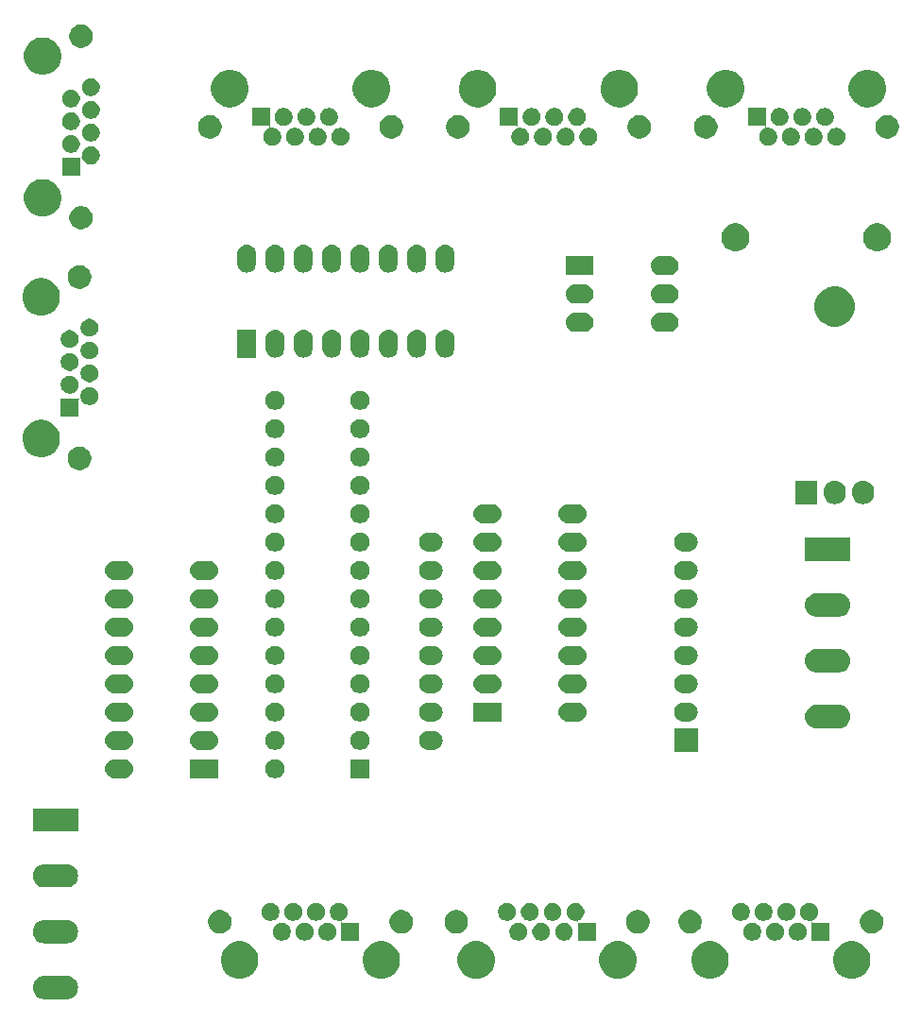
<source format=gbr>
G04 #@! TF.GenerationSoftware,KiCad,Pcbnew,5.1.5-52549c5~84~ubuntu18.04.1*
G04 #@! TF.CreationDate,2020-03-02T16:39:28-05:00*
G04 #@! TF.ProjectId,Etapa de potencia,45746170-6120-4646-9520-706f74656e63,rev?*
G04 #@! TF.SameCoordinates,Original*
G04 #@! TF.FileFunction,Soldermask,Top*
G04 #@! TF.FilePolarity,Negative*
%FSLAX46Y46*%
G04 Gerber Fmt 4.6, Leading zero omitted, Abs format (unit mm)*
G04 Created by KiCad (PCBNEW 5.1.5-52549c5~84~ubuntu18.04.1) date 2020-03-02 16:39:28*
%MOMM*%
%LPD*%
G04 APERTURE LIST*
%ADD10C,0.100000*%
G04 APERTURE END LIST*
D10*
G36*
X76022112Y-134139021D02*
G01*
X76124072Y-134149063D01*
X76320301Y-134208589D01*
X76320303Y-134208590D01*
X76501145Y-134305252D01*
X76659660Y-134435340D01*
X76789747Y-134593854D01*
X76886411Y-134774699D01*
X76945937Y-134970928D01*
X76966036Y-135175000D01*
X76945937Y-135379072D01*
X76886411Y-135575301D01*
X76886410Y-135575303D01*
X76789748Y-135756145D01*
X76659660Y-135914660D01*
X76501145Y-136044748D01*
X76320303Y-136141410D01*
X76320301Y-136141411D01*
X76124072Y-136200937D01*
X76022112Y-136210979D01*
X75971133Y-136216000D01*
X73888867Y-136216000D01*
X73837888Y-136210979D01*
X73735928Y-136200937D01*
X73539699Y-136141411D01*
X73539697Y-136141410D01*
X73358855Y-136044748D01*
X73200340Y-135914660D01*
X73070252Y-135756145D01*
X72973590Y-135575303D01*
X72973589Y-135575301D01*
X72914063Y-135379072D01*
X72893964Y-135175000D01*
X72914063Y-134970928D01*
X72973589Y-134774699D01*
X73070253Y-134593854D01*
X73200340Y-134435340D01*
X73358855Y-134305252D01*
X73539697Y-134208590D01*
X73539699Y-134208589D01*
X73735928Y-134149063D01*
X73837888Y-134139021D01*
X73888867Y-134134000D01*
X75971133Y-134134000D01*
X76022112Y-134139021D01*
G37*
G36*
X146788871Y-131103408D02*
G01*
X147093883Y-131229748D01*
X147368387Y-131413166D01*
X147601834Y-131646613D01*
X147785252Y-131921117D01*
X147911592Y-132226129D01*
X147976000Y-132549928D01*
X147976000Y-132880072D01*
X147911592Y-133203871D01*
X147785252Y-133508883D01*
X147601834Y-133783387D01*
X147368387Y-134016834D01*
X147093883Y-134200252D01*
X146788871Y-134326592D01*
X146626971Y-134358796D01*
X146465073Y-134391000D01*
X146134927Y-134391000D01*
X145973029Y-134358796D01*
X145811129Y-134326592D01*
X145506117Y-134200252D01*
X145231613Y-134016834D01*
X144998166Y-133783387D01*
X144814748Y-133508883D01*
X144688408Y-133203871D01*
X144624000Y-132880072D01*
X144624000Y-132549928D01*
X144688408Y-132226129D01*
X144814748Y-131921117D01*
X144998166Y-131646613D01*
X145231613Y-131413166D01*
X145506117Y-131229748D01*
X145811129Y-131103408D01*
X146134927Y-131039000D01*
X146465073Y-131039000D01*
X146788871Y-131103408D01*
G37*
G36*
X125833871Y-131103408D02*
G01*
X126138883Y-131229748D01*
X126413387Y-131413166D01*
X126646834Y-131646613D01*
X126830252Y-131921117D01*
X126956592Y-132226129D01*
X127021000Y-132549928D01*
X127021000Y-132880072D01*
X126956592Y-133203871D01*
X126830252Y-133508883D01*
X126646834Y-133783387D01*
X126413387Y-134016834D01*
X126138883Y-134200252D01*
X125833871Y-134326592D01*
X125671971Y-134358796D01*
X125510073Y-134391000D01*
X125179927Y-134391000D01*
X125018029Y-134358796D01*
X124856129Y-134326592D01*
X124551117Y-134200252D01*
X124276613Y-134016834D01*
X124043166Y-133783387D01*
X123859748Y-133508883D01*
X123733408Y-133203871D01*
X123669000Y-132880072D01*
X123669000Y-132549928D01*
X123733408Y-132226129D01*
X123859748Y-131921117D01*
X124043166Y-131646613D01*
X124276613Y-131413166D01*
X124551117Y-131229748D01*
X124856129Y-131103408D01*
X125179927Y-131039000D01*
X125510073Y-131039000D01*
X125833871Y-131103408D01*
G37*
G36*
X113133871Y-131103408D02*
G01*
X113438883Y-131229748D01*
X113713387Y-131413166D01*
X113946834Y-131646613D01*
X114130252Y-131921117D01*
X114256592Y-132226129D01*
X114321000Y-132549928D01*
X114321000Y-132880072D01*
X114256592Y-133203871D01*
X114130252Y-133508883D01*
X113946834Y-133783387D01*
X113713387Y-134016834D01*
X113438883Y-134200252D01*
X113133871Y-134326592D01*
X112971971Y-134358796D01*
X112810073Y-134391000D01*
X112479927Y-134391000D01*
X112318029Y-134358796D01*
X112156129Y-134326592D01*
X111851117Y-134200252D01*
X111576613Y-134016834D01*
X111343166Y-133783387D01*
X111159748Y-133508883D01*
X111033408Y-133203871D01*
X110969000Y-132880072D01*
X110969000Y-132549928D01*
X111033408Y-132226129D01*
X111159748Y-131921117D01*
X111343166Y-131646613D01*
X111576613Y-131413166D01*
X111851117Y-131229748D01*
X112156129Y-131103408D01*
X112479927Y-131039000D01*
X112810073Y-131039000D01*
X113133871Y-131103408D01*
G37*
G36*
X91928871Y-131103408D02*
G01*
X92233883Y-131229748D01*
X92508387Y-131413166D01*
X92741834Y-131646613D01*
X92925252Y-131921117D01*
X93051592Y-132226129D01*
X93116000Y-132549928D01*
X93116000Y-132880072D01*
X93051592Y-133203871D01*
X92925252Y-133508883D01*
X92741834Y-133783387D01*
X92508387Y-134016834D01*
X92233883Y-134200252D01*
X91928871Y-134326592D01*
X91766971Y-134358796D01*
X91605073Y-134391000D01*
X91274927Y-134391000D01*
X91113029Y-134358796D01*
X90951129Y-134326592D01*
X90646117Y-134200252D01*
X90371613Y-134016834D01*
X90138166Y-133783387D01*
X89954748Y-133508883D01*
X89828408Y-133203871D01*
X89764000Y-132880072D01*
X89764000Y-132549928D01*
X89828408Y-132226129D01*
X89954748Y-131921117D01*
X90138166Y-131646613D01*
X90371613Y-131413166D01*
X90646117Y-131229748D01*
X90951129Y-131103408D01*
X91274927Y-131039000D01*
X91605073Y-131039000D01*
X91928871Y-131103408D01*
G37*
G36*
X104628871Y-131103408D02*
G01*
X104933883Y-131229748D01*
X105208387Y-131413166D01*
X105441834Y-131646613D01*
X105625252Y-131921117D01*
X105751592Y-132226129D01*
X105816000Y-132549928D01*
X105816000Y-132880072D01*
X105751592Y-133203871D01*
X105625252Y-133508883D01*
X105441834Y-133783387D01*
X105208387Y-134016834D01*
X104933883Y-134200252D01*
X104628871Y-134326592D01*
X104466971Y-134358796D01*
X104305073Y-134391000D01*
X103974927Y-134391000D01*
X103813029Y-134358796D01*
X103651129Y-134326592D01*
X103346117Y-134200252D01*
X103071613Y-134016834D01*
X102838166Y-133783387D01*
X102654748Y-133508883D01*
X102528408Y-133203871D01*
X102464000Y-132880072D01*
X102464000Y-132549928D01*
X102528408Y-132226129D01*
X102654748Y-131921117D01*
X102838166Y-131646613D01*
X103071613Y-131413166D01*
X103346117Y-131229748D01*
X103651129Y-131103408D01*
X103974927Y-131039000D01*
X104305073Y-131039000D01*
X104628871Y-131103408D01*
G37*
G36*
X134088871Y-131103408D02*
G01*
X134393883Y-131229748D01*
X134668387Y-131413166D01*
X134901834Y-131646613D01*
X135085252Y-131921117D01*
X135211592Y-132226129D01*
X135276000Y-132549928D01*
X135276000Y-132880072D01*
X135211592Y-133203871D01*
X135085252Y-133508883D01*
X134901834Y-133783387D01*
X134668387Y-134016834D01*
X134393883Y-134200252D01*
X134088871Y-134326592D01*
X133926971Y-134358796D01*
X133765073Y-134391000D01*
X133434927Y-134391000D01*
X133273029Y-134358796D01*
X133111129Y-134326592D01*
X132806117Y-134200252D01*
X132531613Y-134016834D01*
X132298166Y-133783387D01*
X132114748Y-133508883D01*
X131988408Y-133203871D01*
X131924000Y-132880072D01*
X131924000Y-132549928D01*
X131988408Y-132226129D01*
X132114748Y-131921117D01*
X132298166Y-131646613D01*
X132531613Y-131413166D01*
X132806117Y-131229748D01*
X133111129Y-131103408D01*
X133434927Y-131039000D01*
X133765073Y-131039000D01*
X134088871Y-131103408D01*
G37*
G36*
X76022112Y-129139021D02*
G01*
X76124072Y-129149063D01*
X76320301Y-129208589D01*
X76320303Y-129208590D01*
X76501145Y-129305252D01*
X76659660Y-129435340D01*
X76789748Y-129593855D01*
X76827451Y-129664393D01*
X76886411Y-129774699D01*
X76945937Y-129970928D01*
X76966036Y-130175000D01*
X76945937Y-130379072D01*
X76892747Y-130554414D01*
X76886410Y-130575303D01*
X76789748Y-130756145D01*
X76659660Y-130914660D01*
X76501145Y-131044748D01*
X76320303Y-131141410D01*
X76320301Y-131141411D01*
X76124072Y-131200937D01*
X76022112Y-131210979D01*
X75971133Y-131216000D01*
X73888867Y-131216000D01*
X73837888Y-131210979D01*
X73735928Y-131200937D01*
X73539699Y-131141411D01*
X73539697Y-131141410D01*
X73358855Y-131044748D01*
X73200340Y-130914660D01*
X73070252Y-130756145D01*
X72973590Y-130575303D01*
X72967253Y-130554414D01*
X72914063Y-130379072D01*
X72893964Y-130175000D01*
X72914063Y-129970928D01*
X72973589Y-129774699D01*
X73032549Y-129664393D01*
X73070252Y-129593855D01*
X73200340Y-129435340D01*
X73358855Y-129305252D01*
X73539697Y-129208590D01*
X73539699Y-129208589D01*
X73735928Y-129149063D01*
X73837888Y-129139021D01*
X73888867Y-129134000D01*
X75971133Y-129134000D01*
X76022112Y-129139021D01*
G37*
G36*
X97503642Y-129404781D02*
G01*
X97649414Y-129465162D01*
X97649416Y-129465163D01*
X97780608Y-129552822D01*
X97892178Y-129664392D01*
X97965882Y-129774699D01*
X97979838Y-129795586D01*
X98040219Y-129941358D01*
X98071000Y-130096107D01*
X98071000Y-130253893D01*
X98040219Y-130408642D01*
X97979838Y-130554414D01*
X97979837Y-130554416D01*
X97892178Y-130685608D01*
X97780608Y-130797178D01*
X97649416Y-130884837D01*
X97649415Y-130884838D01*
X97649414Y-130884838D01*
X97503642Y-130945219D01*
X97348893Y-130976000D01*
X97191107Y-130976000D01*
X97036358Y-130945219D01*
X96890586Y-130884838D01*
X96890585Y-130884838D01*
X96890584Y-130884837D01*
X96759392Y-130797178D01*
X96647822Y-130685608D01*
X96560163Y-130554416D01*
X96560162Y-130554414D01*
X96499781Y-130408642D01*
X96469000Y-130253893D01*
X96469000Y-130096107D01*
X96499781Y-129941358D01*
X96560162Y-129795586D01*
X96574118Y-129774699D01*
X96647822Y-129664392D01*
X96759392Y-129552822D01*
X96890584Y-129465163D01*
X96890586Y-129465162D01*
X97036358Y-129404781D01*
X97191107Y-129374000D01*
X97348893Y-129374000D01*
X97503642Y-129404781D01*
G37*
G36*
X142723642Y-127624781D02*
G01*
X142869414Y-127685162D01*
X142869416Y-127685163D01*
X143000608Y-127772822D01*
X143112178Y-127884392D01*
X143199837Y-128015584D01*
X143199838Y-128015586D01*
X143260219Y-128161358D01*
X143291000Y-128316107D01*
X143291000Y-128473893D01*
X143260219Y-128628642D01*
X143199838Y-128774414D01*
X143199837Y-128774416D01*
X143112178Y-128905608D01*
X143000608Y-129017178D01*
X142869416Y-129104837D01*
X142869415Y-129104838D01*
X142869414Y-129104838D01*
X142800177Y-129133517D01*
X142778566Y-129145068D01*
X142759624Y-129160613D01*
X142744079Y-129179555D01*
X142732528Y-129201166D01*
X142725415Y-129224615D01*
X142723013Y-129249001D01*
X142725415Y-129273387D01*
X142732528Y-129296836D01*
X142744079Y-129318447D01*
X142759624Y-129337389D01*
X142778566Y-129352934D01*
X142800177Y-129364485D01*
X142823626Y-129371598D01*
X142848012Y-129374000D01*
X144311000Y-129374000D01*
X144311000Y-130976000D01*
X142709000Y-130976000D01*
X142709000Y-129320442D01*
X142706598Y-129296056D01*
X142699485Y-129272607D01*
X142687934Y-129250996D01*
X142672389Y-129232054D01*
X142653447Y-129216509D01*
X142631836Y-129204958D01*
X142608387Y-129197845D01*
X142584001Y-129195443D01*
X142578351Y-129196000D01*
X142411107Y-129196000D01*
X142256358Y-129165219D01*
X142110586Y-129104838D01*
X142110585Y-129104838D01*
X142110584Y-129104837D01*
X141979392Y-129017178D01*
X141867822Y-128905608D01*
X141780163Y-128774416D01*
X141780162Y-128774414D01*
X141719781Y-128628642D01*
X141689000Y-128473893D01*
X141689000Y-128316107D01*
X141719781Y-128161358D01*
X141780162Y-128015586D01*
X141780163Y-128015584D01*
X141867822Y-127884392D01*
X141979392Y-127772822D01*
X142110584Y-127685163D01*
X142110586Y-127685162D01*
X142256358Y-127624781D01*
X142411107Y-127594000D01*
X142568893Y-127594000D01*
X142723642Y-127624781D01*
G37*
G36*
X141703642Y-129404781D02*
G01*
X141849414Y-129465162D01*
X141849416Y-129465163D01*
X141980608Y-129552822D01*
X142092178Y-129664392D01*
X142165882Y-129774699D01*
X142179838Y-129795586D01*
X142240219Y-129941358D01*
X142271000Y-130096107D01*
X142271000Y-130253893D01*
X142240219Y-130408642D01*
X142179838Y-130554414D01*
X142179837Y-130554416D01*
X142092178Y-130685608D01*
X141980608Y-130797178D01*
X141849416Y-130884837D01*
X141849415Y-130884838D01*
X141849414Y-130884838D01*
X141703642Y-130945219D01*
X141548893Y-130976000D01*
X141391107Y-130976000D01*
X141236358Y-130945219D01*
X141090586Y-130884838D01*
X141090585Y-130884838D01*
X141090584Y-130884837D01*
X140959392Y-130797178D01*
X140847822Y-130685608D01*
X140760163Y-130554416D01*
X140760162Y-130554414D01*
X140699781Y-130408642D01*
X140669000Y-130253893D01*
X140669000Y-130096107D01*
X140699781Y-129941358D01*
X140760162Y-129795586D01*
X140774118Y-129774699D01*
X140847822Y-129664392D01*
X140959392Y-129552822D01*
X141090584Y-129465163D01*
X141090586Y-129465162D01*
X141236358Y-129404781D01*
X141391107Y-129374000D01*
X141548893Y-129374000D01*
X141703642Y-129404781D01*
G37*
G36*
X139663642Y-129404781D02*
G01*
X139809414Y-129465162D01*
X139809416Y-129465163D01*
X139940608Y-129552822D01*
X140052178Y-129664392D01*
X140125882Y-129774699D01*
X140139838Y-129795586D01*
X140200219Y-129941358D01*
X140231000Y-130096107D01*
X140231000Y-130253893D01*
X140200219Y-130408642D01*
X140139838Y-130554414D01*
X140139837Y-130554416D01*
X140052178Y-130685608D01*
X139940608Y-130797178D01*
X139809416Y-130884837D01*
X139809415Y-130884838D01*
X139809414Y-130884838D01*
X139663642Y-130945219D01*
X139508893Y-130976000D01*
X139351107Y-130976000D01*
X139196358Y-130945219D01*
X139050586Y-130884838D01*
X139050585Y-130884838D01*
X139050584Y-130884837D01*
X138919392Y-130797178D01*
X138807822Y-130685608D01*
X138720163Y-130554416D01*
X138720162Y-130554414D01*
X138659781Y-130408642D01*
X138629000Y-130253893D01*
X138629000Y-130096107D01*
X138659781Y-129941358D01*
X138720162Y-129795586D01*
X138734118Y-129774699D01*
X138807822Y-129664392D01*
X138919392Y-129552822D01*
X139050584Y-129465163D01*
X139050586Y-129465162D01*
X139196358Y-129404781D01*
X139351107Y-129374000D01*
X139508893Y-129374000D01*
X139663642Y-129404781D01*
G37*
G36*
X137623642Y-129404781D02*
G01*
X137769414Y-129465162D01*
X137769416Y-129465163D01*
X137900608Y-129552822D01*
X138012178Y-129664392D01*
X138085882Y-129774699D01*
X138099838Y-129795586D01*
X138160219Y-129941358D01*
X138191000Y-130096107D01*
X138191000Y-130253893D01*
X138160219Y-130408642D01*
X138099838Y-130554414D01*
X138099837Y-130554416D01*
X138012178Y-130685608D01*
X137900608Y-130797178D01*
X137769416Y-130884837D01*
X137769415Y-130884838D01*
X137769414Y-130884838D01*
X137623642Y-130945219D01*
X137468893Y-130976000D01*
X137311107Y-130976000D01*
X137156358Y-130945219D01*
X137010586Y-130884838D01*
X137010585Y-130884838D01*
X137010584Y-130884837D01*
X136879392Y-130797178D01*
X136767822Y-130685608D01*
X136680163Y-130554416D01*
X136680162Y-130554414D01*
X136619781Y-130408642D01*
X136589000Y-130253893D01*
X136589000Y-130096107D01*
X136619781Y-129941358D01*
X136680162Y-129795586D01*
X136694118Y-129774699D01*
X136767822Y-129664392D01*
X136879392Y-129552822D01*
X137010584Y-129465163D01*
X137010586Y-129465162D01*
X137156358Y-129404781D01*
X137311107Y-129374000D01*
X137468893Y-129374000D01*
X137623642Y-129404781D01*
G37*
G36*
X95463642Y-129404781D02*
G01*
X95609414Y-129465162D01*
X95609416Y-129465163D01*
X95740608Y-129552822D01*
X95852178Y-129664392D01*
X95925882Y-129774699D01*
X95939838Y-129795586D01*
X96000219Y-129941358D01*
X96031000Y-130096107D01*
X96031000Y-130253893D01*
X96000219Y-130408642D01*
X95939838Y-130554414D01*
X95939837Y-130554416D01*
X95852178Y-130685608D01*
X95740608Y-130797178D01*
X95609416Y-130884837D01*
X95609415Y-130884838D01*
X95609414Y-130884838D01*
X95463642Y-130945219D01*
X95308893Y-130976000D01*
X95151107Y-130976000D01*
X94996358Y-130945219D01*
X94850586Y-130884838D01*
X94850585Y-130884838D01*
X94850584Y-130884837D01*
X94719392Y-130797178D01*
X94607822Y-130685608D01*
X94520163Y-130554416D01*
X94520162Y-130554414D01*
X94459781Y-130408642D01*
X94429000Y-130253893D01*
X94429000Y-130096107D01*
X94459781Y-129941358D01*
X94520162Y-129795586D01*
X94534118Y-129774699D01*
X94607822Y-129664392D01*
X94719392Y-129552822D01*
X94850584Y-129465163D01*
X94850586Y-129465162D01*
X94996358Y-129404781D01*
X95151107Y-129374000D01*
X95308893Y-129374000D01*
X95463642Y-129404781D01*
G37*
G36*
X120748642Y-129404781D02*
G01*
X120894414Y-129465162D01*
X120894416Y-129465163D01*
X121025608Y-129552822D01*
X121137178Y-129664392D01*
X121210882Y-129774699D01*
X121224838Y-129795586D01*
X121285219Y-129941358D01*
X121316000Y-130096107D01*
X121316000Y-130253893D01*
X121285219Y-130408642D01*
X121224838Y-130554414D01*
X121224837Y-130554416D01*
X121137178Y-130685608D01*
X121025608Y-130797178D01*
X120894416Y-130884837D01*
X120894415Y-130884838D01*
X120894414Y-130884838D01*
X120748642Y-130945219D01*
X120593893Y-130976000D01*
X120436107Y-130976000D01*
X120281358Y-130945219D01*
X120135586Y-130884838D01*
X120135585Y-130884838D01*
X120135584Y-130884837D01*
X120004392Y-130797178D01*
X119892822Y-130685608D01*
X119805163Y-130554416D01*
X119805162Y-130554414D01*
X119744781Y-130408642D01*
X119714000Y-130253893D01*
X119714000Y-130096107D01*
X119744781Y-129941358D01*
X119805162Y-129795586D01*
X119819118Y-129774699D01*
X119892822Y-129664392D01*
X120004392Y-129552822D01*
X120135584Y-129465163D01*
X120135586Y-129465162D01*
X120281358Y-129404781D01*
X120436107Y-129374000D01*
X120593893Y-129374000D01*
X120748642Y-129404781D01*
G37*
G36*
X99543642Y-129404781D02*
G01*
X99689414Y-129465162D01*
X99689416Y-129465163D01*
X99820608Y-129552822D01*
X99932178Y-129664392D01*
X100005882Y-129774699D01*
X100019838Y-129795586D01*
X100080219Y-129941358D01*
X100111000Y-130096107D01*
X100111000Y-130253893D01*
X100080219Y-130408642D01*
X100019838Y-130554414D01*
X100019837Y-130554416D01*
X99932178Y-130685608D01*
X99820608Y-130797178D01*
X99689416Y-130884837D01*
X99689415Y-130884838D01*
X99689414Y-130884838D01*
X99543642Y-130945219D01*
X99388893Y-130976000D01*
X99231107Y-130976000D01*
X99076358Y-130945219D01*
X98930586Y-130884838D01*
X98930585Y-130884838D01*
X98930584Y-130884837D01*
X98799392Y-130797178D01*
X98687822Y-130685608D01*
X98600163Y-130554416D01*
X98600162Y-130554414D01*
X98539781Y-130408642D01*
X98509000Y-130253893D01*
X98509000Y-130096107D01*
X98539781Y-129941358D01*
X98600162Y-129795586D01*
X98614118Y-129774699D01*
X98687822Y-129664392D01*
X98799392Y-129552822D01*
X98930584Y-129465163D01*
X98930586Y-129465162D01*
X99076358Y-129404781D01*
X99231107Y-129374000D01*
X99388893Y-129374000D01*
X99543642Y-129404781D01*
G37*
G36*
X100563642Y-127624781D02*
G01*
X100709414Y-127685162D01*
X100709416Y-127685163D01*
X100840608Y-127772822D01*
X100952178Y-127884392D01*
X101039837Y-128015584D01*
X101039838Y-128015586D01*
X101100219Y-128161358D01*
X101131000Y-128316107D01*
X101131000Y-128473893D01*
X101100219Y-128628642D01*
X101039838Y-128774414D01*
X101039837Y-128774416D01*
X100952178Y-128905608D01*
X100840608Y-129017178D01*
X100709416Y-129104837D01*
X100709415Y-129104838D01*
X100709414Y-129104838D01*
X100640177Y-129133517D01*
X100618566Y-129145068D01*
X100599624Y-129160613D01*
X100584079Y-129179555D01*
X100572528Y-129201166D01*
X100565415Y-129224615D01*
X100563013Y-129249001D01*
X100565415Y-129273387D01*
X100572528Y-129296836D01*
X100584079Y-129318447D01*
X100599624Y-129337389D01*
X100618566Y-129352934D01*
X100640177Y-129364485D01*
X100663626Y-129371598D01*
X100688012Y-129374000D01*
X102151000Y-129374000D01*
X102151000Y-130976000D01*
X100549000Y-130976000D01*
X100549000Y-129320442D01*
X100546598Y-129296056D01*
X100539485Y-129272607D01*
X100527934Y-129250996D01*
X100512389Y-129232054D01*
X100493447Y-129216509D01*
X100471836Y-129204958D01*
X100448387Y-129197845D01*
X100424001Y-129195443D01*
X100418351Y-129196000D01*
X100251107Y-129196000D01*
X100096358Y-129165219D01*
X99950586Y-129104838D01*
X99950585Y-129104838D01*
X99950584Y-129104837D01*
X99819392Y-129017178D01*
X99707822Y-128905608D01*
X99620163Y-128774416D01*
X99620162Y-128774414D01*
X99559781Y-128628642D01*
X99529000Y-128473893D01*
X99529000Y-128316107D01*
X99559781Y-128161358D01*
X99620162Y-128015586D01*
X99620163Y-128015584D01*
X99707822Y-127884392D01*
X99819392Y-127772822D01*
X99950584Y-127685163D01*
X99950586Y-127685162D01*
X100096358Y-127624781D01*
X100251107Y-127594000D01*
X100408893Y-127594000D01*
X100563642Y-127624781D01*
G37*
G36*
X121768642Y-127624781D02*
G01*
X121914414Y-127685162D01*
X121914416Y-127685163D01*
X122045608Y-127772822D01*
X122157178Y-127884392D01*
X122244837Y-128015584D01*
X122244838Y-128015586D01*
X122305219Y-128161358D01*
X122336000Y-128316107D01*
X122336000Y-128473893D01*
X122305219Y-128628642D01*
X122244838Y-128774414D01*
X122244837Y-128774416D01*
X122157178Y-128905608D01*
X122045608Y-129017178D01*
X121914416Y-129104837D01*
X121914415Y-129104838D01*
X121914414Y-129104838D01*
X121845177Y-129133517D01*
X121823566Y-129145068D01*
X121804624Y-129160613D01*
X121789079Y-129179555D01*
X121777528Y-129201166D01*
X121770415Y-129224615D01*
X121768013Y-129249001D01*
X121770415Y-129273387D01*
X121777528Y-129296836D01*
X121789079Y-129318447D01*
X121804624Y-129337389D01*
X121823566Y-129352934D01*
X121845177Y-129364485D01*
X121868626Y-129371598D01*
X121893012Y-129374000D01*
X123356000Y-129374000D01*
X123356000Y-130976000D01*
X121754000Y-130976000D01*
X121754000Y-129320442D01*
X121751598Y-129296056D01*
X121744485Y-129272607D01*
X121732934Y-129250996D01*
X121717389Y-129232054D01*
X121698447Y-129216509D01*
X121676836Y-129204958D01*
X121653387Y-129197845D01*
X121629001Y-129195443D01*
X121623351Y-129196000D01*
X121456107Y-129196000D01*
X121301358Y-129165219D01*
X121155586Y-129104838D01*
X121155585Y-129104838D01*
X121155584Y-129104837D01*
X121024392Y-129017178D01*
X120912822Y-128905608D01*
X120825163Y-128774416D01*
X120825162Y-128774414D01*
X120764781Y-128628642D01*
X120734000Y-128473893D01*
X120734000Y-128316107D01*
X120764781Y-128161358D01*
X120825162Y-128015586D01*
X120825163Y-128015584D01*
X120912822Y-127884392D01*
X121024392Y-127772822D01*
X121155584Y-127685163D01*
X121155586Y-127685162D01*
X121301358Y-127624781D01*
X121456107Y-127594000D01*
X121613893Y-127594000D01*
X121768642Y-127624781D01*
G37*
G36*
X116668642Y-129404781D02*
G01*
X116814414Y-129465162D01*
X116814416Y-129465163D01*
X116945608Y-129552822D01*
X117057178Y-129664392D01*
X117130882Y-129774699D01*
X117144838Y-129795586D01*
X117205219Y-129941358D01*
X117236000Y-130096107D01*
X117236000Y-130253893D01*
X117205219Y-130408642D01*
X117144838Y-130554414D01*
X117144837Y-130554416D01*
X117057178Y-130685608D01*
X116945608Y-130797178D01*
X116814416Y-130884837D01*
X116814415Y-130884838D01*
X116814414Y-130884838D01*
X116668642Y-130945219D01*
X116513893Y-130976000D01*
X116356107Y-130976000D01*
X116201358Y-130945219D01*
X116055586Y-130884838D01*
X116055585Y-130884838D01*
X116055584Y-130884837D01*
X115924392Y-130797178D01*
X115812822Y-130685608D01*
X115725163Y-130554416D01*
X115725162Y-130554414D01*
X115664781Y-130408642D01*
X115634000Y-130253893D01*
X115634000Y-130096107D01*
X115664781Y-129941358D01*
X115725162Y-129795586D01*
X115739118Y-129774699D01*
X115812822Y-129664392D01*
X115924392Y-129552822D01*
X116055584Y-129465163D01*
X116055586Y-129465162D01*
X116201358Y-129404781D01*
X116356107Y-129374000D01*
X116513893Y-129374000D01*
X116668642Y-129404781D01*
G37*
G36*
X118708642Y-129404781D02*
G01*
X118854414Y-129465162D01*
X118854416Y-129465163D01*
X118985608Y-129552822D01*
X119097178Y-129664392D01*
X119170882Y-129774699D01*
X119184838Y-129795586D01*
X119245219Y-129941358D01*
X119276000Y-130096107D01*
X119276000Y-130253893D01*
X119245219Y-130408642D01*
X119184838Y-130554414D01*
X119184837Y-130554416D01*
X119097178Y-130685608D01*
X118985608Y-130797178D01*
X118854416Y-130884837D01*
X118854415Y-130884838D01*
X118854414Y-130884838D01*
X118708642Y-130945219D01*
X118553893Y-130976000D01*
X118396107Y-130976000D01*
X118241358Y-130945219D01*
X118095586Y-130884838D01*
X118095585Y-130884838D01*
X118095584Y-130884837D01*
X117964392Y-130797178D01*
X117852822Y-130685608D01*
X117765163Y-130554416D01*
X117765162Y-130554414D01*
X117704781Y-130408642D01*
X117674000Y-130253893D01*
X117674000Y-130096107D01*
X117704781Y-129941358D01*
X117765162Y-129795586D01*
X117779118Y-129774699D01*
X117852822Y-129664392D01*
X117964392Y-129552822D01*
X118095584Y-129465163D01*
X118095586Y-129465162D01*
X118241358Y-129404781D01*
X118396107Y-129374000D01*
X118553893Y-129374000D01*
X118708642Y-129404781D01*
G37*
G36*
X111171564Y-128274389D02*
G01*
X111362833Y-128353615D01*
X111362835Y-128353616D01*
X111534973Y-128468635D01*
X111681365Y-128615027D01*
X111796385Y-128787167D01*
X111875611Y-128978436D01*
X111916000Y-129181484D01*
X111916000Y-129388516D01*
X111875611Y-129591564D01*
X111845444Y-129664393D01*
X111796384Y-129782835D01*
X111681365Y-129954973D01*
X111534973Y-130101365D01*
X111362835Y-130216384D01*
X111362834Y-130216385D01*
X111362833Y-130216385D01*
X111171564Y-130295611D01*
X110968516Y-130336000D01*
X110761484Y-130336000D01*
X110558436Y-130295611D01*
X110367167Y-130216385D01*
X110367166Y-130216385D01*
X110367165Y-130216384D01*
X110195027Y-130101365D01*
X110048635Y-129954973D01*
X109933616Y-129782835D01*
X109884556Y-129664393D01*
X109854389Y-129591564D01*
X109814000Y-129388516D01*
X109814000Y-129181484D01*
X109854389Y-128978436D01*
X109933615Y-128787167D01*
X110048635Y-128615027D01*
X110195027Y-128468635D01*
X110367165Y-128353616D01*
X110367167Y-128353615D01*
X110558436Y-128274389D01*
X110761484Y-128234000D01*
X110968516Y-128234000D01*
X111171564Y-128274389D01*
G37*
G36*
X127431564Y-128274389D02*
G01*
X127622833Y-128353615D01*
X127622835Y-128353616D01*
X127794973Y-128468635D01*
X127941365Y-128615027D01*
X128056385Y-128787167D01*
X128135611Y-128978436D01*
X128176000Y-129181484D01*
X128176000Y-129388516D01*
X128135611Y-129591564D01*
X128105444Y-129664393D01*
X128056384Y-129782835D01*
X127941365Y-129954973D01*
X127794973Y-130101365D01*
X127622835Y-130216384D01*
X127622834Y-130216385D01*
X127622833Y-130216385D01*
X127431564Y-130295611D01*
X127228516Y-130336000D01*
X127021484Y-130336000D01*
X126818436Y-130295611D01*
X126627167Y-130216385D01*
X126627166Y-130216385D01*
X126627165Y-130216384D01*
X126455027Y-130101365D01*
X126308635Y-129954973D01*
X126193616Y-129782835D01*
X126144556Y-129664393D01*
X126114389Y-129591564D01*
X126074000Y-129388516D01*
X126074000Y-129181484D01*
X126114389Y-128978436D01*
X126193615Y-128787167D01*
X126308635Y-128615027D01*
X126455027Y-128468635D01*
X126627165Y-128353616D01*
X126627167Y-128353615D01*
X126818436Y-128274389D01*
X127021484Y-128234000D01*
X127228516Y-128234000D01*
X127431564Y-128274389D01*
G37*
G36*
X106226564Y-128274389D02*
G01*
X106417833Y-128353615D01*
X106417835Y-128353616D01*
X106589973Y-128468635D01*
X106736365Y-128615027D01*
X106851385Y-128787167D01*
X106930611Y-128978436D01*
X106971000Y-129181484D01*
X106971000Y-129388516D01*
X106930611Y-129591564D01*
X106900444Y-129664393D01*
X106851384Y-129782835D01*
X106736365Y-129954973D01*
X106589973Y-130101365D01*
X106417835Y-130216384D01*
X106417834Y-130216385D01*
X106417833Y-130216385D01*
X106226564Y-130295611D01*
X106023516Y-130336000D01*
X105816484Y-130336000D01*
X105613436Y-130295611D01*
X105422167Y-130216385D01*
X105422166Y-130216385D01*
X105422165Y-130216384D01*
X105250027Y-130101365D01*
X105103635Y-129954973D01*
X104988616Y-129782835D01*
X104939556Y-129664393D01*
X104909389Y-129591564D01*
X104869000Y-129388516D01*
X104869000Y-129181484D01*
X104909389Y-128978436D01*
X104988615Y-128787167D01*
X105103635Y-128615027D01*
X105250027Y-128468635D01*
X105422165Y-128353616D01*
X105422167Y-128353615D01*
X105613436Y-128274389D01*
X105816484Y-128234000D01*
X106023516Y-128234000D01*
X106226564Y-128274389D01*
G37*
G36*
X89966564Y-128274389D02*
G01*
X90157833Y-128353615D01*
X90157835Y-128353616D01*
X90329973Y-128468635D01*
X90476365Y-128615027D01*
X90591385Y-128787167D01*
X90670611Y-128978436D01*
X90711000Y-129181484D01*
X90711000Y-129388516D01*
X90670611Y-129591564D01*
X90640444Y-129664393D01*
X90591384Y-129782835D01*
X90476365Y-129954973D01*
X90329973Y-130101365D01*
X90157835Y-130216384D01*
X90157834Y-130216385D01*
X90157833Y-130216385D01*
X89966564Y-130295611D01*
X89763516Y-130336000D01*
X89556484Y-130336000D01*
X89353436Y-130295611D01*
X89162167Y-130216385D01*
X89162166Y-130216385D01*
X89162165Y-130216384D01*
X88990027Y-130101365D01*
X88843635Y-129954973D01*
X88728616Y-129782835D01*
X88679556Y-129664393D01*
X88649389Y-129591564D01*
X88609000Y-129388516D01*
X88609000Y-129181484D01*
X88649389Y-128978436D01*
X88728615Y-128787167D01*
X88843635Y-128615027D01*
X88990027Y-128468635D01*
X89162165Y-128353616D01*
X89162167Y-128353615D01*
X89353436Y-128274389D01*
X89556484Y-128234000D01*
X89763516Y-128234000D01*
X89966564Y-128274389D01*
G37*
G36*
X132126564Y-128274389D02*
G01*
X132317833Y-128353615D01*
X132317835Y-128353616D01*
X132489973Y-128468635D01*
X132636365Y-128615027D01*
X132751385Y-128787167D01*
X132830611Y-128978436D01*
X132871000Y-129181484D01*
X132871000Y-129388516D01*
X132830611Y-129591564D01*
X132800444Y-129664393D01*
X132751384Y-129782835D01*
X132636365Y-129954973D01*
X132489973Y-130101365D01*
X132317835Y-130216384D01*
X132317834Y-130216385D01*
X132317833Y-130216385D01*
X132126564Y-130295611D01*
X131923516Y-130336000D01*
X131716484Y-130336000D01*
X131513436Y-130295611D01*
X131322167Y-130216385D01*
X131322166Y-130216385D01*
X131322165Y-130216384D01*
X131150027Y-130101365D01*
X131003635Y-129954973D01*
X130888616Y-129782835D01*
X130839556Y-129664393D01*
X130809389Y-129591564D01*
X130769000Y-129388516D01*
X130769000Y-129181484D01*
X130809389Y-128978436D01*
X130888615Y-128787167D01*
X131003635Y-128615027D01*
X131150027Y-128468635D01*
X131322165Y-128353616D01*
X131322167Y-128353615D01*
X131513436Y-128274389D01*
X131716484Y-128234000D01*
X131923516Y-128234000D01*
X132126564Y-128274389D01*
G37*
G36*
X148386564Y-128274389D02*
G01*
X148577833Y-128353615D01*
X148577835Y-128353616D01*
X148749973Y-128468635D01*
X148896365Y-128615027D01*
X149011385Y-128787167D01*
X149090611Y-128978436D01*
X149131000Y-129181484D01*
X149131000Y-129388516D01*
X149090611Y-129591564D01*
X149060444Y-129664393D01*
X149011384Y-129782835D01*
X148896365Y-129954973D01*
X148749973Y-130101365D01*
X148577835Y-130216384D01*
X148577834Y-130216385D01*
X148577833Y-130216385D01*
X148386564Y-130295611D01*
X148183516Y-130336000D01*
X147976484Y-130336000D01*
X147773436Y-130295611D01*
X147582167Y-130216385D01*
X147582166Y-130216385D01*
X147582165Y-130216384D01*
X147410027Y-130101365D01*
X147263635Y-129954973D01*
X147148616Y-129782835D01*
X147099556Y-129664393D01*
X147069389Y-129591564D01*
X147029000Y-129388516D01*
X147029000Y-129181484D01*
X147069389Y-128978436D01*
X147148615Y-128787167D01*
X147263635Y-128615027D01*
X147410027Y-128468635D01*
X147582165Y-128353616D01*
X147582167Y-128353615D01*
X147773436Y-128274389D01*
X147976484Y-128234000D01*
X148183516Y-128234000D01*
X148386564Y-128274389D01*
G37*
G36*
X96483642Y-127624781D02*
G01*
X96629414Y-127685162D01*
X96629416Y-127685163D01*
X96760608Y-127772822D01*
X96872178Y-127884392D01*
X96959837Y-128015584D01*
X96959838Y-128015586D01*
X97020219Y-128161358D01*
X97051000Y-128316107D01*
X97051000Y-128473893D01*
X97020219Y-128628642D01*
X96959838Y-128774414D01*
X96959837Y-128774416D01*
X96872178Y-128905608D01*
X96760608Y-129017178D01*
X96629416Y-129104837D01*
X96629415Y-129104838D01*
X96629414Y-129104838D01*
X96483642Y-129165219D01*
X96328893Y-129196000D01*
X96171107Y-129196000D01*
X96016358Y-129165219D01*
X95870586Y-129104838D01*
X95870585Y-129104838D01*
X95870584Y-129104837D01*
X95739392Y-129017178D01*
X95627822Y-128905608D01*
X95540163Y-128774416D01*
X95540162Y-128774414D01*
X95479781Y-128628642D01*
X95449000Y-128473893D01*
X95449000Y-128316107D01*
X95479781Y-128161358D01*
X95540162Y-128015586D01*
X95540163Y-128015584D01*
X95627822Y-127884392D01*
X95739392Y-127772822D01*
X95870584Y-127685163D01*
X95870586Y-127685162D01*
X96016358Y-127624781D01*
X96171107Y-127594000D01*
X96328893Y-127594000D01*
X96483642Y-127624781D01*
G37*
G36*
X136603642Y-127624781D02*
G01*
X136749414Y-127685162D01*
X136749416Y-127685163D01*
X136880608Y-127772822D01*
X136992178Y-127884392D01*
X137079837Y-128015584D01*
X137079838Y-128015586D01*
X137140219Y-128161358D01*
X137171000Y-128316107D01*
X137171000Y-128473893D01*
X137140219Y-128628642D01*
X137079838Y-128774414D01*
X137079837Y-128774416D01*
X136992178Y-128905608D01*
X136880608Y-129017178D01*
X136749416Y-129104837D01*
X136749415Y-129104838D01*
X136749414Y-129104838D01*
X136603642Y-129165219D01*
X136448893Y-129196000D01*
X136291107Y-129196000D01*
X136136358Y-129165219D01*
X135990586Y-129104838D01*
X135990585Y-129104838D01*
X135990584Y-129104837D01*
X135859392Y-129017178D01*
X135747822Y-128905608D01*
X135660163Y-128774416D01*
X135660162Y-128774414D01*
X135599781Y-128628642D01*
X135569000Y-128473893D01*
X135569000Y-128316107D01*
X135599781Y-128161358D01*
X135660162Y-128015586D01*
X135660163Y-128015584D01*
X135747822Y-127884392D01*
X135859392Y-127772822D01*
X135990584Y-127685163D01*
X135990586Y-127685162D01*
X136136358Y-127624781D01*
X136291107Y-127594000D01*
X136448893Y-127594000D01*
X136603642Y-127624781D01*
G37*
G36*
X140683642Y-127624781D02*
G01*
X140829414Y-127685162D01*
X140829416Y-127685163D01*
X140960608Y-127772822D01*
X141072178Y-127884392D01*
X141159837Y-128015584D01*
X141159838Y-128015586D01*
X141220219Y-128161358D01*
X141251000Y-128316107D01*
X141251000Y-128473893D01*
X141220219Y-128628642D01*
X141159838Y-128774414D01*
X141159837Y-128774416D01*
X141072178Y-128905608D01*
X140960608Y-129017178D01*
X140829416Y-129104837D01*
X140829415Y-129104838D01*
X140829414Y-129104838D01*
X140683642Y-129165219D01*
X140528893Y-129196000D01*
X140371107Y-129196000D01*
X140216358Y-129165219D01*
X140070586Y-129104838D01*
X140070585Y-129104838D01*
X140070584Y-129104837D01*
X139939392Y-129017178D01*
X139827822Y-128905608D01*
X139740163Y-128774416D01*
X139740162Y-128774414D01*
X139679781Y-128628642D01*
X139649000Y-128473893D01*
X139649000Y-128316107D01*
X139679781Y-128161358D01*
X139740162Y-128015586D01*
X139740163Y-128015584D01*
X139827822Y-127884392D01*
X139939392Y-127772822D01*
X140070584Y-127685163D01*
X140070586Y-127685162D01*
X140216358Y-127624781D01*
X140371107Y-127594000D01*
X140528893Y-127594000D01*
X140683642Y-127624781D01*
G37*
G36*
X115648642Y-127624781D02*
G01*
X115794414Y-127685162D01*
X115794416Y-127685163D01*
X115925608Y-127772822D01*
X116037178Y-127884392D01*
X116124837Y-128015584D01*
X116124838Y-128015586D01*
X116185219Y-128161358D01*
X116216000Y-128316107D01*
X116216000Y-128473893D01*
X116185219Y-128628642D01*
X116124838Y-128774414D01*
X116124837Y-128774416D01*
X116037178Y-128905608D01*
X115925608Y-129017178D01*
X115794416Y-129104837D01*
X115794415Y-129104838D01*
X115794414Y-129104838D01*
X115648642Y-129165219D01*
X115493893Y-129196000D01*
X115336107Y-129196000D01*
X115181358Y-129165219D01*
X115035586Y-129104838D01*
X115035585Y-129104838D01*
X115035584Y-129104837D01*
X114904392Y-129017178D01*
X114792822Y-128905608D01*
X114705163Y-128774416D01*
X114705162Y-128774414D01*
X114644781Y-128628642D01*
X114614000Y-128473893D01*
X114614000Y-128316107D01*
X114644781Y-128161358D01*
X114705162Y-128015586D01*
X114705163Y-128015584D01*
X114792822Y-127884392D01*
X114904392Y-127772822D01*
X115035584Y-127685163D01*
X115035586Y-127685162D01*
X115181358Y-127624781D01*
X115336107Y-127594000D01*
X115493893Y-127594000D01*
X115648642Y-127624781D01*
G37*
G36*
X98523642Y-127624781D02*
G01*
X98669414Y-127685162D01*
X98669416Y-127685163D01*
X98800608Y-127772822D01*
X98912178Y-127884392D01*
X98999837Y-128015584D01*
X98999838Y-128015586D01*
X99060219Y-128161358D01*
X99091000Y-128316107D01*
X99091000Y-128473893D01*
X99060219Y-128628642D01*
X98999838Y-128774414D01*
X98999837Y-128774416D01*
X98912178Y-128905608D01*
X98800608Y-129017178D01*
X98669416Y-129104837D01*
X98669415Y-129104838D01*
X98669414Y-129104838D01*
X98523642Y-129165219D01*
X98368893Y-129196000D01*
X98211107Y-129196000D01*
X98056358Y-129165219D01*
X97910586Y-129104838D01*
X97910585Y-129104838D01*
X97910584Y-129104837D01*
X97779392Y-129017178D01*
X97667822Y-128905608D01*
X97580163Y-128774416D01*
X97580162Y-128774414D01*
X97519781Y-128628642D01*
X97489000Y-128473893D01*
X97489000Y-128316107D01*
X97519781Y-128161358D01*
X97580162Y-128015586D01*
X97580163Y-128015584D01*
X97667822Y-127884392D01*
X97779392Y-127772822D01*
X97910584Y-127685163D01*
X97910586Y-127685162D01*
X98056358Y-127624781D01*
X98211107Y-127594000D01*
X98368893Y-127594000D01*
X98523642Y-127624781D01*
G37*
G36*
X94443642Y-127624781D02*
G01*
X94589414Y-127685162D01*
X94589416Y-127685163D01*
X94720608Y-127772822D01*
X94832178Y-127884392D01*
X94919837Y-128015584D01*
X94919838Y-128015586D01*
X94980219Y-128161358D01*
X95011000Y-128316107D01*
X95011000Y-128473893D01*
X94980219Y-128628642D01*
X94919838Y-128774414D01*
X94919837Y-128774416D01*
X94832178Y-128905608D01*
X94720608Y-129017178D01*
X94589416Y-129104837D01*
X94589415Y-129104838D01*
X94589414Y-129104838D01*
X94443642Y-129165219D01*
X94288893Y-129196000D01*
X94131107Y-129196000D01*
X93976358Y-129165219D01*
X93830586Y-129104838D01*
X93830585Y-129104838D01*
X93830584Y-129104837D01*
X93699392Y-129017178D01*
X93587822Y-128905608D01*
X93500163Y-128774416D01*
X93500162Y-128774414D01*
X93439781Y-128628642D01*
X93409000Y-128473893D01*
X93409000Y-128316107D01*
X93439781Y-128161358D01*
X93500162Y-128015586D01*
X93500163Y-128015584D01*
X93587822Y-127884392D01*
X93699392Y-127772822D01*
X93830584Y-127685163D01*
X93830586Y-127685162D01*
X93976358Y-127624781D01*
X94131107Y-127594000D01*
X94288893Y-127594000D01*
X94443642Y-127624781D01*
G37*
G36*
X119728642Y-127624781D02*
G01*
X119874414Y-127685162D01*
X119874416Y-127685163D01*
X120005608Y-127772822D01*
X120117178Y-127884392D01*
X120204837Y-128015584D01*
X120204838Y-128015586D01*
X120265219Y-128161358D01*
X120296000Y-128316107D01*
X120296000Y-128473893D01*
X120265219Y-128628642D01*
X120204838Y-128774414D01*
X120204837Y-128774416D01*
X120117178Y-128905608D01*
X120005608Y-129017178D01*
X119874416Y-129104837D01*
X119874415Y-129104838D01*
X119874414Y-129104838D01*
X119728642Y-129165219D01*
X119573893Y-129196000D01*
X119416107Y-129196000D01*
X119261358Y-129165219D01*
X119115586Y-129104838D01*
X119115585Y-129104838D01*
X119115584Y-129104837D01*
X118984392Y-129017178D01*
X118872822Y-128905608D01*
X118785163Y-128774416D01*
X118785162Y-128774414D01*
X118724781Y-128628642D01*
X118694000Y-128473893D01*
X118694000Y-128316107D01*
X118724781Y-128161358D01*
X118785162Y-128015586D01*
X118785163Y-128015584D01*
X118872822Y-127884392D01*
X118984392Y-127772822D01*
X119115584Y-127685163D01*
X119115586Y-127685162D01*
X119261358Y-127624781D01*
X119416107Y-127594000D01*
X119573893Y-127594000D01*
X119728642Y-127624781D01*
G37*
G36*
X117688642Y-127624781D02*
G01*
X117834414Y-127685162D01*
X117834416Y-127685163D01*
X117965608Y-127772822D01*
X118077178Y-127884392D01*
X118164837Y-128015584D01*
X118164838Y-128015586D01*
X118225219Y-128161358D01*
X118256000Y-128316107D01*
X118256000Y-128473893D01*
X118225219Y-128628642D01*
X118164838Y-128774414D01*
X118164837Y-128774416D01*
X118077178Y-128905608D01*
X117965608Y-129017178D01*
X117834416Y-129104837D01*
X117834415Y-129104838D01*
X117834414Y-129104838D01*
X117688642Y-129165219D01*
X117533893Y-129196000D01*
X117376107Y-129196000D01*
X117221358Y-129165219D01*
X117075586Y-129104838D01*
X117075585Y-129104838D01*
X117075584Y-129104837D01*
X116944392Y-129017178D01*
X116832822Y-128905608D01*
X116745163Y-128774416D01*
X116745162Y-128774414D01*
X116684781Y-128628642D01*
X116654000Y-128473893D01*
X116654000Y-128316107D01*
X116684781Y-128161358D01*
X116745162Y-128015586D01*
X116745163Y-128015584D01*
X116832822Y-127884392D01*
X116944392Y-127772822D01*
X117075584Y-127685163D01*
X117075586Y-127685162D01*
X117221358Y-127624781D01*
X117376107Y-127594000D01*
X117533893Y-127594000D01*
X117688642Y-127624781D01*
G37*
G36*
X138643642Y-127624781D02*
G01*
X138789414Y-127685162D01*
X138789416Y-127685163D01*
X138920608Y-127772822D01*
X139032178Y-127884392D01*
X139119837Y-128015584D01*
X139119838Y-128015586D01*
X139180219Y-128161358D01*
X139211000Y-128316107D01*
X139211000Y-128473893D01*
X139180219Y-128628642D01*
X139119838Y-128774414D01*
X139119837Y-128774416D01*
X139032178Y-128905608D01*
X138920608Y-129017178D01*
X138789416Y-129104837D01*
X138789415Y-129104838D01*
X138789414Y-129104838D01*
X138643642Y-129165219D01*
X138488893Y-129196000D01*
X138331107Y-129196000D01*
X138176358Y-129165219D01*
X138030586Y-129104838D01*
X138030585Y-129104838D01*
X138030584Y-129104837D01*
X137899392Y-129017178D01*
X137787822Y-128905608D01*
X137700163Y-128774416D01*
X137700162Y-128774414D01*
X137639781Y-128628642D01*
X137609000Y-128473893D01*
X137609000Y-128316107D01*
X137639781Y-128161358D01*
X137700162Y-128015586D01*
X137700163Y-128015584D01*
X137787822Y-127884392D01*
X137899392Y-127772822D01*
X138030584Y-127685163D01*
X138030586Y-127685162D01*
X138176358Y-127624781D01*
X138331107Y-127594000D01*
X138488893Y-127594000D01*
X138643642Y-127624781D01*
G37*
G36*
X76022112Y-124139021D02*
G01*
X76124072Y-124149063D01*
X76320301Y-124208589D01*
X76320303Y-124208590D01*
X76501145Y-124305252D01*
X76659660Y-124435340D01*
X76789747Y-124593854D01*
X76886411Y-124774699D01*
X76945937Y-124970928D01*
X76966036Y-125175000D01*
X76945937Y-125379072D01*
X76886411Y-125575301D01*
X76886410Y-125575303D01*
X76789748Y-125756145D01*
X76659660Y-125914660D01*
X76501145Y-126044748D01*
X76320303Y-126141410D01*
X76320301Y-126141411D01*
X76124072Y-126200937D01*
X76022112Y-126210979D01*
X75971133Y-126216000D01*
X73888867Y-126216000D01*
X73837888Y-126210979D01*
X73735928Y-126200937D01*
X73539699Y-126141411D01*
X73539697Y-126141410D01*
X73358855Y-126044748D01*
X73200340Y-125914660D01*
X73070252Y-125756145D01*
X72973590Y-125575303D01*
X72973589Y-125575301D01*
X72914063Y-125379072D01*
X72893964Y-125175000D01*
X72914063Y-124970928D01*
X72973589Y-124774699D01*
X73070253Y-124593854D01*
X73200340Y-124435340D01*
X73358855Y-124305252D01*
X73539697Y-124208590D01*
X73539699Y-124208589D01*
X73735928Y-124149063D01*
X73837888Y-124139021D01*
X73888867Y-124134000D01*
X75971133Y-124134000D01*
X76022112Y-124139021D01*
G37*
G36*
X76961000Y-121216000D02*
G01*
X72899000Y-121216000D01*
X72899000Y-119134000D01*
X76961000Y-119134000D01*
X76961000Y-121216000D01*
G37*
G36*
X103086000Y-116421000D02*
G01*
X101384000Y-116421000D01*
X101384000Y-114719000D01*
X103086000Y-114719000D01*
X103086000Y-116421000D01*
G37*
G36*
X94863228Y-114751703D02*
G01*
X95018100Y-114815853D01*
X95157481Y-114908985D01*
X95276015Y-115027519D01*
X95369147Y-115166900D01*
X95433297Y-115321772D01*
X95466000Y-115486184D01*
X95466000Y-115653816D01*
X95433297Y-115818228D01*
X95369147Y-115973100D01*
X95276015Y-116112481D01*
X95157481Y-116231015D01*
X95018100Y-116324147D01*
X94863228Y-116388297D01*
X94698816Y-116421000D01*
X94531184Y-116421000D01*
X94366772Y-116388297D01*
X94211900Y-116324147D01*
X94072519Y-116231015D01*
X93953985Y-116112481D01*
X93860853Y-115973100D01*
X93796703Y-115818228D01*
X93764000Y-115653816D01*
X93764000Y-115486184D01*
X93796703Y-115321772D01*
X93860853Y-115166900D01*
X93953985Y-115027519D01*
X94072519Y-114908985D01*
X94211900Y-114815853D01*
X94366772Y-114751703D01*
X94531184Y-114719000D01*
X94698816Y-114719000D01*
X94863228Y-114751703D01*
G37*
G36*
X89516000Y-116421000D02*
G01*
X87014000Y-116421000D01*
X87014000Y-114719000D01*
X89516000Y-114719000D01*
X89516000Y-116421000D01*
G37*
G36*
X81211823Y-114731313D02*
G01*
X81372242Y-114779976D01*
X81439361Y-114815852D01*
X81520078Y-114858996D01*
X81649659Y-114965341D01*
X81756004Y-115094922D01*
X81756005Y-115094924D01*
X81835024Y-115242758D01*
X81883687Y-115403177D01*
X81900117Y-115570000D01*
X81883687Y-115736823D01*
X81835024Y-115897242D01*
X81794477Y-115973100D01*
X81756004Y-116045078D01*
X81649659Y-116174659D01*
X81520078Y-116281004D01*
X81520076Y-116281005D01*
X81372242Y-116360024D01*
X81211823Y-116408687D01*
X81086804Y-116421000D01*
X80203196Y-116421000D01*
X80078177Y-116408687D01*
X79917758Y-116360024D01*
X79769924Y-116281005D01*
X79769922Y-116281004D01*
X79640341Y-116174659D01*
X79533996Y-116045078D01*
X79495523Y-115973100D01*
X79454976Y-115897242D01*
X79406313Y-115736823D01*
X79389883Y-115570000D01*
X79406313Y-115403177D01*
X79454976Y-115242758D01*
X79533995Y-115094924D01*
X79533996Y-115094922D01*
X79640341Y-114965341D01*
X79769922Y-114858996D01*
X79850639Y-114815852D01*
X79917758Y-114779976D01*
X80078177Y-114731313D01*
X80203196Y-114719000D01*
X81086804Y-114719000D01*
X81211823Y-114731313D01*
G37*
G36*
X132496000Y-114081000D02*
G01*
X130394000Y-114081000D01*
X130394000Y-111979000D01*
X132496000Y-111979000D01*
X132496000Y-114081000D01*
G37*
G36*
X81211823Y-112191313D02*
G01*
X81372242Y-112239976D01*
X81439361Y-112275852D01*
X81520078Y-112318996D01*
X81649659Y-112425341D01*
X81756004Y-112554922D01*
X81756005Y-112554924D01*
X81835024Y-112702758D01*
X81883687Y-112863177D01*
X81900117Y-113030000D01*
X81883687Y-113196823D01*
X81835024Y-113357242D01*
X81794477Y-113433100D01*
X81756004Y-113505078D01*
X81649659Y-113634659D01*
X81520078Y-113741004D01*
X81520076Y-113741005D01*
X81372242Y-113820024D01*
X81211823Y-113868687D01*
X81086804Y-113881000D01*
X80203196Y-113881000D01*
X80078177Y-113868687D01*
X79917758Y-113820024D01*
X79769924Y-113741005D01*
X79769922Y-113741004D01*
X79640341Y-113634659D01*
X79533996Y-113505078D01*
X79495523Y-113433100D01*
X79454976Y-113357242D01*
X79406313Y-113196823D01*
X79389883Y-113030000D01*
X79406313Y-112863177D01*
X79454976Y-112702758D01*
X79533995Y-112554924D01*
X79533996Y-112554922D01*
X79640341Y-112425341D01*
X79769922Y-112318996D01*
X79850639Y-112275852D01*
X79917758Y-112239976D01*
X80078177Y-112191313D01*
X80203196Y-112179000D01*
X81086804Y-112179000D01*
X81211823Y-112191313D01*
G37*
G36*
X108951823Y-112191313D02*
G01*
X109112242Y-112239976D01*
X109179361Y-112275852D01*
X109260078Y-112318996D01*
X109389659Y-112425341D01*
X109496004Y-112554922D01*
X109496005Y-112554924D01*
X109575024Y-112702758D01*
X109623687Y-112863177D01*
X109640117Y-113030000D01*
X109623687Y-113196823D01*
X109575024Y-113357242D01*
X109534477Y-113433100D01*
X109496004Y-113505078D01*
X109389659Y-113634659D01*
X109260078Y-113741004D01*
X109260076Y-113741005D01*
X109112242Y-113820024D01*
X108951823Y-113868687D01*
X108826804Y-113881000D01*
X108343196Y-113881000D01*
X108218177Y-113868687D01*
X108057758Y-113820024D01*
X107909924Y-113741005D01*
X107909922Y-113741004D01*
X107780341Y-113634659D01*
X107673996Y-113505078D01*
X107635523Y-113433100D01*
X107594976Y-113357242D01*
X107546313Y-113196823D01*
X107529883Y-113030000D01*
X107546313Y-112863177D01*
X107594976Y-112702758D01*
X107673995Y-112554924D01*
X107673996Y-112554922D01*
X107780341Y-112425341D01*
X107909922Y-112318996D01*
X107990639Y-112275852D01*
X108057758Y-112239976D01*
X108218177Y-112191313D01*
X108343196Y-112179000D01*
X108826804Y-112179000D01*
X108951823Y-112191313D01*
G37*
G36*
X102483228Y-112211703D02*
G01*
X102638100Y-112275853D01*
X102777481Y-112368985D01*
X102896015Y-112487519D01*
X102989147Y-112626900D01*
X103053297Y-112781772D01*
X103086000Y-112946184D01*
X103086000Y-113113816D01*
X103053297Y-113278228D01*
X102989147Y-113433100D01*
X102896015Y-113572481D01*
X102777481Y-113691015D01*
X102638100Y-113784147D01*
X102483228Y-113848297D01*
X102318816Y-113881000D01*
X102151184Y-113881000D01*
X101986772Y-113848297D01*
X101831900Y-113784147D01*
X101692519Y-113691015D01*
X101573985Y-113572481D01*
X101480853Y-113433100D01*
X101416703Y-113278228D01*
X101384000Y-113113816D01*
X101384000Y-112946184D01*
X101416703Y-112781772D01*
X101480853Y-112626900D01*
X101573985Y-112487519D01*
X101692519Y-112368985D01*
X101831900Y-112275853D01*
X101986772Y-112211703D01*
X102151184Y-112179000D01*
X102318816Y-112179000D01*
X102483228Y-112211703D01*
G37*
G36*
X94863228Y-112211703D02*
G01*
X95018100Y-112275853D01*
X95157481Y-112368985D01*
X95276015Y-112487519D01*
X95369147Y-112626900D01*
X95433297Y-112781772D01*
X95466000Y-112946184D01*
X95466000Y-113113816D01*
X95433297Y-113278228D01*
X95369147Y-113433100D01*
X95276015Y-113572481D01*
X95157481Y-113691015D01*
X95018100Y-113784147D01*
X94863228Y-113848297D01*
X94698816Y-113881000D01*
X94531184Y-113881000D01*
X94366772Y-113848297D01*
X94211900Y-113784147D01*
X94072519Y-113691015D01*
X93953985Y-113572481D01*
X93860853Y-113433100D01*
X93796703Y-113278228D01*
X93764000Y-113113816D01*
X93764000Y-112946184D01*
X93796703Y-112781772D01*
X93860853Y-112626900D01*
X93953985Y-112487519D01*
X94072519Y-112368985D01*
X94211900Y-112275853D01*
X94366772Y-112211703D01*
X94531184Y-112179000D01*
X94698816Y-112179000D01*
X94863228Y-112211703D01*
G37*
G36*
X88831823Y-112191313D02*
G01*
X88992242Y-112239976D01*
X89059361Y-112275852D01*
X89140078Y-112318996D01*
X89269659Y-112425341D01*
X89376004Y-112554922D01*
X89376005Y-112554924D01*
X89455024Y-112702758D01*
X89503687Y-112863177D01*
X89520117Y-113030000D01*
X89503687Y-113196823D01*
X89455024Y-113357242D01*
X89414477Y-113433100D01*
X89376004Y-113505078D01*
X89269659Y-113634659D01*
X89140078Y-113741004D01*
X89140076Y-113741005D01*
X88992242Y-113820024D01*
X88831823Y-113868687D01*
X88706804Y-113881000D01*
X87823196Y-113881000D01*
X87698177Y-113868687D01*
X87537758Y-113820024D01*
X87389924Y-113741005D01*
X87389922Y-113741004D01*
X87260341Y-113634659D01*
X87153996Y-113505078D01*
X87115523Y-113433100D01*
X87074976Y-113357242D01*
X87026313Y-113196823D01*
X87009883Y-113030000D01*
X87026313Y-112863177D01*
X87074976Y-112702758D01*
X87153995Y-112554924D01*
X87153996Y-112554922D01*
X87260341Y-112425341D01*
X87389922Y-112318996D01*
X87470639Y-112275852D01*
X87537758Y-112239976D01*
X87698177Y-112191313D01*
X87823196Y-112179000D01*
X88706804Y-112179000D01*
X88831823Y-112191313D01*
G37*
G36*
X145237112Y-109849021D02*
G01*
X145339072Y-109859063D01*
X145535301Y-109918589D01*
X145535303Y-109918590D01*
X145716145Y-110015252D01*
X145874660Y-110145340D01*
X146004748Y-110303855D01*
X146059444Y-110406184D01*
X146101411Y-110484699D01*
X146160937Y-110680928D01*
X146181036Y-110885000D01*
X146160937Y-111089072D01*
X146103011Y-111280025D01*
X146101410Y-111285303D01*
X146004748Y-111466145D01*
X145874660Y-111624660D01*
X145716145Y-111754748D01*
X145535303Y-111851410D01*
X145535301Y-111851411D01*
X145339072Y-111910937D01*
X145237112Y-111920979D01*
X145186133Y-111926000D01*
X143103867Y-111926000D01*
X143052888Y-111920979D01*
X142950928Y-111910937D01*
X142754699Y-111851411D01*
X142754697Y-111851410D01*
X142573855Y-111754748D01*
X142415340Y-111624660D01*
X142285252Y-111466145D01*
X142188590Y-111285303D01*
X142186989Y-111280025D01*
X142129063Y-111089072D01*
X142108964Y-110885000D01*
X142129063Y-110680928D01*
X142188589Y-110484699D01*
X142230556Y-110406184D01*
X142285252Y-110303855D01*
X142415340Y-110145340D01*
X142573855Y-110015252D01*
X142754697Y-109918590D01*
X142754699Y-109918589D01*
X142950928Y-109859063D01*
X143052888Y-109849021D01*
X143103867Y-109844000D01*
X145186133Y-109844000D01*
X145237112Y-109849021D01*
G37*
G36*
X81211823Y-109651313D02*
G01*
X81372242Y-109699976D01*
X81439361Y-109735852D01*
X81520078Y-109778996D01*
X81649659Y-109885341D01*
X81756004Y-110014922D01*
X81756005Y-110014924D01*
X81835024Y-110162758D01*
X81883687Y-110323177D01*
X81900117Y-110490000D01*
X81883687Y-110656823D01*
X81835024Y-110817242D01*
X81794477Y-110893100D01*
X81756004Y-110965078D01*
X81649659Y-111094659D01*
X81520078Y-111201004D01*
X81520076Y-111201005D01*
X81372242Y-111280024D01*
X81211823Y-111328687D01*
X81086804Y-111341000D01*
X80203196Y-111341000D01*
X80078177Y-111328687D01*
X79917758Y-111280024D01*
X79769924Y-111201005D01*
X79769922Y-111201004D01*
X79640341Y-111094659D01*
X79533996Y-110965078D01*
X79495523Y-110893100D01*
X79454976Y-110817242D01*
X79406313Y-110656823D01*
X79389883Y-110490000D01*
X79406313Y-110323177D01*
X79454976Y-110162758D01*
X79533995Y-110014924D01*
X79533996Y-110014922D01*
X79640341Y-109885341D01*
X79769922Y-109778996D01*
X79850639Y-109735852D01*
X79917758Y-109699976D01*
X80078177Y-109651313D01*
X80203196Y-109639000D01*
X81086804Y-109639000D01*
X81211823Y-109651313D01*
G37*
G36*
X102483228Y-109671703D02*
G01*
X102638100Y-109735853D01*
X102777481Y-109828985D01*
X102896015Y-109947519D01*
X102989147Y-110086900D01*
X103053297Y-110241772D01*
X103086000Y-110406184D01*
X103086000Y-110573816D01*
X103053297Y-110738228D01*
X102989147Y-110893100D01*
X102896015Y-111032481D01*
X102777481Y-111151015D01*
X102638100Y-111244147D01*
X102483228Y-111308297D01*
X102318816Y-111341000D01*
X102151184Y-111341000D01*
X101986772Y-111308297D01*
X101831900Y-111244147D01*
X101692519Y-111151015D01*
X101573985Y-111032481D01*
X101480853Y-110893100D01*
X101416703Y-110738228D01*
X101384000Y-110573816D01*
X101384000Y-110406184D01*
X101416703Y-110241772D01*
X101480853Y-110086900D01*
X101573985Y-109947519D01*
X101692519Y-109828985D01*
X101831900Y-109735853D01*
X101986772Y-109671703D01*
X102151184Y-109639000D01*
X102318816Y-109639000D01*
X102483228Y-109671703D01*
G37*
G36*
X108951823Y-109651313D02*
G01*
X109112242Y-109699976D01*
X109179361Y-109735852D01*
X109260078Y-109778996D01*
X109389659Y-109885341D01*
X109496004Y-110014922D01*
X109496005Y-110014924D01*
X109575024Y-110162758D01*
X109623687Y-110323177D01*
X109640117Y-110490000D01*
X109623687Y-110656823D01*
X109575024Y-110817242D01*
X109534477Y-110893100D01*
X109496004Y-110965078D01*
X109389659Y-111094659D01*
X109260078Y-111201004D01*
X109260076Y-111201005D01*
X109112242Y-111280024D01*
X108951823Y-111328687D01*
X108826804Y-111341000D01*
X108343196Y-111341000D01*
X108218177Y-111328687D01*
X108057758Y-111280024D01*
X107909924Y-111201005D01*
X107909922Y-111201004D01*
X107780341Y-111094659D01*
X107673996Y-110965078D01*
X107635523Y-110893100D01*
X107594976Y-110817242D01*
X107546313Y-110656823D01*
X107529883Y-110490000D01*
X107546313Y-110323177D01*
X107594976Y-110162758D01*
X107673995Y-110014924D01*
X107673996Y-110014922D01*
X107780341Y-109885341D01*
X107909922Y-109778996D01*
X107990639Y-109735852D01*
X108057758Y-109699976D01*
X108218177Y-109651313D01*
X108343196Y-109639000D01*
X108826804Y-109639000D01*
X108951823Y-109651313D01*
G37*
G36*
X94863228Y-109671703D02*
G01*
X95018100Y-109735853D01*
X95157481Y-109828985D01*
X95276015Y-109947519D01*
X95369147Y-110086900D01*
X95433297Y-110241772D01*
X95466000Y-110406184D01*
X95466000Y-110573816D01*
X95433297Y-110738228D01*
X95369147Y-110893100D01*
X95276015Y-111032481D01*
X95157481Y-111151015D01*
X95018100Y-111244147D01*
X94863228Y-111308297D01*
X94698816Y-111341000D01*
X94531184Y-111341000D01*
X94366772Y-111308297D01*
X94211900Y-111244147D01*
X94072519Y-111151015D01*
X93953985Y-111032481D01*
X93860853Y-110893100D01*
X93796703Y-110738228D01*
X93764000Y-110573816D01*
X93764000Y-110406184D01*
X93796703Y-110241772D01*
X93860853Y-110086900D01*
X93953985Y-109947519D01*
X94072519Y-109828985D01*
X94211900Y-109735853D01*
X94366772Y-109671703D01*
X94531184Y-109639000D01*
X94698816Y-109639000D01*
X94863228Y-109671703D01*
G37*
G36*
X114916000Y-111341000D02*
G01*
X112414000Y-111341000D01*
X112414000Y-109639000D01*
X114916000Y-109639000D01*
X114916000Y-111341000D01*
G37*
G36*
X131811823Y-109651313D02*
G01*
X131972242Y-109699976D01*
X132039361Y-109735852D01*
X132120078Y-109778996D01*
X132249659Y-109885341D01*
X132356004Y-110014922D01*
X132356005Y-110014924D01*
X132435024Y-110162758D01*
X132483687Y-110323177D01*
X132500117Y-110490000D01*
X132483687Y-110656823D01*
X132435024Y-110817242D01*
X132394477Y-110893100D01*
X132356004Y-110965078D01*
X132249659Y-111094659D01*
X132120078Y-111201004D01*
X132120076Y-111201005D01*
X131972242Y-111280024D01*
X131811823Y-111328687D01*
X131686804Y-111341000D01*
X131203196Y-111341000D01*
X131078177Y-111328687D01*
X130917758Y-111280024D01*
X130769924Y-111201005D01*
X130769922Y-111201004D01*
X130640341Y-111094659D01*
X130533996Y-110965078D01*
X130495523Y-110893100D01*
X130454976Y-110817242D01*
X130406313Y-110656823D01*
X130389883Y-110490000D01*
X130406313Y-110323177D01*
X130454976Y-110162758D01*
X130533995Y-110014924D01*
X130533996Y-110014922D01*
X130640341Y-109885341D01*
X130769922Y-109778996D01*
X130850639Y-109735852D01*
X130917758Y-109699976D01*
X131078177Y-109651313D01*
X131203196Y-109639000D01*
X131686804Y-109639000D01*
X131811823Y-109651313D01*
G37*
G36*
X88831823Y-109651313D02*
G01*
X88992242Y-109699976D01*
X89059361Y-109735852D01*
X89140078Y-109778996D01*
X89269659Y-109885341D01*
X89376004Y-110014922D01*
X89376005Y-110014924D01*
X89455024Y-110162758D01*
X89503687Y-110323177D01*
X89520117Y-110490000D01*
X89503687Y-110656823D01*
X89455024Y-110817242D01*
X89414477Y-110893100D01*
X89376004Y-110965078D01*
X89269659Y-111094659D01*
X89140078Y-111201004D01*
X89140076Y-111201005D01*
X88992242Y-111280024D01*
X88831823Y-111328687D01*
X88706804Y-111341000D01*
X87823196Y-111341000D01*
X87698177Y-111328687D01*
X87537758Y-111280024D01*
X87389924Y-111201005D01*
X87389922Y-111201004D01*
X87260341Y-111094659D01*
X87153996Y-110965078D01*
X87115523Y-110893100D01*
X87074976Y-110817242D01*
X87026313Y-110656823D01*
X87009883Y-110490000D01*
X87026313Y-110323177D01*
X87074976Y-110162758D01*
X87153995Y-110014924D01*
X87153996Y-110014922D01*
X87260341Y-109885341D01*
X87389922Y-109778996D01*
X87470639Y-109735852D01*
X87537758Y-109699976D01*
X87698177Y-109651313D01*
X87823196Y-109639000D01*
X88706804Y-109639000D01*
X88831823Y-109651313D01*
G37*
G36*
X121851823Y-109651313D02*
G01*
X122012242Y-109699976D01*
X122079361Y-109735852D01*
X122160078Y-109778996D01*
X122289659Y-109885341D01*
X122396004Y-110014922D01*
X122396005Y-110014924D01*
X122475024Y-110162758D01*
X122523687Y-110323177D01*
X122540117Y-110490000D01*
X122523687Y-110656823D01*
X122475024Y-110817242D01*
X122434477Y-110893100D01*
X122396004Y-110965078D01*
X122289659Y-111094659D01*
X122160078Y-111201004D01*
X122160076Y-111201005D01*
X122012242Y-111280024D01*
X121851823Y-111328687D01*
X121726804Y-111341000D01*
X120843196Y-111341000D01*
X120718177Y-111328687D01*
X120557758Y-111280024D01*
X120409924Y-111201005D01*
X120409922Y-111201004D01*
X120280341Y-111094659D01*
X120173996Y-110965078D01*
X120135523Y-110893100D01*
X120094976Y-110817242D01*
X120046313Y-110656823D01*
X120029883Y-110490000D01*
X120046313Y-110323177D01*
X120094976Y-110162758D01*
X120173995Y-110014924D01*
X120173996Y-110014922D01*
X120280341Y-109885341D01*
X120409922Y-109778996D01*
X120490639Y-109735852D01*
X120557758Y-109699976D01*
X120718177Y-109651313D01*
X120843196Y-109639000D01*
X121726804Y-109639000D01*
X121851823Y-109651313D01*
G37*
G36*
X108951823Y-107111313D02*
G01*
X109112242Y-107159976D01*
X109179361Y-107195852D01*
X109260078Y-107238996D01*
X109389659Y-107345341D01*
X109496004Y-107474922D01*
X109496005Y-107474924D01*
X109575024Y-107622758D01*
X109623687Y-107783177D01*
X109640117Y-107950000D01*
X109623687Y-108116823D01*
X109575024Y-108277242D01*
X109534477Y-108353100D01*
X109496004Y-108425078D01*
X109389659Y-108554659D01*
X109260078Y-108661004D01*
X109260076Y-108661005D01*
X109112242Y-108740024D01*
X108951823Y-108788687D01*
X108826804Y-108801000D01*
X108343196Y-108801000D01*
X108218177Y-108788687D01*
X108057758Y-108740024D01*
X107909924Y-108661005D01*
X107909922Y-108661004D01*
X107780341Y-108554659D01*
X107673996Y-108425078D01*
X107635523Y-108353100D01*
X107594976Y-108277242D01*
X107546313Y-108116823D01*
X107529883Y-107950000D01*
X107546313Y-107783177D01*
X107594976Y-107622758D01*
X107673995Y-107474924D01*
X107673996Y-107474922D01*
X107780341Y-107345341D01*
X107909922Y-107238996D01*
X107990639Y-107195852D01*
X108057758Y-107159976D01*
X108218177Y-107111313D01*
X108343196Y-107099000D01*
X108826804Y-107099000D01*
X108951823Y-107111313D01*
G37*
G36*
X114231823Y-107111313D02*
G01*
X114392242Y-107159976D01*
X114459361Y-107195852D01*
X114540078Y-107238996D01*
X114669659Y-107345341D01*
X114776004Y-107474922D01*
X114776005Y-107474924D01*
X114855024Y-107622758D01*
X114903687Y-107783177D01*
X114920117Y-107950000D01*
X114903687Y-108116823D01*
X114855024Y-108277242D01*
X114814477Y-108353100D01*
X114776004Y-108425078D01*
X114669659Y-108554659D01*
X114540078Y-108661004D01*
X114540076Y-108661005D01*
X114392242Y-108740024D01*
X114231823Y-108788687D01*
X114106804Y-108801000D01*
X113223196Y-108801000D01*
X113098177Y-108788687D01*
X112937758Y-108740024D01*
X112789924Y-108661005D01*
X112789922Y-108661004D01*
X112660341Y-108554659D01*
X112553996Y-108425078D01*
X112515523Y-108353100D01*
X112474976Y-108277242D01*
X112426313Y-108116823D01*
X112409883Y-107950000D01*
X112426313Y-107783177D01*
X112474976Y-107622758D01*
X112553995Y-107474924D01*
X112553996Y-107474922D01*
X112660341Y-107345341D01*
X112789922Y-107238996D01*
X112870639Y-107195852D01*
X112937758Y-107159976D01*
X113098177Y-107111313D01*
X113223196Y-107099000D01*
X114106804Y-107099000D01*
X114231823Y-107111313D01*
G37*
G36*
X121851823Y-107111313D02*
G01*
X122012242Y-107159976D01*
X122079361Y-107195852D01*
X122160078Y-107238996D01*
X122289659Y-107345341D01*
X122396004Y-107474922D01*
X122396005Y-107474924D01*
X122475024Y-107622758D01*
X122523687Y-107783177D01*
X122540117Y-107950000D01*
X122523687Y-108116823D01*
X122475024Y-108277242D01*
X122434477Y-108353100D01*
X122396004Y-108425078D01*
X122289659Y-108554659D01*
X122160078Y-108661004D01*
X122160076Y-108661005D01*
X122012242Y-108740024D01*
X121851823Y-108788687D01*
X121726804Y-108801000D01*
X120843196Y-108801000D01*
X120718177Y-108788687D01*
X120557758Y-108740024D01*
X120409924Y-108661005D01*
X120409922Y-108661004D01*
X120280341Y-108554659D01*
X120173996Y-108425078D01*
X120135523Y-108353100D01*
X120094976Y-108277242D01*
X120046313Y-108116823D01*
X120029883Y-107950000D01*
X120046313Y-107783177D01*
X120094976Y-107622758D01*
X120173995Y-107474924D01*
X120173996Y-107474922D01*
X120280341Y-107345341D01*
X120409922Y-107238996D01*
X120490639Y-107195852D01*
X120557758Y-107159976D01*
X120718177Y-107111313D01*
X120843196Y-107099000D01*
X121726804Y-107099000D01*
X121851823Y-107111313D01*
G37*
G36*
X102483228Y-107131703D02*
G01*
X102638100Y-107195853D01*
X102777481Y-107288985D01*
X102896015Y-107407519D01*
X102989147Y-107546900D01*
X103053297Y-107701772D01*
X103086000Y-107866184D01*
X103086000Y-108033816D01*
X103053297Y-108198228D01*
X102989147Y-108353100D01*
X102896015Y-108492481D01*
X102777481Y-108611015D01*
X102638100Y-108704147D01*
X102483228Y-108768297D01*
X102318816Y-108801000D01*
X102151184Y-108801000D01*
X101986772Y-108768297D01*
X101831900Y-108704147D01*
X101692519Y-108611015D01*
X101573985Y-108492481D01*
X101480853Y-108353100D01*
X101416703Y-108198228D01*
X101384000Y-108033816D01*
X101384000Y-107866184D01*
X101416703Y-107701772D01*
X101480853Y-107546900D01*
X101573985Y-107407519D01*
X101692519Y-107288985D01*
X101831900Y-107195853D01*
X101986772Y-107131703D01*
X102151184Y-107099000D01*
X102318816Y-107099000D01*
X102483228Y-107131703D01*
G37*
G36*
X94863228Y-107131703D02*
G01*
X95018100Y-107195853D01*
X95157481Y-107288985D01*
X95276015Y-107407519D01*
X95369147Y-107546900D01*
X95433297Y-107701772D01*
X95466000Y-107866184D01*
X95466000Y-108033816D01*
X95433297Y-108198228D01*
X95369147Y-108353100D01*
X95276015Y-108492481D01*
X95157481Y-108611015D01*
X95018100Y-108704147D01*
X94863228Y-108768297D01*
X94698816Y-108801000D01*
X94531184Y-108801000D01*
X94366772Y-108768297D01*
X94211900Y-108704147D01*
X94072519Y-108611015D01*
X93953985Y-108492481D01*
X93860853Y-108353100D01*
X93796703Y-108198228D01*
X93764000Y-108033816D01*
X93764000Y-107866184D01*
X93796703Y-107701772D01*
X93860853Y-107546900D01*
X93953985Y-107407519D01*
X94072519Y-107288985D01*
X94211900Y-107195853D01*
X94366772Y-107131703D01*
X94531184Y-107099000D01*
X94698816Y-107099000D01*
X94863228Y-107131703D01*
G37*
G36*
X88831823Y-107111313D02*
G01*
X88992242Y-107159976D01*
X89059361Y-107195852D01*
X89140078Y-107238996D01*
X89269659Y-107345341D01*
X89376004Y-107474922D01*
X89376005Y-107474924D01*
X89455024Y-107622758D01*
X89503687Y-107783177D01*
X89520117Y-107950000D01*
X89503687Y-108116823D01*
X89455024Y-108277242D01*
X89414477Y-108353100D01*
X89376004Y-108425078D01*
X89269659Y-108554659D01*
X89140078Y-108661004D01*
X89140076Y-108661005D01*
X88992242Y-108740024D01*
X88831823Y-108788687D01*
X88706804Y-108801000D01*
X87823196Y-108801000D01*
X87698177Y-108788687D01*
X87537758Y-108740024D01*
X87389924Y-108661005D01*
X87389922Y-108661004D01*
X87260341Y-108554659D01*
X87153996Y-108425078D01*
X87115523Y-108353100D01*
X87074976Y-108277242D01*
X87026313Y-108116823D01*
X87009883Y-107950000D01*
X87026313Y-107783177D01*
X87074976Y-107622758D01*
X87153995Y-107474924D01*
X87153996Y-107474922D01*
X87260341Y-107345341D01*
X87389922Y-107238996D01*
X87470639Y-107195852D01*
X87537758Y-107159976D01*
X87698177Y-107111313D01*
X87823196Y-107099000D01*
X88706804Y-107099000D01*
X88831823Y-107111313D01*
G37*
G36*
X81211823Y-107111313D02*
G01*
X81372242Y-107159976D01*
X81439361Y-107195852D01*
X81520078Y-107238996D01*
X81649659Y-107345341D01*
X81756004Y-107474922D01*
X81756005Y-107474924D01*
X81835024Y-107622758D01*
X81883687Y-107783177D01*
X81900117Y-107950000D01*
X81883687Y-108116823D01*
X81835024Y-108277242D01*
X81794477Y-108353100D01*
X81756004Y-108425078D01*
X81649659Y-108554659D01*
X81520078Y-108661004D01*
X81520076Y-108661005D01*
X81372242Y-108740024D01*
X81211823Y-108788687D01*
X81086804Y-108801000D01*
X80203196Y-108801000D01*
X80078177Y-108788687D01*
X79917758Y-108740024D01*
X79769924Y-108661005D01*
X79769922Y-108661004D01*
X79640341Y-108554659D01*
X79533996Y-108425078D01*
X79495523Y-108353100D01*
X79454976Y-108277242D01*
X79406313Y-108116823D01*
X79389883Y-107950000D01*
X79406313Y-107783177D01*
X79454976Y-107622758D01*
X79533995Y-107474924D01*
X79533996Y-107474922D01*
X79640341Y-107345341D01*
X79769922Y-107238996D01*
X79850639Y-107195852D01*
X79917758Y-107159976D01*
X80078177Y-107111313D01*
X80203196Y-107099000D01*
X81086804Y-107099000D01*
X81211823Y-107111313D01*
G37*
G36*
X131811823Y-107111313D02*
G01*
X131972242Y-107159976D01*
X132039361Y-107195852D01*
X132120078Y-107238996D01*
X132249659Y-107345341D01*
X132356004Y-107474922D01*
X132356005Y-107474924D01*
X132435024Y-107622758D01*
X132483687Y-107783177D01*
X132500117Y-107950000D01*
X132483687Y-108116823D01*
X132435024Y-108277242D01*
X132394477Y-108353100D01*
X132356004Y-108425078D01*
X132249659Y-108554659D01*
X132120078Y-108661004D01*
X132120076Y-108661005D01*
X131972242Y-108740024D01*
X131811823Y-108788687D01*
X131686804Y-108801000D01*
X131203196Y-108801000D01*
X131078177Y-108788687D01*
X130917758Y-108740024D01*
X130769924Y-108661005D01*
X130769922Y-108661004D01*
X130640341Y-108554659D01*
X130533996Y-108425078D01*
X130495523Y-108353100D01*
X130454976Y-108277242D01*
X130406313Y-108116823D01*
X130389883Y-107950000D01*
X130406313Y-107783177D01*
X130454976Y-107622758D01*
X130533995Y-107474924D01*
X130533996Y-107474922D01*
X130640341Y-107345341D01*
X130769922Y-107238996D01*
X130850639Y-107195852D01*
X130917758Y-107159976D01*
X131078177Y-107111313D01*
X131203196Y-107099000D01*
X131686804Y-107099000D01*
X131811823Y-107111313D01*
G37*
G36*
X145237112Y-104849021D02*
G01*
X145339072Y-104859063D01*
X145535301Y-104918589D01*
X145535303Y-104918590D01*
X145716145Y-105015252D01*
X145874660Y-105145340D01*
X146004748Y-105303855D01*
X146101410Y-105484697D01*
X146101411Y-105484699D01*
X146160937Y-105680928D01*
X146181036Y-105885000D01*
X146160937Y-106089072D01*
X146101411Y-106285301D01*
X146101410Y-106285303D01*
X146004748Y-106466145D01*
X145874660Y-106624660D01*
X145716145Y-106754748D01*
X145535303Y-106851410D01*
X145535301Y-106851411D01*
X145339072Y-106910937D01*
X145237112Y-106920979D01*
X145186133Y-106926000D01*
X143103867Y-106926000D01*
X143052888Y-106920979D01*
X142950928Y-106910937D01*
X142754699Y-106851411D01*
X142754697Y-106851410D01*
X142573855Y-106754748D01*
X142415340Y-106624660D01*
X142285252Y-106466145D01*
X142188590Y-106285303D01*
X142188589Y-106285301D01*
X142129063Y-106089072D01*
X142108964Y-105885000D01*
X142129063Y-105680928D01*
X142188589Y-105484699D01*
X142188590Y-105484697D01*
X142285252Y-105303855D01*
X142415340Y-105145340D01*
X142573855Y-105015252D01*
X142754697Y-104918590D01*
X142754699Y-104918589D01*
X142950928Y-104859063D01*
X143052888Y-104849021D01*
X143103867Y-104844000D01*
X145186133Y-104844000D01*
X145237112Y-104849021D01*
G37*
G36*
X108951823Y-104571313D02*
G01*
X109112242Y-104619976D01*
X109179361Y-104655852D01*
X109260078Y-104698996D01*
X109389659Y-104805341D01*
X109496004Y-104934922D01*
X109496005Y-104934924D01*
X109575024Y-105082758D01*
X109623687Y-105243177D01*
X109640117Y-105410000D01*
X109623687Y-105576823D01*
X109575024Y-105737242D01*
X109534477Y-105813100D01*
X109496004Y-105885078D01*
X109389659Y-106014659D01*
X109260078Y-106121004D01*
X109260076Y-106121005D01*
X109112242Y-106200024D01*
X108951823Y-106248687D01*
X108826804Y-106261000D01*
X108343196Y-106261000D01*
X108218177Y-106248687D01*
X108057758Y-106200024D01*
X107909924Y-106121005D01*
X107909922Y-106121004D01*
X107780341Y-106014659D01*
X107673996Y-105885078D01*
X107635523Y-105813100D01*
X107594976Y-105737242D01*
X107546313Y-105576823D01*
X107529883Y-105410000D01*
X107546313Y-105243177D01*
X107594976Y-105082758D01*
X107673995Y-104934924D01*
X107673996Y-104934922D01*
X107780341Y-104805341D01*
X107909922Y-104698996D01*
X107990639Y-104655852D01*
X108057758Y-104619976D01*
X108218177Y-104571313D01*
X108343196Y-104559000D01*
X108826804Y-104559000D01*
X108951823Y-104571313D01*
G37*
G36*
X114231823Y-104571313D02*
G01*
X114392242Y-104619976D01*
X114459361Y-104655852D01*
X114540078Y-104698996D01*
X114669659Y-104805341D01*
X114776004Y-104934922D01*
X114776005Y-104934924D01*
X114855024Y-105082758D01*
X114903687Y-105243177D01*
X114920117Y-105410000D01*
X114903687Y-105576823D01*
X114855024Y-105737242D01*
X114814477Y-105813100D01*
X114776004Y-105885078D01*
X114669659Y-106014659D01*
X114540078Y-106121004D01*
X114540076Y-106121005D01*
X114392242Y-106200024D01*
X114231823Y-106248687D01*
X114106804Y-106261000D01*
X113223196Y-106261000D01*
X113098177Y-106248687D01*
X112937758Y-106200024D01*
X112789924Y-106121005D01*
X112789922Y-106121004D01*
X112660341Y-106014659D01*
X112553996Y-105885078D01*
X112515523Y-105813100D01*
X112474976Y-105737242D01*
X112426313Y-105576823D01*
X112409883Y-105410000D01*
X112426313Y-105243177D01*
X112474976Y-105082758D01*
X112553995Y-104934924D01*
X112553996Y-104934922D01*
X112660341Y-104805341D01*
X112789922Y-104698996D01*
X112870639Y-104655852D01*
X112937758Y-104619976D01*
X113098177Y-104571313D01*
X113223196Y-104559000D01*
X114106804Y-104559000D01*
X114231823Y-104571313D01*
G37*
G36*
X94863228Y-104591703D02*
G01*
X95018100Y-104655853D01*
X95157481Y-104748985D01*
X95276015Y-104867519D01*
X95369147Y-105006900D01*
X95433297Y-105161772D01*
X95466000Y-105326184D01*
X95466000Y-105493816D01*
X95433297Y-105658228D01*
X95369147Y-105813100D01*
X95276015Y-105952481D01*
X95157481Y-106071015D01*
X95018100Y-106164147D01*
X94863228Y-106228297D01*
X94698816Y-106261000D01*
X94531184Y-106261000D01*
X94366772Y-106228297D01*
X94211900Y-106164147D01*
X94072519Y-106071015D01*
X93953985Y-105952481D01*
X93860853Y-105813100D01*
X93796703Y-105658228D01*
X93764000Y-105493816D01*
X93764000Y-105326184D01*
X93796703Y-105161772D01*
X93860853Y-105006900D01*
X93953985Y-104867519D01*
X94072519Y-104748985D01*
X94211900Y-104655853D01*
X94366772Y-104591703D01*
X94531184Y-104559000D01*
X94698816Y-104559000D01*
X94863228Y-104591703D01*
G37*
G36*
X102483228Y-104591703D02*
G01*
X102638100Y-104655853D01*
X102777481Y-104748985D01*
X102896015Y-104867519D01*
X102989147Y-105006900D01*
X103053297Y-105161772D01*
X103086000Y-105326184D01*
X103086000Y-105493816D01*
X103053297Y-105658228D01*
X102989147Y-105813100D01*
X102896015Y-105952481D01*
X102777481Y-106071015D01*
X102638100Y-106164147D01*
X102483228Y-106228297D01*
X102318816Y-106261000D01*
X102151184Y-106261000D01*
X101986772Y-106228297D01*
X101831900Y-106164147D01*
X101692519Y-106071015D01*
X101573985Y-105952481D01*
X101480853Y-105813100D01*
X101416703Y-105658228D01*
X101384000Y-105493816D01*
X101384000Y-105326184D01*
X101416703Y-105161772D01*
X101480853Y-105006900D01*
X101573985Y-104867519D01*
X101692519Y-104748985D01*
X101831900Y-104655853D01*
X101986772Y-104591703D01*
X102151184Y-104559000D01*
X102318816Y-104559000D01*
X102483228Y-104591703D01*
G37*
G36*
X88831823Y-104571313D02*
G01*
X88992242Y-104619976D01*
X89059361Y-104655852D01*
X89140078Y-104698996D01*
X89269659Y-104805341D01*
X89376004Y-104934922D01*
X89376005Y-104934924D01*
X89455024Y-105082758D01*
X89503687Y-105243177D01*
X89520117Y-105410000D01*
X89503687Y-105576823D01*
X89455024Y-105737242D01*
X89414477Y-105813100D01*
X89376004Y-105885078D01*
X89269659Y-106014659D01*
X89140078Y-106121004D01*
X89140076Y-106121005D01*
X88992242Y-106200024D01*
X88831823Y-106248687D01*
X88706804Y-106261000D01*
X87823196Y-106261000D01*
X87698177Y-106248687D01*
X87537758Y-106200024D01*
X87389924Y-106121005D01*
X87389922Y-106121004D01*
X87260341Y-106014659D01*
X87153996Y-105885078D01*
X87115523Y-105813100D01*
X87074976Y-105737242D01*
X87026313Y-105576823D01*
X87009883Y-105410000D01*
X87026313Y-105243177D01*
X87074976Y-105082758D01*
X87153995Y-104934924D01*
X87153996Y-104934922D01*
X87260341Y-104805341D01*
X87389922Y-104698996D01*
X87470639Y-104655852D01*
X87537758Y-104619976D01*
X87698177Y-104571313D01*
X87823196Y-104559000D01*
X88706804Y-104559000D01*
X88831823Y-104571313D01*
G37*
G36*
X81211823Y-104571313D02*
G01*
X81372242Y-104619976D01*
X81439361Y-104655852D01*
X81520078Y-104698996D01*
X81649659Y-104805341D01*
X81756004Y-104934922D01*
X81756005Y-104934924D01*
X81835024Y-105082758D01*
X81883687Y-105243177D01*
X81900117Y-105410000D01*
X81883687Y-105576823D01*
X81835024Y-105737242D01*
X81794477Y-105813100D01*
X81756004Y-105885078D01*
X81649659Y-106014659D01*
X81520078Y-106121004D01*
X81520076Y-106121005D01*
X81372242Y-106200024D01*
X81211823Y-106248687D01*
X81086804Y-106261000D01*
X80203196Y-106261000D01*
X80078177Y-106248687D01*
X79917758Y-106200024D01*
X79769924Y-106121005D01*
X79769922Y-106121004D01*
X79640341Y-106014659D01*
X79533996Y-105885078D01*
X79495523Y-105813100D01*
X79454976Y-105737242D01*
X79406313Y-105576823D01*
X79389883Y-105410000D01*
X79406313Y-105243177D01*
X79454976Y-105082758D01*
X79533995Y-104934924D01*
X79533996Y-104934922D01*
X79640341Y-104805341D01*
X79769922Y-104698996D01*
X79850639Y-104655852D01*
X79917758Y-104619976D01*
X80078177Y-104571313D01*
X80203196Y-104559000D01*
X81086804Y-104559000D01*
X81211823Y-104571313D01*
G37*
G36*
X121851823Y-104571313D02*
G01*
X122012242Y-104619976D01*
X122079361Y-104655852D01*
X122160078Y-104698996D01*
X122289659Y-104805341D01*
X122396004Y-104934922D01*
X122396005Y-104934924D01*
X122475024Y-105082758D01*
X122523687Y-105243177D01*
X122540117Y-105410000D01*
X122523687Y-105576823D01*
X122475024Y-105737242D01*
X122434477Y-105813100D01*
X122396004Y-105885078D01*
X122289659Y-106014659D01*
X122160078Y-106121004D01*
X122160076Y-106121005D01*
X122012242Y-106200024D01*
X121851823Y-106248687D01*
X121726804Y-106261000D01*
X120843196Y-106261000D01*
X120718177Y-106248687D01*
X120557758Y-106200024D01*
X120409924Y-106121005D01*
X120409922Y-106121004D01*
X120280341Y-106014659D01*
X120173996Y-105885078D01*
X120135523Y-105813100D01*
X120094976Y-105737242D01*
X120046313Y-105576823D01*
X120029883Y-105410000D01*
X120046313Y-105243177D01*
X120094976Y-105082758D01*
X120173995Y-104934924D01*
X120173996Y-104934922D01*
X120280341Y-104805341D01*
X120409922Y-104698996D01*
X120490639Y-104655852D01*
X120557758Y-104619976D01*
X120718177Y-104571313D01*
X120843196Y-104559000D01*
X121726804Y-104559000D01*
X121851823Y-104571313D01*
G37*
G36*
X131811823Y-104571313D02*
G01*
X131972242Y-104619976D01*
X132039361Y-104655852D01*
X132120078Y-104698996D01*
X132249659Y-104805341D01*
X132356004Y-104934922D01*
X132356005Y-104934924D01*
X132435024Y-105082758D01*
X132483687Y-105243177D01*
X132500117Y-105410000D01*
X132483687Y-105576823D01*
X132435024Y-105737242D01*
X132394477Y-105813100D01*
X132356004Y-105885078D01*
X132249659Y-106014659D01*
X132120078Y-106121004D01*
X132120076Y-106121005D01*
X131972242Y-106200024D01*
X131811823Y-106248687D01*
X131686804Y-106261000D01*
X131203196Y-106261000D01*
X131078177Y-106248687D01*
X130917758Y-106200024D01*
X130769924Y-106121005D01*
X130769922Y-106121004D01*
X130640341Y-106014659D01*
X130533996Y-105885078D01*
X130495523Y-105813100D01*
X130454976Y-105737242D01*
X130406313Y-105576823D01*
X130389883Y-105410000D01*
X130406313Y-105243177D01*
X130454976Y-105082758D01*
X130533995Y-104934924D01*
X130533996Y-104934922D01*
X130640341Y-104805341D01*
X130769922Y-104698996D01*
X130850639Y-104655852D01*
X130917758Y-104619976D01*
X131078177Y-104571313D01*
X131203196Y-104559000D01*
X131686804Y-104559000D01*
X131811823Y-104571313D01*
G37*
G36*
X94863228Y-102051703D02*
G01*
X95018100Y-102115853D01*
X95157481Y-102208985D01*
X95276015Y-102327519D01*
X95369147Y-102466900D01*
X95433297Y-102621772D01*
X95466000Y-102786184D01*
X95466000Y-102953816D01*
X95433297Y-103118228D01*
X95369147Y-103273100D01*
X95276015Y-103412481D01*
X95157481Y-103531015D01*
X95018100Y-103624147D01*
X94863228Y-103688297D01*
X94698816Y-103721000D01*
X94531184Y-103721000D01*
X94366772Y-103688297D01*
X94211900Y-103624147D01*
X94072519Y-103531015D01*
X93953985Y-103412481D01*
X93860853Y-103273100D01*
X93796703Y-103118228D01*
X93764000Y-102953816D01*
X93764000Y-102786184D01*
X93796703Y-102621772D01*
X93860853Y-102466900D01*
X93953985Y-102327519D01*
X94072519Y-102208985D01*
X94211900Y-102115853D01*
X94366772Y-102051703D01*
X94531184Y-102019000D01*
X94698816Y-102019000D01*
X94863228Y-102051703D01*
G37*
G36*
X102483228Y-102051703D02*
G01*
X102638100Y-102115853D01*
X102777481Y-102208985D01*
X102896015Y-102327519D01*
X102989147Y-102466900D01*
X103053297Y-102621772D01*
X103086000Y-102786184D01*
X103086000Y-102953816D01*
X103053297Y-103118228D01*
X102989147Y-103273100D01*
X102896015Y-103412481D01*
X102777481Y-103531015D01*
X102638100Y-103624147D01*
X102483228Y-103688297D01*
X102318816Y-103721000D01*
X102151184Y-103721000D01*
X101986772Y-103688297D01*
X101831900Y-103624147D01*
X101692519Y-103531015D01*
X101573985Y-103412481D01*
X101480853Y-103273100D01*
X101416703Y-103118228D01*
X101384000Y-102953816D01*
X101384000Y-102786184D01*
X101416703Y-102621772D01*
X101480853Y-102466900D01*
X101573985Y-102327519D01*
X101692519Y-102208985D01*
X101831900Y-102115853D01*
X101986772Y-102051703D01*
X102151184Y-102019000D01*
X102318816Y-102019000D01*
X102483228Y-102051703D01*
G37*
G36*
X131811823Y-102031313D02*
G01*
X131972242Y-102079976D01*
X132039361Y-102115852D01*
X132120078Y-102158996D01*
X132249659Y-102265341D01*
X132356004Y-102394922D01*
X132356005Y-102394924D01*
X132435024Y-102542758D01*
X132483687Y-102703177D01*
X132500117Y-102870000D01*
X132483687Y-103036823D01*
X132435024Y-103197242D01*
X132394477Y-103273100D01*
X132356004Y-103345078D01*
X132249659Y-103474659D01*
X132120078Y-103581004D01*
X132120076Y-103581005D01*
X131972242Y-103660024D01*
X131811823Y-103708687D01*
X131686804Y-103721000D01*
X131203196Y-103721000D01*
X131078177Y-103708687D01*
X130917758Y-103660024D01*
X130769924Y-103581005D01*
X130769922Y-103581004D01*
X130640341Y-103474659D01*
X130533996Y-103345078D01*
X130495523Y-103273100D01*
X130454976Y-103197242D01*
X130406313Y-103036823D01*
X130389883Y-102870000D01*
X130406313Y-102703177D01*
X130454976Y-102542758D01*
X130533995Y-102394924D01*
X130533996Y-102394922D01*
X130640341Y-102265341D01*
X130769922Y-102158996D01*
X130850639Y-102115852D01*
X130917758Y-102079976D01*
X131078177Y-102031313D01*
X131203196Y-102019000D01*
X131686804Y-102019000D01*
X131811823Y-102031313D01*
G37*
G36*
X108951823Y-102031313D02*
G01*
X109112242Y-102079976D01*
X109179361Y-102115852D01*
X109260078Y-102158996D01*
X109389659Y-102265341D01*
X109496004Y-102394922D01*
X109496005Y-102394924D01*
X109575024Y-102542758D01*
X109623687Y-102703177D01*
X109640117Y-102870000D01*
X109623687Y-103036823D01*
X109575024Y-103197242D01*
X109534477Y-103273100D01*
X109496004Y-103345078D01*
X109389659Y-103474659D01*
X109260078Y-103581004D01*
X109260076Y-103581005D01*
X109112242Y-103660024D01*
X108951823Y-103708687D01*
X108826804Y-103721000D01*
X108343196Y-103721000D01*
X108218177Y-103708687D01*
X108057758Y-103660024D01*
X107909924Y-103581005D01*
X107909922Y-103581004D01*
X107780341Y-103474659D01*
X107673996Y-103345078D01*
X107635523Y-103273100D01*
X107594976Y-103197242D01*
X107546313Y-103036823D01*
X107529883Y-102870000D01*
X107546313Y-102703177D01*
X107594976Y-102542758D01*
X107673995Y-102394924D01*
X107673996Y-102394922D01*
X107780341Y-102265341D01*
X107909922Y-102158996D01*
X107990639Y-102115852D01*
X108057758Y-102079976D01*
X108218177Y-102031313D01*
X108343196Y-102019000D01*
X108826804Y-102019000D01*
X108951823Y-102031313D01*
G37*
G36*
X88831823Y-102031313D02*
G01*
X88992242Y-102079976D01*
X89059361Y-102115852D01*
X89140078Y-102158996D01*
X89269659Y-102265341D01*
X89376004Y-102394922D01*
X89376005Y-102394924D01*
X89455024Y-102542758D01*
X89503687Y-102703177D01*
X89520117Y-102870000D01*
X89503687Y-103036823D01*
X89455024Y-103197242D01*
X89414477Y-103273100D01*
X89376004Y-103345078D01*
X89269659Y-103474659D01*
X89140078Y-103581004D01*
X89140076Y-103581005D01*
X88992242Y-103660024D01*
X88831823Y-103708687D01*
X88706804Y-103721000D01*
X87823196Y-103721000D01*
X87698177Y-103708687D01*
X87537758Y-103660024D01*
X87389924Y-103581005D01*
X87389922Y-103581004D01*
X87260341Y-103474659D01*
X87153996Y-103345078D01*
X87115523Y-103273100D01*
X87074976Y-103197242D01*
X87026313Y-103036823D01*
X87009883Y-102870000D01*
X87026313Y-102703177D01*
X87074976Y-102542758D01*
X87153995Y-102394924D01*
X87153996Y-102394922D01*
X87260341Y-102265341D01*
X87389922Y-102158996D01*
X87470639Y-102115852D01*
X87537758Y-102079976D01*
X87698177Y-102031313D01*
X87823196Y-102019000D01*
X88706804Y-102019000D01*
X88831823Y-102031313D01*
G37*
G36*
X114231823Y-102031313D02*
G01*
X114392242Y-102079976D01*
X114459361Y-102115852D01*
X114540078Y-102158996D01*
X114669659Y-102265341D01*
X114776004Y-102394922D01*
X114776005Y-102394924D01*
X114855024Y-102542758D01*
X114903687Y-102703177D01*
X114920117Y-102870000D01*
X114903687Y-103036823D01*
X114855024Y-103197242D01*
X114814477Y-103273100D01*
X114776004Y-103345078D01*
X114669659Y-103474659D01*
X114540078Y-103581004D01*
X114540076Y-103581005D01*
X114392242Y-103660024D01*
X114231823Y-103708687D01*
X114106804Y-103721000D01*
X113223196Y-103721000D01*
X113098177Y-103708687D01*
X112937758Y-103660024D01*
X112789924Y-103581005D01*
X112789922Y-103581004D01*
X112660341Y-103474659D01*
X112553996Y-103345078D01*
X112515523Y-103273100D01*
X112474976Y-103197242D01*
X112426313Y-103036823D01*
X112409883Y-102870000D01*
X112426313Y-102703177D01*
X112474976Y-102542758D01*
X112553995Y-102394924D01*
X112553996Y-102394922D01*
X112660341Y-102265341D01*
X112789922Y-102158996D01*
X112870639Y-102115852D01*
X112937758Y-102079976D01*
X113098177Y-102031313D01*
X113223196Y-102019000D01*
X114106804Y-102019000D01*
X114231823Y-102031313D01*
G37*
G36*
X81211823Y-102031313D02*
G01*
X81372242Y-102079976D01*
X81439361Y-102115852D01*
X81520078Y-102158996D01*
X81649659Y-102265341D01*
X81756004Y-102394922D01*
X81756005Y-102394924D01*
X81835024Y-102542758D01*
X81883687Y-102703177D01*
X81900117Y-102870000D01*
X81883687Y-103036823D01*
X81835024Y-103197242D01*
X81794477Y-103273100D01*
X81756004Y-103345078D01*
X81649659Y-103474659D01*
X81520078Y-103581004D01*
X81520076Y-103581005D01*
X81372242Y-103660024D01*
X81211823Y-103708687D01*
X81086804Y-103721000D01*
X80203196Y-103721000D01*
X80078177Y-103708687D01*
X79917758Y-103660024D01*
X79769924Y-103581005D01*
X79769922Y-103581004D01*
X79640341Y-103474659D01*
X79533996Y-103345078D01*
X79495523Y-103273100D01*
X79454976Y-103197242D01*
X79406313Y-103036823D01*
X79389883Y-102870000D01*
X79406313Y-102703177D01*
X79454976Y-102542758D01*
X79533995Y-102394924D01*
X79533996Y-102394922D01*
X79640341Y-102265341D01*
X79769922Y-102158996D01*
X79850639Y-102115852D01*
X79917758Y-102079976D01*
X80078177Y-102031313D01*
X80203196Y-102019000D01*
X81086804Y-102019000D01*
X81211823Y-102031313D01*
G37*
G36*
X121851823Y-102031313D02*
G01*
X122012242Y-102079976D01*
X122079361Y-102115852D01*
X122160078Y-102158996D01*
X122289659Y-102265341D01*
X122396004Y-102394922D01*
X122396005Y-102394924D01*
X122475024Y-102542758D01*
X122523687Y-102703177D01*
X122540117Y-102870000D01*
X122523687Y-103036823D01*
X122475024Y-103197242D01*
X122434477Y-103273100D01*
X122396004Y-103345078D01*
X122289659Y-103474659D01*
X122160078Y-103581004D01*
X122160076Y-103581005D01*
X122012242Y-103660024D01*
X121851823Y-103708687D01*
X121726804Y-103721000D01*
X120843196Y-103721000D01*
X120718177Y-103708687D01*
X120557758Y-103660024D01*
X120409924Y-103581005D01*
X120409922Y-103581004D01*
X120280341Y-103474659D01*
X120173996Y-103345078D01*
X120135523Y-103273100D01*
X120094976Y-103197242D01*
X120046313Y-103036823D01*
X120029883Y-102870000D01*
X120046313Y-102703177D01*
X120094976Y-102542758D01*
X120173995Y-102394924D01*
X120173996Y-102394922D01*
X120280341Y-102265341D01*
X120409922Y-102158996D01*
X120490639Y-102115852D01*
X120557758Y-102079976D01*
X120718177Y-102031313D01*
X120843196Y-102019000D01*
X121726804Y-102019000D01*
X121851823Y-102031313D01*
G37*
G36*
X145237112Y-99849021D02*
G01*
X145339072Y-99859063D01*
X145535301Y-99918589D01*
X145535303Y-99918590D01*
X145716145Y-100015252D01*
X145874660Y-100145340D01*
X146004748Y-100303855D01*
X146063523Y-100413815D01*
X146101411Y-100484699D01*
X146160937Y-100680928D01*
X146181036Y-100885000D01*
X146160937Y-101089072D01*
X146101411Y-101285301D01*
X146101410Y-101285303D01*
X146004748Y-101466145D01*
X145874660Y-101624660D01*
X145716145Y-101754748D01*
X145535303Y-101851410D01*
X145535301Y-101851411D01*
X145339072Y-101910937D01*
X145237112Y-101920979D01*
X145186133Y-101926000D01*
X143103867Y-101926000D01*
X143052888Y-101920979D01*
X142950928Y-101910937D01*
X142754699Y-101851411D01*
X142754697Y-101851410D01*
X142573855Y-101754748D01*
X142415340Y-101624660D01*
X142285252Y-101466145D01*
X142188590Y-101285303D01*
X142188589Y-101285301D01*
X142129063Y-101089072D01*
X142108964Y-100885000D01*
X142129063Y-100680928D01*
X142188589Y-100484699D01*
X142226477Y-100413815D01*
X142285252Y-100303855D01*
X142415340Y-100145340D01*
X142573855Y-100015252D01*
X142754697Y-99918590D01*
X142754699Y-99918589D01*
X142950928Y-99859063D01*
X143052888Y-99849021D01*
X143103867Y-99844000D01*
X145186133Y-99844000D01*
X145237112Y-99849021D01*
G37*
G36*
X121851823Y-99491313D02*
G01*
X122012242Y-99539976D01*
X122079361Y-99575852D01*
X122160078Y-99618996D01*
X122289659Y-99725341D01*
X122396004Y-99854922D01*
X122396005Y-99854924D01*
X122475024Y-100002758D01*
X122523687Y-100163177D01*
X122540117Y-100330000D01*
X122523687Y-100496823D01*
X122475024Y-100657242D01*
X122434477Y-100733100D01*
X122396004Y-100805078D01*
X122289659Y-100934659D01*
X122160078Y-101041004D01*
X122160076Y-101041005D01*
X122012242Y-101120024D01*
X121851823Y-101168687D01*
X121726804Y-101181000D01*
X120843196Y-101181000D01*
X120718177Y-101168687D01*
X120557758Y-101120024D01*
X120409924Y-101041005D01*
X120409922Y-101041004D01*
X120280341Y-100934659D01*
X120173996Y-100805078D01*
X120135523Y-100733100D01*
X120094976Y-100657242D01*
X120046313Y-100496823D01*
X120029883Y-100330000D01*
X120046313Y-100163177D01*
X120094976Y-100002758D01*
X120173995Y-99854924D01*
X120173996Y-99854922D01*
X120280341Y-99725341D01*
X120409922Y-99618996D01*
X120490639Y-99575852D01*
X120557758Y-99539976D01*
X120718177Y-99491313D01*
X120843196Y-99479000D01*
X121726804Y-99479000D01*
X121851823Y-99491313D01*
G37*
G36*
X114231823Y-99491313D02*
G01*
X114392242Y-99539976D01*
X114459361Y-99575852D01*
X114540078Y-99618996D01*
X114669659Y-99725341D01*
X114776004Y-99854922D01*
X114776005Y-99854924D01*
X114855024Y-100002758D01*
X114903687Y-100163177D01*
X114920117Y-100330000D01*
X114903687Y-100496823D01*
X114855024Y-100657242D01*
X114814477Y-100733100D01*
X114776004Y-100805078D01*
X114669659Y-100934659D01*
X114540078Y-101041004D01*
X114540076Y-101041005D01*
X114392242Y-101120024D01*
X114231823Y-101168687D01*
X114106804Y-101181000D01*
X113223196Y-101181000D01*
X113098177Y-101168687D01*
X112937758Y-101120024D01*
X112789924Y-101041005D01*
X112789922Y-101041004D01*
X112660341Y-100934659D01*
X112553996Y-100805078D01*
X112515523Y-100733100D01*
X112474976Y-100657242D01*
X112426313Y-100496823D01*
X112409883Y-100330000D01*
X112426313Y-100163177D01*
X112474976Y-100002758D01*
X112553995Y-99854924D01*
X112553996Y-99854922D01*
X112660341Y-99725341D01*
X112789922Y-99618996D01*
X112870639Y-99575852D01*
X112937758Y-99539976D01*
X113098177Y-99491313D01*
X113223196Y-99479000D01*
X114106804Y-99479000D01*
X114231823Y-99491313D01*
G37*
G36*
X81211823Y-99491313D02*
G01*
X81372242Y-99539976D01*
X81439361Y-99575852D01*
X81520078Y-99618996D01*
X81649659Y-99725341D01*
X81756004Y-99854922D01*
X81756005Y-99854924D01*
X81835024Y-100002758D01*
X81883687Y-100163177D01*
X81900117Y-100330000D01*
X81883687Y-100496823D01*
X81835024Y-100657242D01*
X81794477Y-100733100D01*
X81756004Y-100805078D01*
X81649659Y-100934659D01*
X81520078Y-101041004D01*
X81520076Y-101041005D01*
X81372242Y-101120024D01*
X81211823Y-101168687D01*
X81086804Y-101181000D01*
X80203196Y-101181000D01*
X80078177Y-101168687D01*
X79917758Y-101120024D01*
X79769924Y-101041005D01*
X79769922Y-101041004D01*
X79640341Y-100934659D01*
X79533996Y-100805078D01*
X79495523Y-100733100D01*
X79454976Y-100657242D01*
X79406313Y-100496823D01*
X79389883Y-100330000D01*
X79406313Y-100163177D01*
X79454976Y-100002758D01*
X79533995Y-99854924D01*
X79533996Y-99854922D01*
X79640341Y-99725341D01*
X79769922Y-99618996D01*
X79850639Y-99575852D01*
X79917758Y-99539976D01*
X80078177Y-99491313D01*
X80203196Y-99479000D01*
X81086804Y-99479000D01*
X81211823Y-99491313D01*
G37*
G36*
X102483228Y-99511703D02*
G01*
X102638100Y-99575853D01*
X102777481Y-99668985D01*
X102896015Y-99787519D01*
X102989147Y-99926900D01*
X103053297Y-100081772D01*
X103086000Y-100246184D01*
X103086000Y-100413816D01*
X103053297Y-100578228D01*
X102989147Y-100733100D01*
X102896015Y-100872481D01*
X102777481Y-100991015D01*
X102638100Y-101084147D01*
X102483228Y-101148297D01*
X102318816Y-101181000D01*
X102151184Y-101181000D01*
X101986772Y-101148297D01*
X101831900Y-101084147D01*
X101692519Y-100991015D01*
X101573985Y-100872481D01*
X101480853Y-100733100D01*
X101416703Y-100578228D01*
X101384000Y-100413816D01*
X101384000Y-100246184D01*
X101416703Y-100081772D01*
X101480853Y-99926900D01*
X101573985Y-99787519D01*
X101692519Y-99668985D01*
X101831900Y-99575853D01*
X101986772Y-99511703D01*
X102151184Y-99479000D01*
X102318816Y-99479000D01*
X102483228Y-99511703D01*
G37*
G36*
X131811823Y-99491313D02*
G01*
X131972242Y-99539976D01*
X132039361Y-99575852D01*
X132120078Y-99618996D01*
X132249659Y-99725341D01*
X132356004Y-99854922D01*
X132356005Y-99854924D01*
X132435024Y-100002758D01*
X132483687Y-100163177D01*
X132500117Y-100330000D01*
X132483687Y-100496823D01*
X132435024Y-100657242D01*
X132394477Y-100733100D01*
X132356004Y-100805078D01*
X132249659Y-100934659D01*
X132120078Y-101041004D01*
X132120076Y-101041005D01*
X131972242Y-101120024D01*
X131811823Y-101168687D01*
X131686804Y-101181000D01*
X131203196Y-101181000D01*
X131078177Y-101168687D01*
X130917758Y-101120024D01*
X130769924Y-101041005D01*
X130769922Y-101041004D01*
X130640341Y-100934659D01*
X130533996Y-100805078D01*
X130495523Y-100733100D01*
X130454976Y-100657242D01*
X130406313Y-100496823D01*
X130389883Y-100330000D01*
X130406313Y-100163177D01*
X130454976Y-100002758D01*
X130533995Y-99854924D01*
X130533996Y-99854922D01*
X130640341Y-99725341D01*
X130769922Y-99618996D01*
X130850639Y-99575852D01*
X130917758Y-99539976D01*
X131078177Y-99491313D01*
X131203196Y-99479000D01*
X131686804Y-99479000D01*
X131811823Y-99491313D01*
G37*
G36*
X108951823Y-99491313D02*
G01*
X109112242Y-99539976D01*
X109179361Y-99575852D01*
X109260078Y-99618996D01*
X109389659Y-99725341D01*
X109496004Y-99854922D01*
X109496005Y-99854924D01*
X109575024Y-100002758D01*
X109623687Y-100163177D01*
X109640117Y-100330000D01*
X109623687Y-100496823D01*
X109575024Y-100657242D01*
X109534477Y-100733100D01*
X109496004Y-100805078D01*
X109389659Y-100934659D01*
X109260078Y-101041004D01*
X109260076Y-101041005D01*
X109112242Y-101120024D01*
X108951823Y-101168687D01*
X108826804Y-101181000D01*
X108343196Y-101181000D01*
X108218177Y-101168687D01*
X108057758Y-101120024D01*
X107909924Y-101041005D01*
X107909922Y-101041004D01*
X107780341Y-100934659D01*
X107673996Y-100805078D01*
X107635523Y-100733100D01*
X107594976Y-100657242D01*
X107546313Y-100496823D01*
X107529883Y-100330000D01*
X107546313Y-100163177D01*
X107594976Y-100002758D01*
X107673995Y-99854924D01*
X107673996Y-99854922D01*
X107780341Y-99725341D01*
X107909922Y-99618996D01*
X107990639Y-99575852D01*
X108057758Y-99539976D01*
X108218177Y-99491313D01*
X108343196Y-99479000D01*
X108826804Y-99479000D01*
X108951823Y-99491313D01*
G37*
G36*
X88831823Y-99491313D02*
G01*
X88992242Y-99539976D01*
X89059361Y-99575852D01*
X89140078Y-99618996D01*
X89269659Y-99725341D01*
X89376004Y-99854922D01*
X89376005Y-99854924D01*
X89455024Y-100002758D01*
X89503687Y-100163177D01*
X89520117Y-100330000D01*
X89503687Y-100496823D01*
X89455024Y-100657242D01*
X89414477Y-100733100D01*
X89376004Y-100805078D01*
X89269659Y-100934659D01*
X89140078Y-101041004D01*
X89140076Y-101041005D01*
X88992242Y-101120024D01*
X88831823Y-101168687D01*
X88706804Y-101181000D01*
X87823196Y-101181000D01*
X87698177Y-101168687D01*
X87537758Y-101120024D01*
X87389924Y-101041005D01*
X87389922Y-101041004D01*
X87260341Y-100934659D01*
X87153996Y-100805078D01*
X87115523Y-100733100D01*
X87074976Y-100657242D01*
X87026313Y-100496823D01*
X87009883Y-100330000D01*
X87026313Y-100163177D01*
X87074976Y-100002758D01*
X87153995Y-99854924D01*
X87153996Y-99854922D01*
X87260341Y-99725341D01*
X87389922Y-99618996D01*
X87470639Y-99575852D01*
X87537758Y-99539976D01*
X87698177Y-99491313D01*
X87823196Y-99479000D01*
X88706804Y-99479000D01*
X88831823Y-99491313D01*
G37*
G36*
X94863228Y-99511703D02*
G01*
X95018100Y-99575853D01*
X95157481Y-99668985D01*
X95276015Y-99787519D01*
X95369147Y-99926900D01*
X95433297Y-100081772D01*
X95466000Y-100246184D01*
X95466000Y-100413816D01*
X95433297Y-100578228D01*
X95369147Y-100733100D01*
X95276015Y-100872481D01*
X95157481Y-100991015D01*
X95018100Y-101084147D01*
X94863228Y-101148297D01*
X94698816Y-101181000D01*
X94531184Y-101181000D01*
X94366772Y-101148297D01*
X94211900Y-101084147D01*
X94072519Y-100991015D01*
X93953985Y-100872481D01*
X93860853Y-100733100D01*
X93796703Y-100578228D01*
X93764000Y-100413816D01*
X93764000Y-100246184D01*
X93796703Y-100081772D01*
X93860853Y-99926900D01*
X93953985Y-99787519D01*
X94072519Y-99668985D01*
X94211900Y-99575853D01*
X94366772Y-99511703D01*
X94531184Y-99479000D01*
X94698816Y-99479000D01*
X94863228Y-99511703D01*
G37*
G36*
X131811823Y-96951313D02*
G01*
X131972242Y-96999976D01*
X132039361Y-97035852D01*
X132120078Y-97078996D01*
X132249659Y-97185341D01*
X132356004Y-97314922D01*
X132356005Y-97314924D01*
X132435024Y-97462758D01*
X132483687Y-97623177D01*
X132500117Y-97790000D01*
X132483687Y-97956823D01*
X132435024Y-98117242D01*
X132394477Y-98193100D01*
X132356004Y-98265078D01*
X132249659Y-98394659D01*
X132120078Y-98501004D01*
X132120076Y-98501005D01*
X131972242Y-98580024D01*
X131811823Y-98628687D01*
X131686804Y-98641000D01*
X131203196Y-98641000D01*
X131078177Y-98628687D01*
X130917758Y-98580024D01*
X130769924Y-98501005D01*
X130769922Y-98501004D01*
X130640341Y-98394659D01*
X130533996Y-98265078D01*
X130495523Y-98193100D01*
X130454976Y-98117242D01*
X130406313Y-97956823D01*
X130389883Y-97790000D01*
X130406313Y-97623177D01*
X130454976Y-97462758D01*
X130533995Y-97314924D01*
X130533996Y-97314922D01*
X130640341Y-97185341D01*
X130769922Y-97078996D01*
X130850639Y-97035852D01*
X130917758Y-96999976D01*
X131078177Y-96951313D01*
X131203196Y-96939000D01*
X131686804Y-96939000D01*
X131811823Y-96951313D01*
G37*
G36*
X102483228Y-96971703D02*
G01*
X102638100Y-97035853D01*
X102777481Y-97128985D01*
X102896015Y-97247519D01*
X102989147Y-97386900D01*
X103053297Y-97541772D01*
X103086000Y-97706184D01*
X103086000Y-97873816D01*
X103053297Y-98038228D01*
X102989147Y-98193100D01*
X102896015Y-98332481D01*
X102777481Y-98451015D01*
X102638100Y-98544147D01*
X102483228Y-98608297D01*
X102318816Y-98641000D01*
X102151184Y-98641000D01*
X101986772Y-98608297D01*
X101831900Y-98544147D01*
X101692519Y-98451015D01*
X101573985Y-98332481D01*
X101480853Y-98193100D01*
X101416703Y-98038228D01*
X101384000Y-97873816D01*
X101384000Y-97706184D01*
X101416703Y-97541772D01*
X101480853Y-97386900D01*
X101573985Y-97247519D01*
X101692519Y-97128985D01*
X101831900Y-97035853D01*
X101986772Y-96971703D01*
X102151184Y-96939000D01*
X102318816Y-96939000D01*
X102483228Y-96971703D01*
G37*
G36*
X94863228Y-96971703D02*
G01*
X95018100Y-97035853D01*
X95157481Y-97128985D01*
X95276015Y-97247519D01*
X95369147Y-97386900D01*
X95433297Y-97541772D01*
X95466000Y-97706184D01*
X95466000Y-97873816D01*
X95433297Y-98038228D01*
X95369147Y-98193100D01*
X95276015Y-98332481D01*
X95157481Y-98451015D01*
X95018100Y-98544147D01*
X94863228Y-98608297D01*
X94698816Y-98641000D01*
X94531184Y-98641000D01*
X94366772Y-98608297D01*
X94211900Y-98544147D01*
X94072519Y-98451015D01*
X93953985Y-98332481D01*
X93860853Y-98193100D01*
X93796703Y-98038228D01*
X93764000Y-97873816D01*
X93764000Y-97706184D01*
X93796703Y-97541772D01*
X93860853Y-97386900D01*
X93953985Y-97247519D01*
X94072519Y-97128985D01*
X94211900Y-97035853D01*
X94366772Y-96971703D01*
X94531184Y-96939000D01*
X94698816Y-96939000D01*
X94863228Y-96971703D01*
G37*
G36*
X114231823Y-96951313D02*
G01*
X114392242Y-96999976D01*
X114459361Y-97035852D01*
X114540078Y-97078996D01*
X114669659Y-97185341D01*
X114776004Y-97314922D01*
X114776005Y-97314924D01*
X114855024Y-97462758D01*
X114903687Y-97623177D01*
X114920117Y-97790000D01*
X114903687Y-97956823D01*
X114855024Y-98117242D01*
X114814477Y-98193100D01*
X114776004Y-98265078D01*
X114669659Y-98394659D01*
X114540078Y-98501004D01*
X114540076Y-98501005D01*
X114392242Y-98580024D01*
X114231823Y-98628687D01*
X114106804Y-98641000D01*
X113223196Y-98641000D01*
X113098177Y-98628687D01*
X112937758Y-98580024D01*
X112789924Y-98501005D01*
X112789922Y-98501004D01*
X112660341Y-98394659D01*
X112553996Y-98265078D01*
X112515523Y-98193100D01*
X112474976Y-98117242D01*
X112426313Y-97956823D01*
X112409883Y-97790000D01*
X112426313Y-97623177D01*
X112474976Y-97462758D01*
X112553995Y-97314924D01*
X112553996Y-97314922D01*
X112660341Y-97185341D01*
X112789922Y-97078996D01*
X112870639Y-97035852D01*
X112937758Y-96999976D01*
X113098177Y-96951313D01*
X113223196Y-96939000D01*
X114106804Y-96939000D01*
X114231823Y-96951313D01*
G37*
G36*
X121851823Y-96951313D02*
G01*
X122012242Y-96999976D01*
X122079361Y-97035852D01*
X122160078Y-97078996D01*
X122289659Y-97185341D01*
X122396004Y-97314922D01*
X122396005Y-97314924D01*
X122475024Y-97462758D01*
X122523687Y-97623177D01*
X122540117Y-97790000D01*
X122523687Y-97956823D01*
X122475024Y-98117242D01*
X122434477Y-98193100D01*
X122396004Y-98265078D01*
X122289659Y-98394659D01*
X122160078Y-98501004D01*
X122160076Y-98501005D01*
X122012242Y-98580024D01*
X121851823Y-98628687D01*
X121726804Y-98641000D01*
X120843196Y-98641000D01*
X120718177Y-98628687D01*
X120557758Y-98580024D01*
X120409924Y-98501005D01*
X120409922Y-98501004D01*
X120280341Y-98394659D01*
X120173996Y-98265078D01*
X120135523Y-98193100D01*
X120094976Y-98117242D01*
X120046313Y-97956823D01*
X120029883Y-97790000D01*
X120046313Y-97623177D01*
X120094976Y-97462758D01*
X120173995Y-97314924D01*
X120173996Y-97314922D01*
X120280341Y-97185341D01*
X120409922Y-97078996D01*
X120490639Y-97035852D01*
X120557758Y-96999976D01*
X120718177Y-96951313D01*
X120843196Y-96939000D01*
X121726804Y-96939000D01*
X121851823Y-96951313D01*
G37*
G36*
X108951823Y-96951313D02*
G01*
X109112242Y-96999976D01*
X109179361Y-97035852D01*
X109260078Y-97078996D01*
X109389659Y-97185341D01*
X109496004Y-97314922D01*
X109496005Y-97314924D01*
X109575024Y-97462758D01*
X109623687Y-97623177D01*
X109640117Y-97790000D01*
X109623687Y-97956823D01*
X109575024Y-98117242D01*
X109534477Y-98193100D01*
X109496004Y-98265078D01*
X109389659Y-98394659D01*
X109260078Y-98501004D01*
X109260076Y-98501005D01*
X109112242Y-98580024D01*
X108951823Y-98628687D01*
X108826804Y-98641000D01*
X108343196Y-98641000D01*
X108218177Y-98628687D01*
X108057758Y-98580024D01*
X107909924Y-98501005D01*
X107909922Y-98501004D01*
X107780341Y-98394659D01*
X107673996Y-98265078D01*
X107635523Y-98193100D01*
X107594976Y-98117242D01*
X107546313Y-97956823D01*
X107529883Y-97790000D01*
X107546313Y-97623177D01*
X107594976Y-97462758D01*
X107673995Y-97314924D01*
X107673996Y-97314922D01*
X107780341Y-97185341D01*
X107909922Y-97078996D01*
X107990639Y-97035852D01*
X108057758Y-96999976D01*
X108218177Y-96951313D01*
X108343196Y-96939000D01*
X108826804Y-96939000D01*
X108951823Y-96951313D01*
G37*
G36*
X81211823Y-96951313D02*
G01*
X81372242Y-96999976D01*
X81439361Y-97035852D01*
X81520078Y-97078996D01*
X81649659Y-97185341D01*
X81756004Y-97314922D01*
X81756005Y-97314924D01*
X81835024Y-97462758D01*
X81883687Y-97623177D01*
X81900117Y-97790000D01*
X81883687Y-97956823D01*
X81835024Y-98117242D01*
X81794477Y-98193100D01*
X81756004Y-98265078D01*
X81649659Y-98394659D01*
X81520078Y-98501004D01*
X81520076Y-98501005D01*
X81372242Y-98580024D01*
X81211823Y-98628687D01*
X81086804Y-98641000D01*
X80203196Y-98641000D01*
X80078177Y-98628687D01*
X79917758Y-98580024D01*
X79769924Y-98501005D01*
X79769922Y-98501004D01*
X79640341Y-98394659D01*
X79533996Y-98265078D01*
X79495523Y-98193100D01*
X79454976Y-98117242D01*
X79406313Y-97956823D01*
X79389883Y-97790000D01*
X79406313Y-97623177D01*
X79454976Y-97462758D01*
X79533995Y-97314924D01*
X79533996Y-97314922D01*
X79640341Y-97185341D01*
X79769922Y-97078996D01*
X79850639Y-97035852D01*
X79917758Y-96999976D01*
X80078177Y-96951313D01*
X80203196Y-96939000D01*
X81086804Y-96939000D01*
X81211823Y-96951313D01*
G37*
G36*
X88831823Y-96951313D02*
G01*
X88992242Y-96999976D01*
X89059361Y-97035852D01*
X89140078Y-97078996D01*
X89269659Y-97185341D01*
X89376004Y-97314922D01*
X89376005Y-97314924D01*
X89455024Y-97462758D01*
X89503687Y-97623177D01*
X89520117Y-97790000D01*
X89503687Y-97956823D01*
X89455024Y-98117242D01*
X89414477Y-98193100D01*
X89376004Y-98265078D01*
X89269659Y-98394659D01*
X89140078Y-98501004D01*
X89140076Y-98501005D01*
X88992242Y-98580024D01*
X88831823Y-98628687D01*
X88706804Y-98641000D01*
X87823196Y-98641000D01*
X87698177Y-98628687D01*
X87537758Y-98580024D01*
X87389924Y-98501005D01*
X87389922Y-98501004D01*
X87260341Y-98394659D01*
X87153996Y-98265078D01*
X87115523Y-98193100D01*
X87074976Y-98117242D01*
X87026313Y-97956823D01*
X87009883Y-97790000D01*
X87026313Y-97623177D01*
X87074976Y-97462758D01*
X87153995Y-97314924D01*
X87153996Y-97314922D01*
X87260341Y-97185341D01*
X87389922Y-97078996D01*
X87470639Y-97035852D01*
X87537758Y-96999976D01*
X87698177Y-96951313D01*
X87823196Y-96939000D01*
X88706804Y-96939000D01*
X88831823Y-96951313D01*
G37*
G36*
X146176000Y-96926000D02*
G01*
X142114000Y-96926000D01*
X142114000Y-94844000D01*
X146176000Y-94844000D01*
X146176000Y-96926000D01*
G37*
G36*
X108951823Y-94411313D02*
G01*
X109112242Y-94459976D01*
X109179361Y-94495852D01*
X109260078Y-94538996D01*
X109389659Y-94645341D01*
X109496004Y-94774922D01*
X109496005Y-94774924D01*
X109575024Y-94922758D01*
X109623687Y-95083177D01*
X109640117Y-95250000D01*
X109623687Y-95416823D01*
X109575024Y-95577242D01*
X109534477Y-95653100D01*
X109496004Y-95725078D01*
X109389659Y-95854659D01*
X109260078Y-95961004D01*
X109260076Y-95961005D01*
X109112242Y-96040024D01*
X108951823Y-96088687D01*
X108826804Y-96101000D01*
X108343196Y-96101000D01*
X108218177Y-96088687D01*
X108057758Y-96040024D01*
X107909924Y-95961005D01*
X107909922Y-95961004D01*
X107780341Y-95854659D01*
X107673996Y-95725078D01*
X107635523Y-95653100D01*
X107594976Y-95577242D01*
X107546313Y-95416823D01*
X107529883Y-95250000D01*
X107546313Y-95083177D01*
X107594976Y-94922758D01*
X107673995Y-94774924D01*
X107673996Y-94774922D01*
X107780341Y-94645341D01*
X107909922Y-94538996D01*
X107990639Y-94495852D01*
X108057758Y-94459976D01*
X108218177Y-94411313D01*
X108343196Y-94399000D01*
X108826804Y-94399000D01*
X108951823Y-94411313D01*
G37*
G36*
X102483228Y-94431703D02*
G01*
X102638100Y-94495853D01*
X102777481Y-94588985D01*
X102896015Y-94707519D01*
X102989147Y-94846900D01*
X103053297Y-95001772D01*
X103086000Y-95166184D01*
X103086000Y-95333816D01*
X103053297Y-95498228D01*
X102989147Y-95653100D01*
X102896015Y-95792481D01*
X102777481Y-95911015D01*
X102638100Y-96004147D01*
X102483228Y-96068297D01*
X102318816Y-96101000D01*
X102151184Y-96101000D01*
X101986772Y-96068297D01*
X101831900Y-96004147D01*
X101692519Y-95911015D01*
X101573985Y-95792481D01*
X101480853Y-95653100D01*
X101416703Y-95498228D01*
X101384000Y-95333816D01*
X101384000Y-95166184D01*
X101416703Y-95001772D01*
X101480853Y-94846900D01*
X101573985Y-94707519D01*
X101692519Y-94588985D01*
X101831900Y-94495853D01*
X101986772Y-94431703D01*
X102151184Y-94399000D01*
X102318816Y-94399000D01*
X102483228Y-94431703D01*
G37*
G36*
X131811823Y-94411313D02*
G01*
X131972242Y-94459976D01*
X132039361Y-94495852D01*
X132120078Y-94538996D01*
X132249659Y-94645341D01*
X132356004Y-94774922D01*
X132356005Y-94774924D01*
X132435024Y-94922758D01*
X132483687Y-95083177D01*
X132500117Y-95250000D01*
X132483687Y-95416823D01*
X132435024Y-95577242D01*
X132394477Y-95653100D01*
X132356004Y-95725078D01*
X132249659Y-95854659D01*
X132120078Y-95961004D01*
X132120076Y-95961005D01*
X131972242Y-96040024D01*
X131811823Y-96088687D01*
X131686804Y-96101000D01*
X131203196Y-96101000D01*
X131078177Y-96088687D01*
X130917758Y-96040024D01*
X130769924Y-95961005D01*
X130769922Y-95961004D01*
X130640341Y-95854659D01*
X130533996Y-95725078D01*
X130495523Y-95653100D01*
X130454976Y-95577242D01*
X130406313Y-95416823D01*
X130389883Y-95250000D01*
X130406313Y-95083177D01*
X130454976Y-94922758D01*
X130533995Y-94774924D01*
X130533996Y-94774922D01*
X130640341Y-94645341D01*
X130769922Y-94538996D01*
X130850639Y-94495852D01*
X130917758Y-94459976D01*
X131078177Y-94411313D01*
X131203196Y-94399000D01*
X131686804Y-94399000D01*
X131811823Y-94411313D01*
G37*
G36*
X94863228Y-94431703D02*
G01*
X95018100Y-94495853D01*
X95157481Y-94588985D01*
X95276015Y-94707519D01*
X95369147Y-94846900D01*
X95433297Y-95001772D01*
X95466000Y-95166184D01*
X95466000Y-95333816D01*
X95433297Y-95498228D01*
X95369147Y-95653100D01*
X95276015Y-95792481D01*
X95157481Y-95911015D01*
X95018100Y-96004147D01*
X94863228Y-96068297D01*
X94698816Y-96101000D01*
X94531184Y-96101000D01*
X94366772Y-96068297D01*
X94211900Y-96004147D01*
X94072519Y-95911015D01*
X93953985Y-95792481D01*
X93860853Y-95653100D01*
X93796703Y-95498228D01*
X93764000Y-95333816D01*
X93764000Y-95166184D01*
X93796703Y-95001772D01*
X93860853Y-94846900D01*
X93953985Y-94707519D01*
X94072519Y-94588985D01*
X94211900Y-94495853D01*
X94366772Y-94431703D01*
X94531184Y-94399000D01*
X94698816Y-94399000D01*
X94863228Y-94431703D01*
G37*
G36*
X114231823Y-94411313D02*
G01*
X114392242Y-94459976D01*
X114459361Y-94495852D01*
X114540078Y-94538996D01*
X114669659Y-94645341D01*
X114776004Y-94774922D01*
X114776005Y-94774924D01*
X114855024Y-94922758D01*
X114903687Y-95083177D01*
X114920117Y-95250000D01*
X114903687Y-95416823D01*
X114855024Y-95577242D01*
X114814477Y-95653100D01*
X114776004Y-95725078D01*
X114669659Y-95854659D01*
X114540078Y-95961004D01*
X114540076Y-95961005D01*
X114392242Y-96040024D01*
X114231823Y-96088687D01*
X114106804Y-96101000D01*
X113223196Y-96101000D01*
X113098177Y-96088687D01*
X112937758Y-96040024D01*
X112789924Y-95961005D01*
X112789922Y-95961004D01*
X112660341Y-95854659D01*
X112553996Y-95725078D01*
X112515523Y-95653100D01*
X112474976Y-95577242D01*
X112426313Y-95416823D01*
X112409883Y-95250000D01*
X112426313Y-95083177D01*
X112474976Y-94922758D01*
X112553995Y-94774924D01*
X112553996Y-94774922D01*
X112660341Y-94645341D01*
X112789922Y-94538996D01*
X112870639Y-94495852D01*
X112937758Y-94459976D01*
X113098177Y-94411313D01*
X113223196Y-94399000D01*
X114106804Y-94399000D01*
X114231823Y-94411313D01*
G37*
G36*
X121851823Y-94411313D02*
G01*
X122012242Y-94459976D01*
X122079361Y-94495852D01*
X122160078Y-94538996D01*
X122289659Y-94645341D01*
X122396004Y-94774922D01*
X122396005Y-94774924D01*
X122475024Y-94922758D01*
X122523687Y-95083177D01*
X122540117Y-95250000D01*
X122523687Y-95416823D01*
X122475024Y-95577242D01*
X122434477Y-95653100D01*
X122396004Y-95725078D01*
X122289659Y-95854659D01*
X122160078Y-95961004D01*
X122160076Y-95961005D01*
X122012242Y-96040024D01*
X121851823Y-96088687D01*
X121726804Y-96101000D01*
X120843196Y-96101000D01*
X120718177Y-96088687D01*
X120557758Y-96040024D01*
X120409924Y-95961005D01*
X120409922Y-95961004D01*
X120280341Y-95854659D01*
X120173996Y-95725078D01*
X120135523Y-95653100D01*
X120094976Y-95577242D01*
X120046313Y-95416823D01*
X120029883Y-95250000D01*
X120046313Y-95083177D01*
X120094976Y-94922758D01*
X120173995Y-94774924D01*
X120173996Y-94774922D01*
X120280341Y-94645341D01*
X120409922Y-94538996D01*
X120490639Y-94495852D01*
X120557758Y-94459976D01*
X120718177Y-94411313D01*
X120843196Y-94399000D01*
X121726804Y-94399000D01*
X121851823Y-94411313D01*
G37*
G36*
X102483228Y-91891703D02*
G01*
X102638100Y-91955853D01*
X102777481Y-92048985D01*
X102896015Y-92167519D01*
X102989147Y-92306900D01*
X103053297Y-92461772D01*
X103086000Y-92626184D01*
X103086000Y-92793816D01*
X103053297Y-92958228D01*
X102989147Y-93113100D01*
X102896015Y-93252481D01*
X102777481Y-93371015D01*
X102638100Y-93464147D01*
X102483228Y-93528297D01*
X102318816Y-93561000D01*
X102151184Y-93561000D01*
X101986772Y-93528297D01*
X101831900Y-93464147D01*
X101692519Y-93371015D01*
X101573985Y-93252481D01*
X101480853Y-93113100D01*
X101416703Y-92958228D01*
X101384000Y-92793816D01*
X101384000Y-92626184D01*
X101416703Y-92461772D01*
X101480853Y-92306900D01*
X101573985Y-92167519D01*
X101692519Y-92048985D01*
X101831900Y-91955853D01*
X101986772Y-91891703D01*
X102151184Y-91859000D01*
X102318816Y-91859000D01*
X102483228Y-91891703D01*
G37*
G36*
X114231823Y-91871313D02*
G01*
X114392242Y-91919976D01*
X114459361Y-91955852D01*
X114540078Y-91998996D01*
X114669659Y-92105341D01*
X114776004Y-92234922D01*
X114776005Y-92234924D01*
X114855024Y-92382758D01*
X114903687Y-92543177D01*
X114920117Y-92710000D01*
X114903687Y-92876823D01*
X114855024Y-93037242D01*
X114814477Y-93113100D01*
X114776004Y-93185078D01*
X114669659Y-93314659D01*
X114540078Y-93421004D01*
X114540076Y-93421005D01*
X114392242Y-93500024D01*
X114231823Y-93548687D01*
X114106804Y-93561000D01*
X113223196Y-93561000D01*
X113098177Y-93548687D01*
X112937758Y-93500024D01*
X112789924Y-93421005D01*
X112789922Y-93421004D01*
X112660341Y-93314659D01*
X112553996Y-93185078D01*
X112515523Y-93113100D01*
X112474976Y-93037242D01*
X112426313Y-92876823D01*
X112409883Y-92710000D01*
X112426313Y-92543177D01*
X112474976Y-92382758D01*
X112553995Y-92234924D01*
X112553996Y-92234922D01*
X112660341Y-92105341D01*
X112789922Y-91998996D01*
X112870639Y-91955852D01*
X112937758Y-91919976D01*
X113098177Y-91871313D01*
X113223196Y-91859000D01*
X114106804Y-91859000D01*
X114231823Y-91871313D01*
G37*
G36*
X121851823Y-91871313D02*
G01*
X122012242Y-91919976D01*
X122079361Y-91955852D01*
X122160078Y-91998996D01*
X122289659Y-92105341D01*
X122396004Y-92234922D01*
X122396005Y-92234924D01*
X122475024Y-92382758D01*
X122523687Y-92543177D01*
X122540117Y-92710000D01*
X122523687Y-92876823D01*
X122475024Y-93037242D01*
X122434477Y-93113100D01*
X122396004Y-93185078D01*
X122289659Y-93314659D01*
X122160078Y-93421004D01*
X122160076Y-93421005D01*
X122012242Y-93500024D01*
X121851823Y-93548687D01*
X121726804Y-93561000D01*
X120843196Y-93561000D01*
X120718177Y-93548687D01*
X120557758Y-93500024D01*
X120409924Y-93421005D01*
X120409922Y-93421004D01*
X120280341Y-93314659D01*
X120173996Y-93185078D01*
X120135523Y-93113100D01*
X120094976Y-93037242D01*
X120046313Y-92876823D01*
X120029883Y-92710000D01*
X120046313Y-92543177D01*
X120094976Y-92382758D01*
X120173995Y-92234924D01*
X120173996Y-92234922D01*
X120280341Y-92105341D01*
X120409922Y-91998996D01*
X120490639Y-91955852D01*
X120557758Y-91919976D01*
X120718177Y-91871313D01*
X120843196Y-91859000D01*
X121726804Y-91859000D01*
X121851823Y-91871313D01*
G37*
G36*
X94863228Y-91891703D02*
G01*
X95018100Y-91955853D01*
X95157481Y-92048985D01*
X95276015Y-92167519D01*
X95369147Y-92306900D01*
X95433297Y-92461772D01*
X95466000Y-92626184D01*
X95466000Y-92793816D01*
X95433297Y-92958228D01*
X95369147Y-93113100D01*
X95276015Y-93252481D01*
X95157481Y-93371015D01*
X95018100Y-93464147D01*
X94863228Y-93528297D01*
X94698816Y-93561000D01*
X94531184Y-93561000D01*
X94366772Y-93528297D01*
X94211900Y-93464147D01*
X94072519Y-93371015D01*
X93953985Y-93252481D01*
X93860853Y-93113100D01*
X93796703Y-92958228D01*
X93764000Y-92793816D01*
X93764000Y-92626184D01*
X93796703Y-92461772D01*
X93860853Y-92306900D01*
X93953985Y-92167519D01*
X94072519Y-92048985D01*
X94211900Y-91955853D01*
X94366772Y-91891703D01*
X94531184Y-91859000D01*
X94698816Y-91859000D01*
X94863228Y-91891703D01*
G37*
G36*
X147516719Y-89768520D02*
G01*
X147705880Y-89825901D01*
X147705883Y-89825902D01*
X147798333Y-89875318D01*
X147880212Y-89919083D01*
X148033015Y-90044485D01*
X148158417Y-90197288D01*
X148251599Y-90371619D01*
X148308980Y-90560780D01*
X148323500Y-90708206D01*
X148323500Y-90901793D01*
X148308980Y-91049219D01*
X148251599Y-91238380D01*
X148251598Y-91238383D01*
X148202182Y-91330833D01*
X148158417Y-91412712D01*
X148033015Y-91565515D01*
X147880212Y-91690917D01*
X147705881Y-91784099D01*
X147516720Y-91841480D01*
X147320000Y-91860855D01*
X147123281Y-91841480D01*
X146934120Y-91784099D01*
X146759788Y-91690917D01*
X146606985Y-91565515D01*
X146481583Y-91412712D01*
X146388401Y-91238381D01*
X146331020Y-91049220D01*
X146318702Y-90924148D01*
X146316500Y-90901795D01*
X146316500Y-90708206D01*
X146331020Y-90560783D01*
X146331020Y-90560781D01*
X146388401Y-90371620D01*
X146388402Y-90371617D01*
X146451369Y-90253815D01*
X146481583Y-90197288D01*
X146606985Y-90044485D01*
X146759788Y-89919083D01*
X146934119Y-89825901D01*
X147123280Y-89768520D01*
X147320000Y-89749145D01*
X147516719Y-89768520D01*
G37*
G36*
X144976719Y-89768520D02*
G01*
X145165880Y-89825901D01*
X145165883Y-89825902D01*
X145258333Y-89875318D01*
X145340212Y-89919083D01*
X145493015Y-90044485D01*
X145618417Y-90197288D01*
X145711599Y-90371619D01*
X145768980Y-90560780D01*
X145783500Y-90708206D01*
X145783500Y-90901793D01*
X145768980Y-91049219D01*
X145711599Y-91238380D01*
X145711598Y-91238383D01*
X145662182Y-91330833D01*
X145618417Y-91412712D01*
X145493015Y-91565515D01*
X145340212Y-91690917D01*
X145165881Y-91784099D01*
X144976720Y-91841480D01*
X144780000Y-91860855D01*
X144583281Y-91841480D01*
X144394120Y-91784099D01*
X144219788Y-91690917D01*
X144066985Y-91565515D01*
X143941583Y-91412712D01*
X143848401Y-91238381D01*
X143791020Y-91049220D01*
X143778702Y-90924148D01*
X143776500Y-90901795D01*
X143776500Y-90708206D01*
X143791020Y-90560783D01*
X143791020Y-90560781D01*
X143848401Y-90371620D01*
X143848402Y-90371617D01*
X143911369Y-90253815D01*
X143941583Y-90197288D01*
X144066985Y-90044485D01*
X144219788Y-89919083D01*
X144394119Y-89825901D01*
X144583280Y-89768520D01*
X144780000Y-89749145D01*
X144976719Y-89768520D01*
G37*
G36*
X143243500Y-91856000D02*
G01*
X141236500Y-91856000D01*
X141236500Y-89754000D01*
X143243500Y-89754000D01*
X143243500Y-91856000D01*
G37*
G36*
X94863228Y-89351703D02*
G01*
X95018100Y-89415853D01*
X95157481Y-89508985D01*
X95276015Y-89627519D01*
X95369147Y-89766900D01*
X95433297Y-89921772D01*
X95466000Y-90086184D01*
X95466000Y-90253816D01*
X95433297Y-90418228D01*
X95369147Y-90573100D01*
X95276015Y-90712481D01*
X95157481Y-90831015D01*
X95018100Y-90924147D01*
X94863228Y-90988297D01*
X94698816Y-91021000D01*
X94531184Y-91021000D01*
X94366772Y-90988297D01*
X94211900Y-90924147D01*
X94072519Y-90831015D01*
X93953985Y-90712481D01*
X93860853Y-90573100D01*
X93796703Y-90418228D01*
X93764000Y-90253816D01*
X93764000Y-90086184D01*
X93796703Y-89921772D01*
X93860853Y-89766900D01*
X93953985Y-89627519D01*
X94072519Y-89508985D01*
X94211900Y-89415853D01*
X94366772Y-89351703D01*
X94531184Y-89319000D01*
X94698816Y-89319000D01*
X94863228Y-89351703D01*
G37*
G36*
X102483228Y-89351703D02*
G01*
X102638100Y-89415853D01*
X102777481Y-89508985D01*
X102896015Y-89627519D01*
X102989147Y-89766900D01*
X103053297Y-89921772D01*
X103086000Y-90086184D01*
X103086000Y-90253816D01*
X103053297Y-90418228D01*
X102989147Y-90573100D01*
X102896015Y-90712481D01*
X102777481Y-90831015D01*
X102638100Y-90924147D01*
X102483228Y-90988297D01*
X102318816Y-91021000D01*
X102151184Y-91021000D01*
X101986772Y-90988297D01*
X101831900Y-90924147D01*
X101692519Y-90831015D01*
X101573985Y-90712481D01*
X101480853Y-90573100D01*
X101416703Y-90418228D01*
X101384000Y-90253816D01*
X101384000Y-90086184D01*
X101416703Y-89921772D01*
X101480853Y-89766900D01*
X101573985Y-89627519D01*
X101692519Y-89508985D01*
X101831900Y-89415853D01*
X101986772Y-89351703D01*
X102151184Y-89319000D01*
X102318816Y-89319000D01*
X102483228Y-89351703D01*
G37*
G36*
X77396564Y-86744389D02*
G01*
X77587833Y-86823615D01*
X77587835Y-86823616D01*
X77759973Y-86938635D01*
X77906365Y-87085027D01*
X78001164Y-87226903D01*
X78021385Y-87257167D01*
X78100611Y-87448436D01*
X78141000Y-87651484D01*
X78141000Y-87858516D01*
X78100611Y-88061564D01*
X78021385Y-88252833D01*
X78021384Y-88252835D01*
X77906365Y-88424973D01*
X77759973Y-88571365D01*
X77587835Y-88686384D01*
X77587834Y-88686385D01*
X77587833Y-88686385D01*
X77396564Y-88765611D01*
X77193516Y-88806000D01*
X76986484Y-88806000D01*
X76783436Y-88765611D01*
X76592167Y-88686385D01*
X76592166Y-88686385D01*
X76592165Y-88686384D01*
X76420027Y-88571365D01*
X76273635Y-88424973D01*
X76158616Y-88252835D01*
X76158615Y-88252833D01*
X76079389Y-88061564D01*
X76039000Y-87858516D01*
X76039000Y-87651484D01*
X76079389Y-87448436D01*
X76158615Y-87257167D01*
X76178837Y-87226903D01*
X76273635Y-87085027D01*
X76420027Y-86938635D01*
X76592165Y-86823616D01*
X76592167Y-86823615D01*
X76783436Y-86744389D01*
X76986484Y-86704000D01*
X77193516Y-86704000D01*
X77396564Y-86744389D01*
G37*
G36*
X94863228Y-86811703D02*
G01*
X95018100Y-86875853D01*
X95157481Y-86968985D01*
X95276015Y-87087519D01*
X95369147Y-87226900D01*
X95433297Y-87381772D01*
X95466000Y-87546184D01*
X95466000Y-87713816D01*
X95433297Y-87878228D01*
X95369147Y-88033100D01*
X95276015Y-88172481D01*
X95157481Y-88291015D01*
X95018100Y-88384147D01*
X94863228Y-88448297D01*
X94698816Y-88481000D01*
X94531184Y-88481000D01*
X94366772Y-88448297D01*
X94211900Y-88384147D01*
X94072519Y-88291015D01*
X93953985Y-88172481D01*
X93860853Y-88033100D01*
X93796703Y-87878228D01*
X93764000Y-87713816D01*
X93764000Y-87546184D01*
X93796703Y-87381772D01*
X93860853Y-87226900D01*
X93953985Y-87087519D01*
X94072519Y-86968985D01*
X94211900Y-86875853D01*
X94366772Y-86811703D01*
X94531184Y-86779000D01*
X94698816Y-86779000D01*
X94863228Y-86811703D01*
G37*
G36*
X102483228Y-86811703D02*
G01*
X102638100Y-86875853D01*
X102777481Y-86968985D01*
X102896015Y-87087519D01*
X102989147Y-87226900D01*
X103053297Y-87381772D01*
X103086000Y-87546184D01*
X103086000Y-87713816D01*
X103053297Y-87878228D01*
X102989147Y-88033100D01*
X102896015Y-88172481D01*
X102777481Y-88291015D01*
X102638100Y-88384147D01*
X102483228Y-88448297D01*
X102318816Y-88481000D01*
X102151184Y-88481000D01*
X101986772Y-88448297D01*
X101831900Y-88384147D01*
X101692519Y-88291015D01*
X101573985Y-88172481D01*
X101480853Y-88033100D01*
X101416703Y-87878228D01*
X101384000Y-87713816D01*
X101384000Y-87546184D01*
X101416703Y-87381772D01*
X101480853Y-87226900D01*
X101573985Y-87087519D01*
X101692519Y-86968985D01*
X101831900Y-86875853D01*
X101986772Y-86811703D01*
X102151184Y-86779000D01*
X102318816Y-86779000D01*
X102483228Y-86811703D01*
G37*
G36*
X73986971Y-84331204D02*
G01*
X74148871Y-84363408D01*
X74453883Y-84489748D01*
X74728387Y-84673166D01*
X74961834Y-84906613D01*
X75145252Y-85181117D01*
X75271592Y-85486129D01*
X75300703Y-85632480D01*
X75324282Y-85751015D01*
X75336000Y-85809928D01*
X75336000Y-86140072D01*
X75271592Y-86463871D01*
X75145252Y-86768883D01*
X74961834Y-87043387D01*
X74728387Y-87276834D01*
X74453883Y-87460252D01*
X74148871Y-87586592D01*
X73825073Y-87651000D01*
X73494927Y-87651000D01*
X73171129Y-87586592D01*
X72866117Y-87460252D01*
X72591613Y-87276834D01*
X72358166Y-87043387D01*
X72174748Y-86768883D01*
X72048408Y-86463871D01*
X71984000Y-86140072D01*
X71984000Y-85809928D01*
X71995719Y-85751015D01*
X72019297Y-85632480D01*
X72048408Y-85486129D01*
X72174748Y-85181117D01*
X72358166Y-84906613D01*
X72591613Y-84673166D01*
X72866117Y-84489748D01*
X73171129Y-84363408D01*
X73333029Y-84331204D01*
X73494927Y-84299000D01*
X73825073Y-84299000D01*
X73986971Y-84331204D01*
G37*
G36*
X102483228Y-84271703D02*
G01*
X102638100Y-84335853D01*
X102777481Y-84428985D01*
X102896015Y-84547519D01*
X102989147Y-84686900D01*
X103053297Y-84841772D01*
X103086000Y-85006184D01*
X103086000Y-85173816D01*
X103053297Y-85338228D01*
X102989147Y-85493100D01*
X102896015Y-85632481D01*
X102777481Y-85751015D01*
X102638100Y-85844147D01*
X102483228Y-85908297D01*
X102318816Y-85941000D01*
X102151184Y-85941000D01*
X101986772Y-85908297D01*
X101831900Y-85844147D01*
X101692519Y-85751015D01*
X101573985Y-85632481D01*
X101480853Y-85493100D01*
X101416703Y-85338228D01*
X101384000Y-85173816D01*
X101384000Y-85006184D01*
X101416703Y-84841772D01*
X101480853Y-84686900D01*
X101573985Y-84547519D01*
X101692519Y-84428985D01*
X101831900Y-84335853D01*
X101986772Y-84271703D01*
X102151184Y-84239000D01*
X102318816Y-84239000D01*
X102483228Y-84271703D01*
G37*
G36*
X94863228Y-84271703D02*
G01*
X95018100Y-84335853D01*
X95157481Y-84428985D01*
X95276015Y-84547519D01*
X95369147Y-84686900D01*
X95433297Y-84841772D01*
X95466000Y-85006184D01*
X95466000Y-85173816D01*
X95433297Y-85338228D01*
X95369147Y-85493100D01*
X95276015Y-85632481D01*
X95157481Y-85751015D01*
X95018100Y-85844147D01*
X94863228Y-85908297D01*
X94698816Y-85941000D01*
X94531184Y-85941000D01*
X94366772Y-85908297D01*
X94211900Y-85844147D01*
X94072519Y-85751015D01*
X93953985Y-85632481D01*
X93860853Y-85493100D01*
X93796703Y-85338228D01*
X93764000Y-85173816D01*
X93764000Y-85006184D01*
X93796703Y-84841772D01*
X93860853Y-84686900D01*
X93953985Y-84547519D01*
X94072519Y-84428985D01*
X94211900Y-84335853D01*
X94366772Y-84271703D01*
X94531184Y-84239000D01*
X94698816Y-84239000D01*
X94863228Y-84271703D01*
G37*
G36*
X78213642Y-81394781D02*
G01*
X78359414Y-81455162D01*
X78359416Y-81455163D01*
X78490608Y-81542822D01*
X78602178Y-81654392D01*
X78689837Y-81785584D01*
X78689838Y-81785586D01*
X78750219Y-81931358D01*
X78781000Y-82086107D01*
X78781000Y-82243893D01*
X78750219Y-82398642D01*
X78718517Y-82475177D01*
X78689837Y-82544416D01*
X78602178Y-82675608D01*
X78490608Y-82787178D01*
X78359416Y-82874837D01*
X78359415Y-82874838D01*
X78359414Y-82874838D01*
X78213642Y-82935219D01*
X78058893Y-82966000D01*
X77901107Y-82966000D01*
X77746358Y-82935219D01*
X77600586Y-82874838D01*
X77600585Y-82874838D01*
X77600584Y-82874837D01*
X77469392Y-82787178D01*
X77357822Y-82675608D01*
X77270163Y-82544416D01*
X77241483Y-82475177D01*
X77229932Y-82453566D01*
X77214387Y-82434624D01*
X77195445Y-82419079D01*
X77173834Y-82407528D01*
X77150385Y-82400415D01*
X77125999Y-82398013D01*
X77101613Y-82400415D01*
X77078164Y-82407528D01*
X77056553Y-82419079D01*
X77037611Y-82434624D01*
X77022066Y-82453566D01*
X77010515Y-82475177D01*
X77003402Y-82498626D01*
X77001000Y-82523012D01*
X77001000Y-83986000D01*
X75399000Y-83986000D01*
X75399000Y-82384000D01*
X77054558Y-82384000D01*
X77078944Y-82381598D01*
X77102393Y-82374485D01*
X77124004Y-82362934D01*
X77142946Y-82347389D01*
X77158491Y-82328447D01*
X77170042Y-82306836D01*
X77177155Y-82283387D01*
X77179557Y-82259001D01*
X77179000Y-82253351D01*
X77179000Y-82086107D01*
X77209781Y-81931358D01*
X77270162Y-81785586D01*
X77270163Y-81785584D01*
X77357822Y-81654392D01*
X77469392Y-81542822D01*
X77600584Y-81455163D01*
X77600586Y-81455162D01*
X77746358Y-81394781D01*
X77901107Y-81364000D01*
X78058893Y-81364000D01*
X78213642Y-81394781D01*
G37*
G36*
X102483228Y-81731703D02*
G01*
X102638100Y-81795853D01*
X102777481Y-81888985D01*
X102896015Y-82007519D01*
X102989147Y-82146900D01*
X103053297Y-82301772D01*
X103086000Y-82466184D01*
X103086000Y-82633816D01*
X103053297Y-82798228D01*
X102989147Y-82953100D01*
X102896015Y-83092481D01*
X102777481Y-83211015D01*
X102638100Y-83304147D01*
X102483228Y-83368297D01*
X102318816Y-83401000D01*
X102151184Y-83401000D01*
X101986772Y-83368297D01*
X101831900Y-83304147D01*
X101692519Y-83211015D01*
X101573985Y-83092481D01*
X101480853Y-82953100D01*
X101416703Y-82798228D01*
X101384000Y-82633816D01*
X101384000Y-82466184D01*
X101416703Y-82301772D01*
X101480853Y-82146900D01*
X101573985Y-82007519D01*
X101692519Y-81888985D01*
X101831900Y-81795853D01*
X101986772Y-81731703D01*
X102151184Y-81699000D01*
X102318816Y-81699000D01*
X102483228Y-81731703D01*
G37*
G36*
X94863228Y-81731703D02*
G01*
X95018100Y-81795853D01*
X95157481Y-81888985D01*
X95276015Y-82007519D01*
X95369147Y-82146900D01*
X95433297Y-82301772D01*
X95466000Y-82466184D01*
X95466000Y-82633816D01*
X95433297Y-82798228D01*
X95369147Y-82953100D01*
X95276015Y-83092481D01*
X95157481Y-83211015D01*
X95018100Y-83304147D01*
X94863228Y-83368297D01*
X94698816Y-83401000D01*
X94531184Y-83401000D01*
X94366772Y-83368297D01*
X94211900Y-83304147D01*
X94072519Y-83211015D01*
X93953985Y-83092481D01*
X93860853Y-82953100D01*
X93796703Y-82798228D01*
X93764000Y-82633816D01*
X93764000Y-82466184D01*
X93796703Y-82301772D01*
X93860853Y-82146900D01*
X93953985Y-82007519D01*
X94072519Y-81888985D01*
X94211900Y-81795853D01*
X94366772Y-81731703D01*
X94531184Y-81699000D01*
X94698816Y-81699000D01*
X94863228Y-81731703D01*
G37*
G36*
X76433642Y-80374781D02*
G01*
X76579414Y-80435162D01*
X76579416Y-80435163D01*
X76710608Y-80522822D01*
X76822178Y-80634392D01*
X76909837Y-80765584D01*
X76909838Y-80765586D01*
X76970219Y-80911358D01*
X77001000Y-81066107D01*
X77001000Y-81223893D01*
X76970219Y-81378642D01*
X76909838Y-81524414D01*
X76909837Y-81524416D01*
X76822178Y-81655608D01*
X76710608Y-81767178D01*
X76579416Y-81854837D01*
X76579415Y-81854838D01*
X76579414Y-81854838D01*
X76433642Y-81915219D01*
X76278893Y-81946000D01*
X76121107Y-81946000D01*
X75966358Y-81915219D01*
X75820586Y-81854838D01*
X75820585Y-81854838D01*
X75820584Y-81854837D01*
X75689392Y-81767178D01*
X75577822Y-81655608D01*
X75490163Y-81524416D01*
X75490162Y-81524414D01*
X75429781Y-81378642D01*
X75399000Y-81223893D01*
X75399000Y-81066107D01*
X75429781Y-80911358D01*
X75490162Y-80765586D01*
X75490163Y-80765584D01*
X75577822Y-80634392D01*
X75689392Y-80522822D01*
X75820584Y-80435163D01*
X75820586Y-80435162D01*
X75966358Y-80374781D01*
X76121107Y-80344000D01*
X76278893Y-80344000D01*
X76433642Y-80374781D01*
G37*
G36*
X78213642Y-79354781D02*
G01*
X78359414Y-79415162D01*
X78359416Y-79415163D01*
X78490608Y-79502822D01*
X78602178Y-79614392D01*
X78689837Y-79745584D01*
X78689838Y-79745586D01*
X78750219Y-79891358D01*
X78781000Y-80046107D01*
X78781000Y-80203893D01*
X78750219Y-80358642D01*
X78689838Y-80504414D01*
X78689837Y-80504416D01*
X78602178Y-80635608D01*
X78490608Y-80747178D01*
X78359416Y-80834837D01*
X78359415Y-80834838D01*
X78359414Y-80834838D01*
X78213642Y-80895219D01*
X78058893Y-80926000D01*
X77901107Y-80926000D01*
X77746358Y-80895219D01*
X77600586Y-80834838D01*
X77600585Y-80834838D01*
X77600584Y-80834837D01*
X77469392Y-80747178D01*
X77357822Y-80635608D01*
X77270163Y-80504416D01*
X77270162Y-80504414D01*
X77209781Y-80358642D01*
X77179000Y-80203893D01*
X77179000Y-80046107D01*
X77209781Y-79891358D01*
X77270162Y-79745586D01*
X77270163Y-79745584D01*
X77357822Y-79614392D01*
X77469392Y-79502822D01*
X77600584Y-79415163D01*
X77600586Y-79415162D01*
X77746358Y-79354781D01*
X77901107Y-79324000D01*
X78058893Y-79324000D01*
X78213642Y-79354781D01*
G37*
G36*
X76433642Y-78334781D02*
G01*
X76579414Y-78395162D01*
X76579416Y-78395163D01*
X76710608Y-78482822D01*
X76822178Y-78594392D01*
X76906774Y-78721000D01*
X76909838Y-78725586D01*
X76970219Y-78871358D01*
X77001000Y-79026107D01*
X77001000Y-79183893D01*
X76970219Y-79338642D01*
X76909838Y-79484414D01*
X76909837Y-79484416D01*
X76822178Y-79615608D01*
X76710608Y-79727178D01*
X76579416Y-79814837D01*
X76579415Y-79814838D01*
X76579414Y-79814838D01*
X76433642Y-79875219D01*
X76278893Y-79906000D01*
X76121107Y-79906000D01*
X75966358Y-79875219D01*
X75820586Y-79814838D01*
X75820585Y-79814838D01*
X75820584Y-79814837D01*
X75689392Y-79727178D01*
X75577822Y-79615608D01*
X75490163Y-79484416D01*
X75490162Y-79484414D01*
X75429781Y-79338642D01*
X75399000Y-79183893D01*
X75399000Y-79026107D01*
X75429781Y-78871358D01*
X75490162Y-78725586D01*
X75493226Y-78721000D01*
X75577822Y-78594392D01*
X75689392Y-78482822D01*
X75820584Y-78395163D01*
X75820586Y-78395162D01*
X75966358Y-78334781D01*
X76121107Y-78304000D01*
X76278893Y-78304000D01*
X76433642Y-78334781D01*
G37*
G36*
X78213642Y-77314781D02*
G01*
X78359414Y-77375162D01*
X78359416Y-77375163D01*
X78490608Y-77462822D01*
X78602178Y-77574392D01*
X78689837Y-77705584D01*
X78689838Y-77705586D01*
X78750219Y-77851358D01*
X78781000Y-78006107D01*
X78781000Y-78163893D01*
X78750219Y-78318642D01*
X78689838Y-78464414D01*
X78689837Y-78464416D01*
X78602178Y-78595608D01*
X78490608Y-78707178D01*
X78359416Y-78794837D01*
X78359415Y-78794838D01*
X78359414Y-78794838D01*
X78213642Y-78855219D01*
X78058893Y-78886000D01*
X77901107Y-78886000D01*
X77746358Y-78855219D01*
X77600586Y-78794838D01*
X77600585Y-78794838D01*
X77600584Y-78794837D01*
X77469392Y-78707178D01*
X77357822Y-78595608D01*
X77270163Y-78464416D01*
X77270162Y-78464414D01*
X77209781Y-78318642D01*
X77179000Y-78163893D01*
X77179000Y-78006107D01*
X77209781Y-77851358D01*
X77270162Y-77705586D01*
X77270163Y-77705584D01*
X77357822Y-77574392D01*
X77469392Y-77462822D01*
X77600584Y-77375163D01*
X77600586Y-77375162D01*
X77746358Y-77314781D01*
X77901107Y-77284000D01*
X78058893Y-77284000D01*
X78213642Y-77314781D01*
G37*
G36*
X94781822Y-76231313D02*
G01*
X94912379Y-76270917D01*
X94937844Y-76278642D01*
X94942241Y-76279976D01*
X95090077Y-76358995D01*
X95219659Y-76465341D01*
X95326004Y-76594922D01*
X95326005Y-76594924D01*
X95405024Y-76742758D01*
X95405024Y-76742759D01*
X95405025Y-76742761D01*
X95414083Y-76772620D01*
X95453687Y-76903177D01*
X95466000Y-77028196D01*
X95466000Y-77911803D01*
X95453687Y-78036822D01*
X95405024Y-78197242D01*
X95340134Y-78318642D01*
X95326004Y-78345078D01*
X95219659Y-78474659D01*
X95090078Y-78581004D01*
X95090076Y-78581005D01*
X94942242Y-78660024D01*
X94781823Y-78708687D01*
X94615000Y-78725117D01*
X94448178Y-78708687D01*
X94287759Y-78660024D01*
X94139925Y-78581005D01*
X94139923Y-78581004D01*
X94010342Y-78474659D01*
X93903997Y-78345078D01*
X93889867Y-78318642D01*
X93824977Y-78197242D01*
X93776314Y-78036823D01*
X93764000Y-77911803D01*
X93764000Y-77028197D01*
X93776313Y-76903178D01*
X93824976Y-76742759D01*
X93903995Y-76594923D01*
X94010341Y-76465341D01*
X94060208Y-76424416D01*
X94139922Y-76358996D01*
X94155094Y-76350886D01*
X94287758Y-76279976D01*
X94292156Y-76278642D01*
X94317620Y-76270917D01*
X94448177Y-76231313D01*
X94615000Y-76214883D01*
X94781822Y-76231313D01*
G37*
G36*
X104941822Y-76231313D02*
G01*
X105072379Y-76270917D01*
X105097844Y-76278642D01*
X105102241Y-76279976D01*
X105250077Y-76358995D01*
X105379659Y-76465341D01*
X105486004Y-76594922D01*
X105486005Y-76594924D01*
X105565024Y-76742758D01*
X105565024Y-76742759D01*
X105565025Y-76742761D01*
X105574083Y-76772620D01*
X105613687Y-76903177D01*
X105626000Y-77028196D01*
X105626000Y-77911803D01*
X105613687Y-78036822D01*
X105565024Y-78197242D01*
X105500134Y-78318642D01*
X105486004Y-78345078D01*
X105379659Y-78474659D01*
X105250078Y-78581004D01*
X105250076Y-78581005D01*
X105102242Y-78660024D01*
X104941823Y-78708687D01*
X104775000Y-78725117D01*
X104608178Y-78708687D01*
X104447759Y-78660024D01*
X104299925Y-78581005D01*
X104299923Y-78581004D01*
X104170342Y-78474659D01*
X104063997Y-78345078D01*
X104049867Y-78318642D01*
X103984977Y-78197242D01*
X103936314Y-78036823D01*
X103924000Y-77911803D01*
X103924000Y-77028197D01*
X103936313Y-76903178D01*
X103984976Y-76742759D01*
X104063995Y-76594923D01*
X104170341Y-76465341D01*
X104220208Y-76424416D01*
X104299922Y-76358996D01*
X104315094Y-76350886D01*
X104447758Y-76279976D01*
X104452156Y-76278642D01*
X104477620Y-76270917D01*
X104608177Y-76231313D01*
X104775000Y-76214883D01*
X104941822Y-76231313D01*
G37*
G36*
X102401822Y-76231313D02*
G01*
X102532379Y-76270917D01*
X102557844Y-76278642D01*
X102562241Y-76279976D01*
X102710077Y-76358995D01*
X102839659Y-76465341D01*
X102946004Y-76594922D01*
X102946005Y-76594924D01*
X103025024Y-76742758D01*
X103025024Y-76742759D01*
X103025025Y-76742761D01*
X103034083Y-76772620D01*
X103073687Y-76903177D01*
X103086000Y-77028196D01*
X103086000Y-77911803D01*
X103073687Y-78036822D01*
X103025024Y-78197242D01*
X102960134Y-78318642D01*
X102946004Y-78345078D01*
X102839659Y-78474659D01*
X102710078Y-78581004D01*
X102710076Y-78581005D01*
X102562242Y-78660024D01*
X102401823Y-78708687D01*
X102235000Y-78725117D01*
X102068178Y-78708687D01*
X101907759Y-78660024D01*
X101759925Y-78581005D01*
X101759923Y-78581004D01*
X101630342Y-78474659D01*
X101523997Y-78345078D01*
X101509867Y-78318642D01*
X101444977Y-78197242D01*
X101396314Y-78036823D01*
X101384000Y-77911803D01*
X101384000Y-77028197D01*
X101396313Y-76903178D01*
X101444976Y-76742759D01*
X101523995Y-76594923D01*
X101630341Y-76465341D01*
X101680208Y-76424416D01*
X101759922Y-76358996D01*
X101775094Y-76350886D01*
X101907758Y-76279976D01*
X101912156Y-76278642D01*
X101937620Y-76270917D01*
X102068177Y-76231313D01*
X102235000Y-76214883D01*
X102401822Y-76231313D01*
G37*
G36*
X97321822Y-76231313D02*
G01*
X97452379Y-76270917D01*
X97477844Y-76278642D01*
X97482241Y-76279976D01*
X97630077Y-76358995D01*
X97759659Y-76465341D01*
X97866004Y-76594922D01*
X97866005Y-76594924D01*
X97945024Y-76742758D01*
X97945024Y-76742759D01*
X97945025Y-76742761D01*
X97954083Y-76772620D01*
X97993687Y-76903177D01*
X98006000Y-77028196D01*
X98006000Y-77911803D01*
X97993687Y-78036822D01*
X97945024Y-78197242D01*
X97880134Y-78318642D01*
X97866004Y-78345078D01*
X97759659Y-78474659D01*
X97630078Y-78581004D01*
X97630076Y-78581005D01*
X97482242Y-78660024D01*
X97321823Y-78708687D01*
X97155000Y-78725117D01*
X96988178Y-78708687D01*
X96827759Y-78660024D01*
X96679925Y-78581005D01*
X96679923Y-78581004D01*
X96550342Y-78474659D01*
X96443997Y-78345078D01*
X96429867Y-78318642D01*
X96364977Y-78197242D01*
X96316314Y-78036823D01*
X96304000Y-77911803D01*
X96304000Y-77028197D01*
X96316313Y-76903178D01*
X96364976Y-76742759D01*
X96443995Y-76594923D01*
X96550341Y-76465341D01*
X96600208Y-76424416D01*
X96679922Y-76358996D01*
X96695094Y-76350886D01*
X96827758Y-76279976D01*
X96832156Y-76278642D01*
X96857620Y-76270917D01*
X96988177Y-76231313D01*
X97155000Y-76214883D01*
X97321822Y-76231313D01*
G37*
G36*
X99861822Y-76231313D02*
G01*
X99992379Y-76270917D01*
X100017844Y-76278642D01*
X100022241Y-76279976D01*
X100170077Y-76358995D01*
X100299659Y-76465341D01*
X100406004Y-76594922D01*
X100406005Y-76594924D01*
X100485024Y-76742758D01*
X100485024Y-76742759D01*
X100485025Y-76742761D01*
X100494083Y-76772620D01*
X100533687Y-76903177D01*
X100546000Y-77028196D01*
X100546000Y-77911803D01*
X100533687Y-78036822D01*
X100485024Y-78197242D01*
X100420134Y-78318642D01*
X100406004Y-78345078D01*
X100299659Y-78474659D01*
X100170078Y-78581004D01*
X100170076Y-78581005D01*
X100022242Y-78660024D01*
X99861823Y-78708687D01*
X99695000Y-78725117D01*
X99528178Y-78708687D01*
X99367759Y-78660024D01*
X99219925Y-78581005D01*
X99219923Y-78581004D01*
X99090342Y-78474659D01*
X98983997Y-78345078D01*
X98969867Y-78318642D01*
X98904977Y-78197242D01*
X98856314Y-78036823D01*
X98844000Y-77911803D01*
X98844000Y-77028197D01*
X98856313Y-76903178D01*
X98904976Y-76742759D01*
X98983995Y-76594923D01*
X99090341Y-76465341D01*
X99140208Y-76424416D01*
X99219922Y-76358996D01*
X99235094Y-76350886D01*
X99367758Y-76279976D01*
X99372156Y-76278642D01*
X99397620Y-76270917D01*
X99528177Y-76231313D01*
X99695000Y-76214883D01*
X99861822Y-76231313D01*
G37*
G36*
X107481822Y-76231313D02*
G01*
X107612379Y-76270917D01*
X107637844Y-76278642D01*
X107642241Y-76279976D01*
X107790077Y-76358995D01*
X107919659Y-76465341D01*
X108026004Y-76594922D01*
X108026005Y-76594924D01*
X108105024Y-76742758D01*
X108105024Y-76742759D01*
X108105025Y-76742761D01*
X108114083Y-76772620D01*
X108153687Y-76903177D01*
X108166000Y-77028196D01*
X108166000Y-77911803D01*
X108153687Y-78036822D01*
X108105024Y-78197242D01*
X108040134Y-78318642D01*
X108026004Y-78345078D01*
X107919659Y-78474659D01*
X107790078Y-78581004D01*
X107790076Y-78581005D01*
X107642242Y-78660024D01*
X107481823Y-78708687D01*
X107315000Y-78725117D01*
X107148178Y-78708687D01*
X106987759Y-78660024D01*
X106839925Y-78581005D01*
X106839923Y-78581004D01*
X106710342Y-78474659D01*
X106603997Y-78345078D01*
X106589867Y-78318642D01*
X106524977Y-78197242D01*
X106476314Y-78036823D01*
X106464000Y-77911803D01*
X106464000Y-77028197D01*
X106476313Y-76903178D01*
X106524976Y-76742759D01*
X106603995Y-76594923D01*
X106710341Y-76465341D01*
X106760208Y-76424416D01*
X106839922Y-76358996D01*
X106855094Y-76350886D01*
X106987758Y-76279976D01*
X106992156Y-76278642D01*
X107017620Y-76270917D01*
X107148177Y-76231313D01*
X107315000Y-76214883D01*
X107481822Y-76231313D01*
G37*
G36*
X110021822Y-76231313D02*
G01*
X110152379Y-76270917D01*
X110177844Y-76278642D01*
X110182241Y-76279976D01*
X110330077Y-76358995D01*
X110459659Y-76465341D01*
X110566004Y-76594922D01*
X110566005Y-76594924D01*
X110645024Y-76742758D01*
X110645024Y-76742759D01*
X110645025Y-76742761D01*
X110654083Y-76772620D01*
X110693687Y-76903177D01*
X110706000Y-77028196D01*
X110706000Y-77911803D01*
X110693687Y-78036822D01*
X110645024Y-78197242D01*
X110580134Y-78318642D01*
X110566004Y-78345078D01*
X110459659Y-78474659D01*
X110330078Y-78581004D01*
X110330076Y-78581005D01*
X110182242Y-78660024D01*
X110021823Y-78708687D01*
X109855000Y-78725117D01*
X109688178Y-78708687D01*
X109527759Y-78660024D01*
X109379925Y-78581005D01*
X109379923Y-78581004D01*
X109250342Y-78474659D01*
X109143997Y-78345078D01*
X109129867Y-78318642D01*
X109064977Y-78197242D01*
X109016314Y-78036823D01*
X109004000Y-77911803D01*
X109004000Y-77028197D01*
X109016313Y-76903178D01*
X109064976Y-76742759D01*
X109143995Y-76594923D01*
X109250341Y-76465341D01*
X109300208Y-76424416D01*
X109379922Y-76358996D01*
X109395094Y-76350886D01*
X109527758Y-76279976D01*
X109532156Y-76278642D01*
X109557620Y-76270917D01*
X109688177Y-76231313D01*
X109855000Y-76214883D01*
X110021822Y-76231313D01*
G37*
G36*
X92926000Y-78721000D02*
G01*
X91224000Y-78721000D01*
X91224000Y-76219000D01*
X92926000Y-76219000D01*
X92926000Y-78721000D01*
G37*
G36*
X76433642Y-76294781D02*
G01*
X76579083Y-76355025D01*
X76579416Y-76355163D01*
X76710608Y-76442822D01*
X76822178Y-76554392D01*
X76909837Y-76685584D01*
X76909838Y-76685586D01*
X76970219Y-76831358D01*
X77001000Y-76986107D01*
X77001000Y-77143893D01*
X76970219Y-77298642D01*
X76909838Y-77444414D01*
X76909837Y-77444416D01*
X76822178Y-77575608D01*
X76710608Y-77687178D01*
X76579416Y-77774837D01*
X76579415Y-77774838D01*
X76579414Y-77774838D01*
X76433642Y-77835219D01*
X76278893Y-77866000D01*
X76121107Y-77866000D01*
X75966358Y-77835219D01*
X75820586Y-77774838D01*
X75820585Y-77774838D01*
X75820584Y-77774837D01*
X75689392Y-77687178D01*
X75577822Y-77575608D01*
X75490163Y-77444416D01*
X75490162Y-77444414D01*
X75429781Y-77298642D01*
X75399000Y-77143893D01*
X75399000Y-76986107D01*
X75429781Y-76831358D01*
X75490162Y-76685586D01*
X75490163Y-76685584D01*
X75577822Y-76554392D01*
X75689392Y-76442822D01*
X75820584Y-76355163D01*
X75820917Y-76355025D01*
X75966358Y-76294781D01*
X76121107Y-76264000D01*
X76278893Y-76264000D01*
X76433642Y-76294781D01*
G37*
G36*
X78213642Y-75274781D02*
G01*
X78359414Y-75335162D01*
X78359416Y-75335163D01*
X78490608Y-75422822D01*
X78602178Y-75534392D01*
X78622629Y-75565000D01*
X78689838Y-75665586D01*
X78750219Y-75811358D01*
X78781000Y-75966107D01*
X78781000Y-76123893D01*
X78750219Y-76278642D01*
X78716935Y-76358996D01*
X78689837Y-76424416D01*
X78602178Y-76555608D01*
X78490608Y-76667178D01*
X78359416Y-76754837D01*
X78359415Y-76754838D01*
X78359414Y-76754838D01*
X78213642Y-76815219D01*
X78058893Y-76846000D01*
X77901107Y-76846000D01*
X77746358Y-76815219D01*
X77600586Y-76754838D01*
X77600585Y-76754838D01*
X77600584Y-76754837D01*
X77469392Y-76667178D01*
X77357822Y-76555608D01*
X77270163Y-76424416D01*
X77243065Y-76358996D01*
X77209781Y-76278642D01*
X77179000Y-76123893D01*
X77179000Y-75966107D01*
X77209781Y-75811358D01*
X77270162Y-75665586D01*
X77337371Y-75565000D01*
X77357822Y-75534392D01*
X77469392Y-75422822D01*
X77600584Y-75335163D01*
X77600586Y-75335162D01*
X77746358Y-75274781D01*
X77901107Y-75244000D01*
X78058893Y-75244000D01*
X78213642Y-75274781D01*
G37*
G36*
X122486823Y-74726313D02*
G01*
X122647242Y-74774976D01*
X122779906Y-74845886D01*
X122795078Y-74853996D01*
X122924659Y-74960341D01*
X123031004Y-75089922D01*
X123031005Y-75089924D01*
X123110024Y-75237758D01*
X123158687Y-75398177D01*
X123175117Y-75565000D01*
X123158687Y-75731823D01*
X123110024Y-75892242D01*
X123039114Y-76024906D01*
X123031004Y-76040078D01*
X122924659Y-76169659D01*
X122795078Y-76276004D01*
X122795076Y-76276005D01*
X122647242Y-76355024D01*
X122647239Y-76355025D01*
X122634148Y-76358996D01*
X122486823Y-76403687D01*
X122361804Y-76416000D01*
X121478196Y-76416000D01*
X121353177Y-76403687D01*
X121205852Y-76358996D01*
X121192761Y-76355025D01*
X121192758Y-76355024D01*
X121044924Y-76276005D01*
X121044922Y-76276004D01*
X120915341Y-76169659D01*
X120808996Y-76040078D01*
X120800886Y-76024906D01*
X120729976Y-75892242D01*
X120681313Y-75731823D01*
X120664883Y-75565000D01*
X120681313Y-75398177D01*
X120729976Y-75237758D01*
X120808995Y-75089924D01*
X120808996Y-75089922D01*
X120915341Y-74960341D01*
X121044922Y-74853996D01*
X121060094Y-74845886D01*
X121192758Y-74774976D01*
X121353177Y-74726313D01*
X121478196Y-74714000D01*
X122361804Y-74714000D01*
X122486823Y-74726313D01*
G37*
G36*
X130106823Y-74726313D02*
G01*
X130267242Y-74774976D01*
X130399906Y-74845886D01*
X130415078Y-74853996D01*
X130544659Y-74960341D01*
X130651004Y-75089922D01*
X130651005Y-75089924D01*
X130730024Y-75237758D01*
X130778687Y-75398177D01*
X130795117Y-75565000D01*
X130778687Y-75731823D01*
X130730024Y-75892242D01*
X130659114Y-76024906D01*
X130651004Y-76040078D01*
X130544659Y-76169659D01*
X130415078Y-76276004D01*
X130415076Y-76276005D01*
X130267242Y-76355024D01*
X130267239Y-76355025D01*
X130254148Y-76358996D01*
X130106823Y-76403687D01*
X129981804Y-76416000D01*
X129098196Y-76416000D01*
X128973177Y-76403687D01*
X128825852Y-76358996D01*
X128812761Y-76355025D01*
X128812758Y-76355024D01*
X128664924Y-76276005D01*
X128664922Y-76276004D01*
X128535341Y-76169659D01*
X128428996Y-76040078D01*
X128420886Y-76024906D01*
X128349976Y-75892242D01*
X128301313Y-75731823D01*
X128284883Y-75565000D01*
X128301313Y-75398177D01*
X128349976Y-75237758D01*
X128428995Y-75089924D01*
X128428996Y-75089922D01*
X128535341Y-74960341D01*
X128664922Y-74853996D01*
X128680094Y-74845886D01*
X128812758Y-74774976D01*
X128973177Y-74726313D01*
X129098196Y-74714000D01*
X129981804Y-74714000D01*
X130106823Y-74726313D01*
G37*
G36*
X145305331Y-72413211D02*
G01*
X145633092Y-72548974D01*
X145928070Y-72746072D01*
X146178928Y-72996930D01*
X146376026Y-73291908D01*
X146511789Y-73619669D01*
X146581000Y-73967616D01*
X146581000Y-74322384D01*
X146511789Y-74670331D01*
X146376026Y-74998092D01*
X146178928Y-75293070D01*
X145928070Y-75543928D01*
X145633092Y-75741026D01*
X145305331Y-75876789D01*
X144957384Y-75946000D01*
X144602616Y-75946000D01*
X144254669Y-75876789D01*
X143926908Y-75741026D01*
X143631930Y-75543928D01*
X143381072Y-75293070D01*
X143183974Y-74998092D01*
X143048211Y-74670331D01*
X142979000Y-74322384D01*
X142979000Y-73967616D01*
X143048211Y-73619669D01*
X143183974Y-73291908D01*
X143381072Y-72996930D01*
X143631930Y-72746072D01*
X143926908Y-72548974D01*
X144254669Y-72413211D01*
X144602616Y-72344000D01*
X144957384Y-72344000D01*
X145305331Y-72413211D01*
G37*
G36*
X73986971Y-71631204D02*
G01*
X74148871Y-71663408D01*
X74453883Y-71789748D01*
X74728387Y-71973166D01*
X74961834Y-72206613D01*
X75145252Y-72481117D01*
X75271592Y-72786129D01*
X75271592Y-72786130D01*
X75336000Y-73109927D01*
X75336000Y-73440073D01*
X75324064Y-73500078D01*
X75271592Y-73763871D01*
X75145252Y-74068883D01*
X74961834Y-74343387D01*
X74728387Y-74576834D01*
X74453883Y-74760252D01*
X74148871Y-74886592D01*
X73986971Y-74918796D01*
X73825073Y-74951000D01*
X73494927Y-74951000D01*
X73333029Y-74918796D01*
X73171129Y-74886592D01*
X72866117Y-74760252D01*
X72591613Y-74576834D01*
X72358166Y-74343387D01*
X72174748Y-74068883D01*
X72048408Y-73763871D01*
X71995936Y-73500078D01*
X71984000Y-73440073D01*
X71984000Y-73109927D01*
X72048408Y-72786130D01*
X72048408Y-72786129D01*
X72174748Y-72481117D01*
X72358166Y-72206613D01*
X72591613Y-71973166D01*
X72866117Y-71789748D01*
X73171129Y-71663408D01*
X73333029Y-71631204D01*
X73494927Y-71599000D01*
X73825073Y-71599000D01*
X73986971Y-71631204D01*
G37*
G36*
X130106823Y-72186313D02*
G01*
X130267242Y-72234976D01*
X130399906Y-72305886D01*
X130415078Y-72313996D01*
X130544659Y-72420341D01*
X130651004Y-72549922D01*
X130651005Y-72549924D01*
X130730024Y-72697758D01*
X130778687Y-72858177D01*
X130795117Y-73025000D01*
X130778687Y-73191823D01*
X130730024Y-73352242D01*
X130683078Y-73440072D01*
X130651004Y-73500078D01*
X130544659Y-73629659D01*
X130415078Y-73736004D01*
X130415076Y-73736005D01*
X130267242Y-73815024D01*
X130106823Y-73863687D01*
X129981804Y-73876000D01*
X129098196Y-73876000D01*
X128973177Y-73863687D01*
X128812758Y-73815024D01*
X128664924Y-73736005D01*
X128664922Y-73736004D01*
X128535341Y-73629659D01*
X128428996Y-73500078D01*
X128396922Y-73440072D01*
X128349976Y-73352242D01*
X128301313Y-73191823D01*
X128284883Y-73025000D01*
X128301313Y-72858177D01*
X128349976Y-72697758D01*
X128428995Y-72549924D01*
X128428996Y-72549922D01*
X128535341Y-72420341D01*
X128664922Y-72313996D01*
X128680094Y-72305886D01*
X128812758Y-72234976D01*
X128973177Y-72186313D01*
X129098196Y-72174000D01*
X129981804Y-72174000D01*
X130106823Y-72186313D01*
G37*
G36*
X122486823Y-72186313D02*
G01*
X122647242Y-72234976D01*
X122779906Y-72305886D01*
X122795078Y-72313996D01*
X122924659Y-72420341D01*
X123031004Y-72549922D01*
X123031005Y-72549924D01*
X123110024Y-72697758D01*
X123158687Y-72858177D01*
X123175117Y-73025000D01*
X123158687Y-73191823D01*
X123110024Y-73352242D01*
X123063078Y-73440072D01*
X123031004Y-73500078D01*
X122924659Y-73629659D01*
X122795078Y-73736004D01*
X122795076Y-73736005D01*
X122647242Y-73815024D01*
X122486823Y-73863687D01*
X122361804Y-73876000D01*
X121478196Y-73876000D01*
X121353177Y-73863687D01*
X121192758Y-73815024D01*
X121044924Y-73736005D01*
X121044922Y-73736004D01*
X120915341Y-73629659D01*
X120808996Y-73500078D01*
X120776922Y-73440072D01*
X120729976Y-73352242D01*
X120681313Y-73191823D01*
X120664883Y-73025000D01*
X120681313Y-72858177D01*
X120729976Y-72697758D01*
X120808995Y-72549924D01*
X120808996Y-72549922D01*
X120915341Y-72420341D01*
X121044922Y-72313996D01*
X121060094Y-72305886D01*
X121192758Y-72234976D01*
X121353177Y-72186313D01*
X121478196Y-72174000D01*
X122361804Y-72174000D01*
X122486823Y-72186313D01*
G37*
G36*
X77396564Y-70484389D02*
G01*
X77587833Y-70563615D01*
X77587835Y-70563616D01*
X77759973Y-70678635D01*
X77906365Y-70825027D01*
X77997223Y-70961005D01*
X78021385Y-70997167D01*
X78100611Y-71188436D01*
X78141000Y-71391484D01*
X78141000Y-71598516D01*
X78100611Y-71801564D01*
X78029531Y-71973166D01*
X78021384Y-71992835D01*
X77906365Y-72164973D01*
X77759973Y-72311365D01*
X77587835Y-72426384D01*
X77587834Y-72426385D01*
X77587833Y-72426385D01*
X77396564Y-72505611D01*
X77193516Y-72546000D01*
X76986484Y-72546000D01*
X76783436Y-72505611D01*
X76592167Y-72426385D01*
X76592166Y-72426385D01*
X76592165Y-72426384D01*
X76420027Y-72311365D01*
X76273635Y-72164973D01*
X76158616Y-71992835D01*
X76150469Y-71973166D01*
X76079389Y-71801564D01*
X76039000Y-71598516D01*
X76039000Y-71391484D01*
X76079389Y-71188436D01*
X76158615Y-70997167D01*
X76182778Y-70961005D01*
X76273635Y-70825027D01*
X76420027Y-70678635D01*
X76592165Y-70563616D01*
X76592167Y-70563615D01*
X76783436Y-70484389D01*
X76986484Y-70444000D01*
X77193516Y-70444000D01*
X77396564Y-70484389D01*
G37*
G36*
X130106823Y-69646313D02*
G01*
X130267242Y-69694976D01*
X130399906Y-69765886D01*
X130415078Y-69773996D01*
X130544659Y-69880341D01*
X130651004Y-70009922D01*
X130651005Y-70009924D01*
X130730024Y-70157758D01*
X130778687Y-70318177D01*
X130795117Y-70485000D01*
X130778687Y-70651823D01*
X130730024Y-70812242D01*
X130659114Y-70944906D01*
X130651004Y-70960078D01*
X130544659Y-71089659D01*
X130415078Y-71196004D01*
X130415076Y-71196005D01*
X130267242Y-71275024D01*
X130106823Y-71323687D01*
X129981804Y-71336000D01*
X129098196Y-71336000D01*
X128973177Y-71323687D01*
X128812758Y-71275024D01*
X128664924Y-71196005D01*
X128664922Y-71196004D01*
X128535341Y-71089659D01*
X128428996Y-70960078D01*
X128420886Y-70944906D01*
X128349976Y-70812242D01*
X128301313Y-70651823D01*
X128284883Y-70485000D01*
X128301313Y-70318177D01*
X128349976Y-70157758D01*
X128428995Y-70009924D01*
X128428996Y-70009922D01*
X128535341Y-69880341D01*
X128664922Y-69773996D01*
X128680094Y-69765886D01*
X128812758Y-69694976D01*
X128973177Y-69646313D01*
X129098196Y-69634000D01*
X129981804Y-69634000D01*
X130106823Y-69646313D01*
G37*
G36*
X123171000Y-71336000D02*
G01*
X120669000Y-71336000D01*
X120669000Y-69634000D01*
X123171000Y-69634000D01*
X123171000Y-71336000D01*
G37*
G36*
X94781822Y-68611313D02*
G01*
X94942241Y-68659976D01*
X95090077Y-68738995D01*
X95219659Y-68845341D01*
X95326004Y-68974922D01*
X95326005Y-68974924D01*
X95405024Y-69122758D01*
X95453687Y-69283177D01*
X95466000Y-69408196D01*
X95466000Y-70291803D01*
X95453687Y-70416822D01*
X95405024Y-70577242D01*
X95350828Y-70678635D01*
X95326004Y-70725078D01*
X95219659Y-70854659D01*
X95090078Y-70961004D01*
X95090076Y-70961005D01*
X94942242Y-71040024D01*
X94781823Y-71088687D01*
X94615000Y-71105117D01*
X94448178Y-71088687D01*
X94287759Y-71040024D01*
X94139925Y-70961005D01*
X94139923Y-70961004D01*
X94010342Y-70854659D01*
X93903997Y-70725078D01*
X93879173Y-70678635D01*
X93824977Y-70577242D01*
X93776314Y-70416823D01*
X93764000Y-70291803D01*
X93764000Y-69408197D01*
X93776313Y-69283178D01*
X93824976Y-69122759D01*
X93903995Y-68974923D01*
X94010341Y-68845341D01*
X94139922Y-68738996D01*
X94155094Y-68730886D01*
X94287758Y-68659976D01*
X94448177Y-68611313D01*
X94615000Y-68594883D01*
X94781822Y-68611313D01*
G37*
G36*
X97321822Y-68611313D02*
G01*
X97482241Y-68659976D01*
X97630077Y-68738995D01*
X97759659Y-68845341D01*
X97866004Y-68974922D01*
X97866005Y-68974924D01*
X97945024Y-69122758D01*
X97993687Y-69283177D01*
X98006000Y-69408196D01*
X98006000Y-70291803D01*
X97993687Y-70416822D01*
X97945024Y-70577242D01*
X97890828Y-70678635D01*
X97866004Y-70725078D01*
X97759659Y-70854659D01*
X97630078Y-70961004D01*
X97630076Y-70961005D01*
X97482242Y-71040024D01*
X97321823Y-71088687D01*
X97155000Y-71105117D01*
X96988178Y-71088687D01*
X96827759Y-71040024D01*
X96679925Y-70961005D01*
X96679923Y-70961004D01*
X96550342Y-70854659D01*
X96443997Y-70725078D01*
X96419173Y-70678635D01*
X96364977Y-70577242D01*
X96316314Y-70416823D01*
X96304000Y-70291803D01*
X96304000Y-69408197D01*
X96316313Y-69283178D01*
X96364976Y-69122759D01*
X96443995Y-68974923D01*
X96550341Y-68845341D01*
X96679922Y-68738996D01*
X96695094Y-68730886D01*
X96827758Y-68659976D01*
X96988177Y-68611313D01*
X97155000Y-68594883D01*
X97321822Y-68611313D01*
G37*
G36*
X99861822Y-68611313D02*
G01*
X100022241Y-68659976D01*
X100170077Y-68738995D01*
X100299659Y-68845341D01*
X100406004Y-68974922D01*
X100406005Y-68974924D01*
X100485024Y-69122758D01*
X100533687Y-69283177D01*
X100546000Y-69408196D01*
X100546000Y-70291803D01*
X100533687Y-70416822D01*
X100485024Y-70577242D01*
X100430828Y-70678635D01*
X100406004Y-70725078D01*
X100299659Y-70854659D01*
X100170078Y-70961004D01*
X100170076Y-70961005D01*
X100022242Y-71040024D01*
X99861823Y-71088687D01*
X99695000Y-71105117D01*
X99528178Y-71088687D01*
X99367759Y-71040024D01*
X99219925Y-70961005D01*
X99219923Y-70961004D01*
X99090342Y-70854659D01*
X98983997Y-70725078D01*
X98959173Y-70678635D01*
X98904977Y-70577242D01*
X98856314Y-70416823D01*
X98844000Y-70291803D01*
X98844000Y-69408197D01*
X98856313Y-69283178D01*
X98904976Y-69122759D01*
X98983995Y-68974923D01*
X99090341Y-68845341D01*
X99219922Y-68738996D01*
X99235094Y-68730886D01*
X99367758Y-68659976D01*
X99528177Y-68611313D01*
X99695000Y-68594883D01*
X99861822Y-68611313D01*
G37*
G36*
X102401822Y-68611313D02*
G01*
X102562241Y-68659976D01*
X102710077Y-68738995D01*
X102839659Y-68845341D01*
X102946004Y-68974922D01*
X102946005Y-68974924D01*
X103025024Y-69122758D01*
X103073687Y-69283177D01*
X103086000Y-69408196D01*
X103086000Y-70291803D01*
X103073687Y-70416822D01*
X103025024Y-70577242D01*
X102970828Y-70678635D01*
X102946004Y-70725078D01*
X102839659Y-70854659D01*
X102710078Y-70961004D01*
X102710076Y-70961005D01*
X102562242Y-71040024D01*
X102401823Y-71088687D01*
X102235000Y-71105117D01*
X102068178Y-71088687D01*
X101907759Y-71040024D01*
X101759925Y-70961005D01*
X101759923Y-70961004D01*
X101630342Y-70854659D01*
X101523997Y-70725078D01*
X101499173Y-70678635D01*
X101444977Y-70577242D01*
X101396314Y-70416823D01*
X101384000Y-70291803D01*
X101384000Y-69408197D01*
X101396313Y-69283178D01*
X101444976Y-69122759D01*
X101523995Y-68974923D01*
X101630341Y-68845341D01*
X101759922Y-68738996D01*
X101775094Y-68730886D01*
X101907758Y-68659976D01*
X102068177Y-68611313D01*
X102235000Y-68594883D01*
X102401822Y-68611313D01*
G37*
G36*
X92241822Y-68611313D02*
G01*
X92402241Y-68659976D01*
X92550077Y-68738995D01*
X92679659Y-68845341D01*
X92786004Y-68974922D01*
X92786005Y-68974924D01*
X92865024Y-69122758D01*
X92913687Y-69283177D01*
X92926000Y-69408196D01*
X92926000Y-70291803D01*
X92913687Y-70416822D01*
X92865024Y-70577242D01*
X92810828Y-70678635D01*
X92786004Y-70725078D01*
X92679659Y-70854659D01*
X92550078Y-70961004D01*
X92550076Y-70961005D01*
X92402242Y-71040024D01*
X92241823Y-71088687D01*
X92075000Y-71105117D01*
X91908178Y-71088687D01*
X91747759Y-71040024D01*
X91599925Y-70961005D01*
X91599923Y-70961004D01*
X91470342Y-70854659D01*
X91363997Y-70725078D01*
X91339173Y-70678635D01*
X91284977Y-70577242D01*
X91236314Y-70416823D01*
X91224000Y-70291803D01*
X91224000Y-69408197D01*
X91236313Y-69283178D01*
X91284976Y-69122759D01*
X91363995Y-68974923D01*
X91470341Y-68845341D01*
X91599922Y-68738996D01*
X91615094Y-68730886D01*
X91747758Y-68659976D01*
X91908177Y-68611313D01*
X92075000Y-68594883D01*
X92241822Y-68611313D01*
G37*
G36*
X107481822Y-68611313D02*
G01*
X107642241Y-68659976D01*
X107790077Y-68738995D01*
X107919659Y-68845341D01*
X108026004Y-68974922D01*
X108026005Y-68974924D01*
X108105024Y-69122758D01*
X108153687Y-69283177D01*
X108166000Y-69408196D01*
X108166000Y-70291803D01*
X108153687Y-70416822D01*
X108105024Y-70577242D01*
X108050828Y-70678635D01*
X108026004Y-70725078D01*
X107919659Y-70854659D01*
X107790078Y-70961004D01*
X107790076Y-70961005D01*
X107642242Y-71040024D01*
X107481823Y-71088687D01*
X107315000Y-71105117D01*
X107148178Y-71088687D01*
X106987759Y-71040024D01*
X106839925Y-70961005D01*
X106839923Y-70961004D01*
X106710342Y-70854659D01*
X106603997Y-70725078D01*
X106579173Y-70678635D01*
X106524977Y-70577242D01*
X106476314Y-70416823D01*
X106464000Y-70291803D01*
X106464000Y-69408197D01*
X106476313Y-69283178D01*
X106524976Y-69122759D01*
X106603995Y-68974923D01*
X106710341Y-68845341D01*
X106839922Y-68738996D01*
X106855094Y-68730886D01*
X106987758Y-68659976D01*
X107148177Y-68611313D01*
X107315000Y-68594883D01*
X107481822Y-68611313D01*
G37*
G36*
X110021822Y-68611313D02*
G01*
X110182241Y-68659976D01*
X110330077Y-68738995D01*
X110459659Y-68845341D01*
X110566004Y-68974922D01*
X110566005Y-68974924D01*
X110645024Y-69122758D01*
X110693687Y-69283177D01*
X110706000Y-69408196D01*
X110706000Y-70291803D01*
X110693687Y-70416822D01*
X110645024Y-70577242D01*
X110590828Y-70678635D01*
X110566004Y-70725078D01*
X110459659Y-70854659D01*
X110330078Y-70961004D01*
X110330076Y-70961005D01*
X110182242Y-71040024D01*
X110021823Y-71088687D01*
X109855000Y-71105117D01*
X109688178Y-71088687D01*
X109527759Y-71040024D01*
X109379925Y-70961005D01*
X109379923Y-70961004D01*
X109250342Y-70854659D01*
X109143997Y-70725078D01*
X109119173Y-70678635D01*
X109064977Y-70577242D01*
X109016314Y-70416823D01*
X109004000Y-70291803D01*
X109004000Y-69408197D01*
X109016313Y-69283178D01*
X109064976Y-69122759D01*
X109143995Y-68974923D01*
X109250341Y-68845341D01*
X109379922Y-68738996D01*
X109395094Y-68730886D01*
X109527758Y-68659976D01*
X109688177Y-68611313D01*
X109855000Y-68594883D01*
X110021822Y-68611313D01*
G37*
G36*
X104941822Y-68611313D02*
G01*
X105102241Y-68659976D01*
X105250077Y-68738995D01*
X105379659Y-68845341D01*
X105486004Y-68974922D01*
X105486005Y-68974924D01*
X105565024Y-69122758D01*
X105613687Y-69283177D01*
X105626000Y-69408196D01*
X105626000Y-70291803D01*
X105613687Y-70416822D01*
X105565024Y-70577242D01*
X105510828Y-70678635D01*
X105486004Y-70725078D01*
X105379659Y-70854659D01*
X105250078Y-70961004D01*
X105250076Y-70961005D01*
X105102242Y-71040024D01*
X104941823Y-71088687D01*
X104775000Y-71105117D01*
X104608178Y-71088687D01*
X104447759Y-71040024D01*
X104299925Y-70961005D01*
X104299923Y-70961004D01*
X104170342Y-70854659D01*
X104063997Y-70725078D01*
X104039173Y-70678635D01*
X103984977Y-70577242D01*
X103936314Y-70416823D01*
X103924000Y-70291803D01*
X103924000Y-69408197D01*
X103936313Y-69283178D01*
X103984976Y-69122759D01*
X104063995Y-68974923D01*
X104170341Y-68845341D01*
X104299922Y-68738996D01*
X104315094Y-68730886D01*
X104447758Y-68659976D01*
X104608177Y-68611313D01*
X104775000Y-68594883D01*
X104941822Y-68611313D01*
G37*
G36*
X148954903Y-66742075D02*
G01*
X149182571Y-66836378D01*
X149387466Y-66973285D01*
X149561715Y-67147534D01*
X149698622Y-67352429D01*
X149792925Y-67580097D01*
X149841000Y-67821787D01*
X149841000Y-68068213D01*
X149792925Y-68309903D01*
X149698622Y-68537571D01*
X149561715Y-68742466D01*
X149387466Y-68916715D01*
X149182571Y-69053622D01*
X149182570Y-69053623D01*
X149182569Y-69053623D01*
X148954903Y-69147925D01*
X148713214Y-69196000D01*
X148466786Y-69196000D01*
X148225097Y-69147925D01*
X147997431Y-69053623D01*
X147997430Y-69053623D01*
X147997429Y-69053622D01*
X147792534Y-68916715D01*
X147618285Y-68742466D01*
X147481378Y-68537571D01*
X147387075Y-68309903D01*
X147339000Y-68068213D01*
X147339000Y-67821787D01*
X147387075Y-67580097D01*
X147481378Y-67352429D01*
X147618285Y-67147534D01*
X147792534Y-66973285D01*
X147997429Y-66836378D01*
X148225097Y-66742075D01*
X148466786Y-66694000D01*
X148713214Y-66694000D01*
X148954903Y-66742075D01*
G37*
G36*
X136254903Y-66742075D02*
G01*
X136482571Y-66836378D01*
X136687466Y-66973285D01*
X136861715Y-67147534D01*
X136998622Y-67352429D01*
X137092925Y-67580097D01*
X137141000Y-67821787D01*
X137141000Y-68068213D01*
X137092925Y-68309903D01*
X136998622Y-68537571D01*
X136861715Y-68742466D01*
X136687466Y-68916715D01*
X136482571Y-69053622D01*
X136482570Y-69053623D01*
X136482569Y-69053623D01*
X136254903Y-69147925D01*
X136013214Y-69196000D01*
X135766786Y-69196000D01*
X135525097Y-69147925D01*
X135297431Y-69053623D01*
X135297430Y-69053623D01*
X135297429Y-69053622D01*
X135092534Y-68916715D01*
X134918285Y-68742466D01*
X134781378Y-68537571D01*
X134687075Y-68309903D01*
X134639000Y-68068213D01*
X134639000Y-67821787D01*
X134687075Y-67580097D01*
X134781378Y-67352429D01*
X134918285Y-67147534D01*
X135092534Y-66973285D01*
X135297429Y-66836378D01*
X135525097Y-66742075D01*
X135766786Y-66694000D01*
X136013214Y-66694000D01*
X136254903Y-66742075D01*
G37*
G36*
X77521564Y-65174389D02*
G01*
X77712833Y-65253615D01*
X77712835Y-65253616D01*
X77884973Y-65368635D01*
X78031365Y-65515027D01*
X78146385Y-65687167D01*
X78225611Y-65878436D01*
X78266000Y-66081484D01*
X78266000Y-66288516D01*
X78225611Y-66491564D01*
X78146385Y-66682833D01*
X78146384Y-66682835D01*
X78031365Y-66854973D01*
X77884973Y-67001365D01*
X77712835Y-67116384D01*
X77712834Y-67116385D01*
X77712833Y-67116385D01*
X77521564Y-67195611D01*
X77318516Y-67236000D01*
X77111484Y-67236000D01*
X76908436Y-67195611D01*
X76717167Y-67116385D01*
X76717166Y-67116385D01*
X76717165Y-67116384D01*
X76545027Y-67001365D01*
X76398635Y-66854973D01*
X76283616Y-66682835D01*
X76283615Y-66682833D01*
X76204389Y-66491564D01*
X76164000Y-66288516D01*
X76164000Y-66081484D01*
X76204389Y-65878436D01*
X76283615Y-65687167D01*
X76398635Y-65515027D01*
X76545027Y-65368635D01*
X76717165Y-65253616D01*
X76717167Y-65253615D01*
X76908436Y-65174389D01*
X77111484Y-65134000D01*
X77318516Y-65134000D01*
X77521564Y-65174389D01*
G37*
G36*
X74273871Y-62793408D02*
G01*
X74578883Y-62919748D01*
X74853387Y-63103166D01*
X75086834Y-63336613D01*
X75270252Y-63611117D01*
X75396592Y-63916129D01*
X75461000Y-64239928D01*
X75461000Y-64570072D01*
X75396592Y-64893871D01*
X75270252Y-65198883D01*
X75086834Y-65473387D01*
X74853387Y-65706834D01*
X74578883Y-65890252D01*
X74273871Y-66016592D01*
X74111971Y-66048796D01*
X73950073Y-66081000D01*
X73619927Y-66081000D01*
X73458029Y-66048796D01*
X73296129Y-66016592D01*
X72991117Y-65890252D01*
X72716613Y-65706834D01*
X72483166Y-65473387D01*
X72299748Y-65198883D01*
X72173408Y-64893871D01*
X72109000Y-64570072D01*
X72109000Y-64239928D01*
X72173408Y-63916129D01*
X72299748Y-63611117D01*
X72483166Y-63336613D01*
X72716613Y-63103166D01*
X72991117Y-62919748D01*
X73296129Y-62793408D01*
X73619927Y-62729000D01*
X73950073Y-62729000D01*
X74273871Y-62793408D01*
G37*
G36*
X78338642Y-59824781D02*
G01*
X78484414Y-59885162D01*
X78484416Y-59885163D01*
X78615608Y-59972822D01*
X78727178Y-60084392D01*
X78814837Y-60215584D01*
X78814838Y-60215586D01*
X78875219Y-60361358D01*
X78906000Y-60516107D01*
X78906000Y-60673893D01*
X78875219Y-60828642D01*
X78843517Y-60905177D01*
X78814837Y-60974416D01*
X78727178Y-61105608D01*
X78615608Y-61217178D01*
X78484416Y-61304837D01*
X78484415Y-61304838D01*
X78484414Y-61304838D01*
X78338642Y-61365219D01*
X78183893Y-61396000D01*
X78026107Y-61396000D01*
X77871358Y-61365219D01*
X77725586Y-61304838D01*
X77725585Y-61304838D01*
X77725584Y-61304837D01*
X77594392Y-61217178D01*
X77482822Y-61105608D01*
X77395163Y-60974416D01*
X77366483Y-60905177D01*
X77354932Y-60883566D01*
X77339387Y-60864624D01*
X77320445Y-60849079D01*
X77298834Y-60837528D01*
X77275385Y-60830415D01*
X77250999Y-60828013D01*
X77226613Y-60830415D01*
X77203164Y-60837528D01*
X77181553Y-60849079D01*
X77162611Y-60864624D01*
X77147066Y-60883566D01*
X77135515Y-60905177D01*
X77128402Y-60928626D01*
X77126000Y-60953012D01*
X77126000Y-62416000D01*
X75524000Y-62416000D01*
X75524000Y-60814000D01*
X77179558Y-60814000D01*
X77203944Y-60811598D01*
X77227393Y-60804485D01*
X77249004Y-60792934D01*
X77267946Y-60777389D01*
X77283491Y-60758447D01*
X77295042Y-60736836D01*
X77302155Y-60713387D01*
X77304557Y-60689001D01*
X77304000Y-60683351D01*
X77304000Y-60516107D01*
X77334781Y-60361358D01*
X77395162Y-60215586D01*
X77395163Y-60215584D01*
X77482822Y-60084392D01*
X77594392Y-59972822D01*
X77725584Y-59885163D01*
X77725586Y-59885162D01*
X77871358Y-59824781D01*
X78026107Y-59794000D01*
X78183893Y-59794000D01*
X78338642Y-59824781D01*
G37*
G36*
X76558642Y-58804781D02*
G01*
X76683176Y-58856365D01*
X76704416Y-58865163D01*
X76835608Y-58952822D01*
X76947178Y-59064392D01*
X77034837Y-59195584D01*
X77034838Y-59195586D01*
X77095219Y-59341358D01*
X77126000Y-59496107D01*
X77126000Y-59653893D01*
X77095219Y-59808642D01*
X77034838Y-59954414D01*
X77034837Y-59954416D01*
X76947178Y-60085608D01*
X76835608Y-60197178D01*
X76704416Y-60284837D01*
X76704415Y-60284838D01*
X76704414Y-60284838D01*
X76558642Y-60345219D01*
X76403893Y-60376000D01*
X76246107Y-60376000D01*
X76091358Y-60345219D01*
X75945586Y-60284838D01*
X75945585Y-60284838D01*
X75945584Y-60284837D01*
X75814392Y-60197178D01*
X75702822Y-60085608D01*
X75615163Y-59954416D01*
X75615162Y-59954414D01*
X75554781Y-59808642D01*
X75524000Y-59653893D01*
X75524000Y-59496107D01*
X75554781Y-59341358D01*
X75615162Y-59195586D01*
X75615163Y-59195584D01*
X75702822Y-59064392D01*
X75814392Y-58952822D01*
X75945584Y-58865163D01*
X75966824Y-58856365D01*
X76091358Y-58804781D01*
X76246107Y-58774000D01*
X76403893Y-58774000D01*
X76558642Y-58804781D01*
G37*
G36*
X96638642Y-58159781D02*
G01*
X96784414Y-58220162D01*
X96784416Y-58220163D01*
X96915608Y-58307822D01*
X97027178Y-58419392D01*
X97065073Y-58476107D01*
X97114838Y-58550586D01*
X97175219Y-58696358D01*
X97206000Y-58851107D01*
X97206000Y-59008893D01*
X97175219Y-59163642D01*
X97169612Y-59177178D01*
X97114837Y-59309416D01*
X97027178Y-59440608D01*
X96915608Y-59552178D01*
X96784416Y-59639837D01*
X96784415Y-59639838D01*
X96784414Y-59639838D01*
X96638642Y-59700219D01*
X96483893Y-59731000D01*
X96326107Y-59731000D01*
X96171358Y-59700219D01*
X96025586Y-59639838D01*
X96025585Y-59639838D01*
X96025584Y-59639837D01*
X95894392Y-59552178D01*
X95782822Y-59440608D01*
X95695163Y-59309416D01*
X95640388Y-59177178D01*
X95634781Y-59163642D01*
X95604000Y-59008893D01*
X95604000Y-58851107D01*
X95634781Y-58696358D01*
X95695162Y-58550586D01*
X95744927Y-58476107D01*
X95782822Y-58419392D01*
X95894392Y-58307822D01*
X96025584Y-58220163D01*
X96025586Y-58220162D01*
X96171358Y-58159781D01*
X96326107Y-58129000D01*
X96483893Y-58129000D01*
X96638642Y-58159781D01*
G37*
G36*
X141088642Y-58159781D02*
G01*
X141234414Y-58220162D01*
X141234416Y-58220163D01*
X141365608Y-58307822D01*
X141477178Y-58419392D01*
X141515073Y-58476107D01*
X141564838Y-58550586D01*
X141625219Y-58696358D01*
X141656000Y-58851107D01*
X141656000Y-59008893D01*
X141625219Y-59163642D01*
X141619612Y-59177178D01*
X141564837Y-59309416D01*
X141477178Y-59440608D01*
X141365608Y-59552178D01*
X141234416Y-59639837D01*
X141234415Y-59639838D01*
X141234414Y-59639838D01*
X141088642Y-59700219D01*
X140933893Y-59731000D01*
X140776107Y-59731000D01*
X140621358Y-59700219D01*
X140475586Y-59639838D01*
X140475585Y-59639838D01*
X140475584Y-59639837D01*
X140344392Y-59552178D01*
X140232822Y-59440608D01*
X140145163Y-59309416D01*
X140090388Y-59177178D01*
X140084781Y-59163642D01*
X140054000Y-59008893D01*
X140054000Y-58851107D01*
X140084781Y-58696358D01*
X140145162Y-58550586D01*
X140194927Y-58476107D01*
X140232822Y-58419392D01*
X140344392Y-58307822D01*
X140475584Y-58220163D01*
X140475586Y-58220162D01*
X140621358Y-58159781D01*
X140776107Y-58129000D01*
X140933893Y-58129000D01*
X141088642Y-58159781D01*
G37*
G36*
X143128642Y-58159781D02*
G01*
X143274414Y-58220162D01*
X143274416Y-58220163D01*
X143405608Y-58307822D01*
X143517178Y-58419392D01*
X143555073Y-58476107D01*
X143604838Y-58550586D01*
X143665219Y-58696358D01*
X143696000Y-58851107D01*
X143696000Y-59008893D01*
X143665219Y-59163642D01*
X143659612Y-59177178D01*
X143604837Y-59309416D01*
X143517178Y-59440608D01*
X143405608Y-59552178D01*
X143274416Y-59639837D01*
X143274415Y-59639838D01*
X143274414Y-59639838D01*
X143128642Y-59700219D01*
X142973893Y-59731000D01*
X142816107Y-59731000D01*
X142661358Y-59700219D01*
X142515586Y-59639838D01*
X142515585Y-59639838D01*
X142515584Y-59639837D01*
X142384392Y-59552178D01*
X142272822Y-59440608D01*
X142185163Y-59309416D01*
X142130388Y-59177178D01*
X142124781Y-59163642D01*
X142094000Y-59008893D01*
X142094000Y-58851107D01*
X142124781Y-58696358D01*
X142185162Y-58550586D01*
X142234927Y-58476107D01*
X142272822Y-58419392D01*
X142384392Y-58307822D01*
X142515584Y-58220163D01*
X142515586Y-58220162D01*
X142661358Y-58159781D01*
X142816107Y-58129000D01*
X142973893Y-58129000D01*
X143128642Y-58159781D01*
G37*
G36*
X122943642Y-58159781D02*
G01*
X123089414Y-58220162D01*
X123089416Y-58220163D01*
X123220608Y-58307822D01*
X123332178Y-58419392D01*
X123370073Y-58476107D01*
X123419838Y-58550586D01*
X123480219Y-58696358D01*
X123511000Y-58851107D01*
X123511000Y-59008893D01*
X123480219Y-59163642D01*
X123474612Y-59177178D01*
X123419837Y-59309416D01*
X123332178Y-59440608D01*
X123220608Y-59552178D01*
X123089416Y-59639837D01*
X123089415Y-59639838D01*
X123089414Y-59639838D01*
X122943642Y-59700219D01*
X122788893Y-59731000D01*
X122631107Y-59731000D01*
X122476358Y-59700219D01*
X122330586Y-59639838D01*
X122330585Y-59639838D01*
X122330584Y-59639837D01*
X122199392Y-59552178D01*
X122087822Y-59440608D01*
X122000163Y-59309416D01*
X121945388Y-59177178D01*
X121939781Y-59163642D01*
X121909000Y-59008893D01*
X121909000Y-58851107D01*
X121939781Y-58696358D01*
X122000162Y-58550586D01*
X122049927Y-58476107D01*
X122087822Y-58419392D01*
X122199392Y-58307822D01*
X122330584Y-58220163D01*
X122330586Y-58220162D01*
X122476358Y-58159781D01*
X122631107Y-58129000D01*
X122788893Y-58129000D01*
X122943642Y-58159781D01*
G37*
G36*
X120903642Y-58159781D02*
G01*
X121049414Y-58220162D01*
X121049416Y-58220163D01*
X121180608Y-58307822D01*
X121292178Y-58419392D01*
X121330073Y-58476107D01*
X121379838Y-58550586D01*
X121440219Y-58696358D01*
X121471000Y-58851107D01*
X121471000Y-59008893D01*
X121440219Y-59163642D01*
X121434612Y-59177178D01*
X121379837Y-59309416D01*
X121292178Y-59440608D01*
X121180608Y-59552178D01*
X121049416Y-59639837D01*
X121049415Y-59639838D01*
X121049414Y-59639838D01*
X120903642Y-59700219D01*
X120748893Y-59731000D01*
X120591107Y-59731000D01*
X120436358Y-59700219D01*
X120290586Y-59639838D01*
X120290585Y-59639838D01*
X120290584Y-59639837D01*
X120159392Y-59552178D01*
X120047822Y-59440608D01*
X119960163Y-59309416D01*
X119905388Y-59177178D01*
X119899781Y-59163642D01*
X119869000Y-59008893D01*
X119869000Y-58851107D01*
X119899781Y-58696358D01*
X119960162Y-58550586D01*
X120009927Y-58476107D01*
X120047822Y-58419392D01*
X120159392Y-58307822D01*
X120290584Y-58220163D01*
X120290586Y-58220162D01*
X120436358Y-58159781D01*
X120591107Y-58129000D01*
X120748893Y-58129000D01*
X120903642Y-58159781D01*
G37*
G36*
X118863642Y-58159781D02*
G01*
X119009414Y-58220162D01*
X119009416Y-58220163D01*
X119140608Y-58307822D01*
X119252178Y-58419392D01*
X119290073Y-58476107D01*
X119339838Y-58550586D01*
X119400219Y-58696358D01*
X119431000Y-58851107D01*
X119431000Y-59008893D01*
X119400219Y-59163642D01*
X119394612Y-59177178D01*
X119339837Y-59309416D01*
X119252178Y-59440608D01*
X119140608Y-59552178D01*
X119009416Y-59639837D01*
X119009415Y-59639838D01*
X119009414Y-59639838D01*
X118863642Y-59700219D01*
X118708893Y-59731000D01*
X118551107Y-59731000D01*
X118396358Y-59700219D01*
X118250586Y-59639838D01*
X118250585Y-59639838D01*
X118250584Y-59639837D01*
X118119392Y-59552178D01*
X118007822Y-59440608D01*
X117920163Y-59309416D01*
X117865388Y-59177178D01*
X117859781Y-59163642D01*
X117829000Y-59008893D01*
X117829000Y-58851107D01*
X117859781Y-58696358D01*
X117920162Y-58550586D01*
X117969927Y-58476107D01*
X118007822Y-58419392D01*
X118119392Y-58307822D01*
X118250584Y-58220163D01*
X118250586Y-58220162D01*
X118396358Y-58159781D01*
X118551107Y-58129000D01*
X118708893Y-58129000D01*
X118863642Y-58159781D01*
G37*
G36*
X116371000Y-58004558D02*
G01*
X116373402Y-58028944D01*
X116380515Y-58052393D01*
X116392066Y-58074004D01*
X116407611Y-58092946D01*
X116426553Y-58108491D01*
X116448164Y-58120042D01*
X116471613Y-58127155D01*
X116495999Y-58129557D01*
X116501649Y-58129000D01*
X116668893Y-58129000D01*
X116823642Y-58159781D01*
X116969414Y-58220162D01*
X116969416Y-58220163D01*
X117100608Y-58307822D01*
X117212178Y-58419392D01*
X117250073Y-58476107D01*
X117299838Y-58550586D01*
X117360219Y-58696358D01*
X117391000Y-58851107D01*
X117391000Y-59008893D01*
X117360219Y-59163642D01*
X117354612Y-59177178D01*
X117299837Y-59309416D01*
X117212178Y-59440608D01*
X117100608Y-59552178D01*
X116969416Y-59639837D01*
X116969415Y-59639838D01*
X116969414Y-59639838D01*
X116823642Y-59700219D01*
X116668893Y-59731000D01*
X116511107Y-59731000D01*
X116356358Y-59700219D01*
X116210586Y-59639838D01*
X116210585Y-59639838D01*
X116210584Y-59639837D01*
X116079392Y-59552178D01*
X115967822Y-59440608D01*
X115880163Y-59309416D01*
X115825388Y-59177178D01*
X115819781Y-59163642D01*
X115789000Y-59008893D01*
X115789000Y-58851107D01*
X115819781Y-58696358D01*
X115880162Y-58550586D01*
X115929927Y-58476107D01*
X115967822Y-58419392D01*
X116079392Y-58307822D01*
X116210584Y-58220163D01*
X116210586Y-58220162D01*
X116279823Y-58191483D01*
X116301434Y-58179932D01*
X116320376Y-58164387D01*
X116335921Y-58145445D01*
X116347472Y-58123834D01*
X116354585Y-58100385D01*
X116356987Y-58075999D01*
X116354585Y-58051613D01*
X116347472Y-58028164D01*
X116335921Y-58006553D01*
X116320376Y-57987611D01*
X116301434Y-57972066D01*
X116279823Y-57960515D01*
X116256374Y-57953402D01*
X116231988Y-57951000D01*
X114769000Y-57951000D01*
X114769000Y-56349000D01*
X116371000Y-56349000D01*
X116371000Y-58004558D01*
G37*
G36*
X100718642Y-58159781D02*
G01*
X100864414Y-58220162D01*
X100864416Y-58220163D01*
X100995608Y-58307822D01*
X101107178Y-58419392D01*
X101145073Y-58476107D01*
X101194838Y-58550586D01*
X101255219Y-58696358D01*
X101286000Y-58851107D01*
X101286000Y-59008893D01*
X101255219Y-59163642D01*
X101249612Y-59177178D01*
X101194837Y-59309416D01*
X101107178Y-59440608D01*
X100995608Y-59552178D01*
X100864416Y-59639837D01*
X100864415Y-59639838D01*
X100864414Y-59639838D01*
X100718642Y-59700219D01*
X100563893Y-59731000D01*
X100406107Y-59731000D01*
X100251358Y-59700219D01*
X100105586Y-59639838D01*
X100105585Y-59639838D01*
X100105584Y-59639837D01*
X99974392Y-59552178D01*
X99862822Y-59440608D01*
X99775163Y-59309416D01*
X99720388Y-59177178D01*
X99714781Y-59163642D01*
X99684000Y-59008893D01*
X99684000Y-58851107D01*
X99714781Y-58696358D01*
X99775162Y-58550586D01*
X99824927Y-58476107D01*
X99862822Y-58419392D01*
X99974392Y-58307822D01*
X100105584Y-58220163D01*
X100105586Y-58220162D01*
X100251358Y-58159781D01*
X100406107Y-58129000D01*
X100563893Y-58129000D01*
X100718642Y-58159781D01*
G37*
G36*
X94146000Y-58004558D02*
G01*
X94148402Y-58028944D01*
X94155515Y-58052393D01*
X94167066Y-58074004D01*
X94182611Y-58092946D01*
X94201553Y-58108491D01*
X94223164Y-58120042D01*
X94246613Y-58127155D01*
X94270999Y-58129557D01*
X94276649Y-58129000D01*
X94443893Y-58129000D01*
X94598642Y-58159781D01*
X94744414Y-58220162D01*
X94744416Y-58220163D01*
X94875608Y-58307822D01*
X94987178Y-58419392D01*
X95025073Y-58476107D01*
X95074838Y-58550586D01*
X95135219Y-58696358D01*
X95166000Y-58851107D01*
X95166000Y-59008893D01*
X95135219Y-59163642D01*
X95129612Y-59177178D01*
X95074837Y-59309416D01*
X94987178Y-59440608D01*
X94875608Y-59552178D01*
X94744416Y-59639837D01*
X94744415Y-59639838D01*
X94744414Y-59639838D01*
X94598642Y-59700219D01*
X94443893Y-59731000D01*
X94286107Y-59731000D01*
X94131358Y-59700219D01*
X93985586Y-59639838D01*
X93985585Y-59639838D01*
X93985584Y-59639837D01*
X93854392Y-59552178D01*
X93742822Y-59440608D01*
X93655163Y-59309416D01*
X93600388Y-59177178D01*
X93594781Y-59163642D01*
X93564000Y-59008893D01*
X93564000Y-58851107D01*
X93594781Y-58696358D01*
X93655162Y-58550586D01*
X93704927Y-58476107D01*
X93742822Y-58419392D01*
X93854392Y-58307822D01*
X93985584Y-58220163D01*
X93985586Y-58220162D01*
X94054823Y-58191483D01*
X94076434Y-58179932D01*
X94095376Y-58164387D01*
X94110921Y-58145445D01*
X94122472Y-58123834D01*
X94129585Y-58100385D01*
X94131987Y-58075999D01*
X94129585Y-58051613D01*
X94122472Y-58028164D01*
X94110921Y-58006553D01*
X94095376Y-57987611D01*
X94076434Y-57972066D01*
X94054823Y-57960515D01*
X94031374Y-57953402D01*
X94006988Y-57951000D01*
X92544000Y-57951000D01*
X92544000Y-56349000D01*
X94146000Y-56349000D01*
X94146000Y-58004558D01*
G37*
G36*
X98678642Y-58159781D02*
G01*
X98824414Y-58220162D01*
X98824416Y-58220163D01*
X98955608Y-58307822D01*
X99067178Y-58419392D01*
X99105073Y-58476107D01*
X99154838Y-58550586D01*
X99215219Y-58696358D01*
X99246000Y-58851107D01*
X99246000Y-59008893D01*
X99215219Y-59163642D01*
X99209612Y-59177178D01*
X99154837Y-59309416D01*
X99067178Y-59440608D01*
X98955608Y-59552178D01*
X98824416Y-59639837D01*
X98824415Y-59639838D01*
X98824414Y-59639838D01*
X98678642Y-59700219D01*
X98523893Y-59731000D01*
X98366107Y-59731000D01*
X98211358Y-59700219D01*
X98065586Y-59639838D01*
X98065585Y-59639838D01*
X98065584Y-59639837D01*
X97934392Y-59552178D01*
X97822822Y-59440608D01*
X97735163Y-59309416D01*
X97680388Y-59177178D01*
X97674781Y-59163642D01*
X97644000Y-59008893D01*
X97644000Y-58851107D01*
X97674781Y-58696358D01*
X97735162Y-58550586D01*
X97784927Y-58476107D01*
X97822822Y-58419392D01*
X97934392Y-58307822D01*
X98065584Y-58220163D01*
X98065586Y-58220162D01*
X98211358Y-58159781D01*
X98366107Y-58129000D01*
X98523893Y-58129000D01*
X98678642Y-58159781D01*
G37*
G36*
X138596000Y-58004558D02*
G01*
X138598402Y-58028944D01*
X138605515Y-58052393D01*
X138617066Y-58074004D01*
X138632611Y-58092946D01*
X138651553Y-58108491D01*
X138673164Y-58120042D01*
X138696613Y-58127155D01*
X138720999Y-58129557D01*
X138726649Y-58129000D01*
X138893893Y-58129000D01*
X139048642Y-58159781D01*
X139194414Y-58220162D01*
X139194416Y-58220163D01*
X139325608Y-58307822D01*
X139437178Y-58419392D01*
X139475073Y-58476107D01*
X139524838Y-58550586D01*
X139585219Y-58696358D01*
X139616000Y-58851107D01*
X139616000Y-59008893D01*
X139585219Y-59163642D01*
X139579612Y-59177178D01*
X139524837Y-59309416D01*
X139437178Y-59440608D01*
X139325608Y-59552178D01*
X139194416Y-59639837D01*
X139194415Y-59639838D01*
X139194414Y-59639838D01*
X139048642Y-59700219D01*
X138893893Y-59731000D01*
X138736107Y-59731000D01*
X138581358Y-59700219D01*
X138435586Y-59639838D01*
X138435585Y-59639838D01*
X138435584Y-59639837D01*
X138304392Y-59552178D01*
X138192822Y-59440608D01*
X138105163Y-59309416D01*
X138050388Y-59177178D01*
X138044781Y-59163642D01*
X138014000Y-59008893D01*
X138014000Y-58851107D01*
X138044781Y-58696358D01*
X138105162Y-58550586D01*
X138154927Y-58476107D01*
X138192822Y-58419392D01*
X138304392Y-58307822D01*
X138435584Y-58220163D01*
X138435586Y-58220162D01*
X138504823Y-58191483D01*
X138526434Y-58179932D01*
X138545376Y-58164387D01*
X138560921Y-58145445D01*
X138572472Y-58123834D01*
X138579585Y-58100385D01*
X138581987Y-58075999D01*
X138579585Y-58051613D01*
X138572472Y-58028164D01*
X138560921Y-58006553D01*
X138545376Y-57987611D01*
X138526434Y-57972066D01*
X138504823Y-57960515D01*
X138481374Y-57953402D01*
X138456988Y-57951000D01*
X136994000Y-57951000D01*
X136994000Y-56349000D01*
X138596000Y-56349000D01*
X138596000Y-58004558D01*
G37*
G36*
X145168642Y-58159781D02*
G01*
X145314414Y-58220162D01*
X145314416Y-58220163D01*
X145445608Y-58307822D01*
X145557178Y-58419392D01*
X145595073Y-58476107D01*
X145644838Y-58550586D01*
X145705219Y-58696358D01*
X145736000Y-58851107D01*
X145736000Y-59008893D01*
X145705219Y-59163642D01*
X145699612Y-59177178D01*
X145644837Y-59309416D01*
X145557178Y-59440608D01*
X145445608Y-59552178D01*
X145314416Y-59639837D01*
X145314415Y-59639838D01*
X145314414Y-59639838D01*
X145168642Y-59700219D01*
X145013893Y-59731000D01*
X144856107Y-59731000D01*
X144701358Y-59700219D01*
X144555586Y-59639838D01*
X144555585Y-59639838D01*
X144555584Y-59639837D01*
X144424392Y-59552178D01*
X144312822Y-59440608D01*
X144225163Y-59309416D01*
X144170388Y-59177178D01*
X144164781Y-59163642D01*
X144134000Y-59008893D01*
X144134000Y-58851107D01*
X144164781Y-58696358D01*
X144225162Y-58550586D01*
X144274927Y-58476107D01*
X144312822Y-58419392D01*
X144424392Y-58307822D01*
X144555584Y-58220163D01*
X144555586Y-58220162D01*
X144701358Y-58159781D01*
X144856107Y-58129000D01*
X145013893Y-58129000D01*
X145168642Y-58159781D01*
G37*
G36*
X78338642Y-57784781D02*
G01*
X78484414Y-57845162D01*
X78484416Y-57845163D01*
X78615608Y-57932822D01*
X78727178Y-58044392D01*
X78807355Y-58164387D01*
X78814838Y-58175586D01*
X78875219Y-58321358D01*
X78906000Y-58476107D01*
X78906000Y-58633893D01*
X78875219Y-58788642D01*
X78814838Y-58934414D01*
X78814837Y-58934416D01*
X78727178Y-59065608D01*
X78615608Y-59177178D01*
X78484416Y-59264837D01*
X78484415Y-59264838D01*
X78484414Y-59264838D01*
X78338642Y-59325219D01*
X78183893Y-59356000D01*
X78026107Y-59356000D01*
X77871358Y-59325219D01*
X77725586Y-59264838D01*
X77725585Y-59264838D01*
X77725584Y-59264837D01*
X77594392Y-59177178D01*
X77482822Y-59065608D01*
X77395163Y-58934416D01*
X77395162Y-58934414D01*
X77334781Y-58788642D01*
X77304000Y-58633893D01*
X77304000Y-58476107D01*
X77334781Y-58321358D01*
X77395162Y-58175586D01*
X77402645Y-58164387D01*
X77482822Y-58044392D01*
X77594392Y-57932822D01*
X77725584Y-57845163D01*
X77725586Y-57845162D01*
X77871358Y-57784781D01*
X78026107Y-57754000D01*
X78183893Y-57754000D01*
X78338642Y-57784781D01*
G37*
G36*
X149791564Y-57029389D02*
G01*
X149982833Y-57108615D01*
X149982835Y-57108616D01*
X150154973Y-57223635D01*
X150301365Y-57370027D01*
X150358883Y-57456108D01*
X150416385Y-57542167D01*
X150495611Y-57733436D01*
X150536000Y-57936484D01*
X150536000Y-58143516D01*
X150495611Y-58346564D01*
X150441952Y-58476108D01*
X150416384Y-58537835D01*
X150301365Y-58709973D01*
X150154973Y-58856365D01*
X149982835Y-58971384D01*
X149982834Y-58971385D01*
X149982833Y-58971385D01*
X149791564Y-59050611D01*
X149588516Y-59091000D01*
X149381484Y-59091000D01*
X149178436Y-59050611D01*
X148987167Y-58971385D01*
X148987166Y-58971385D01*
X148987165Y-58971384D01*
X148815027Y-58856365D01*
X148668635Y-58709973D01*
X148553616Y-58537835D01*
X148528048Y-58476108D01*
X148474389Y-58346564D01*
X148434000Y-58143516D01*
X148434000Y-57936484D01*
X148474389Y-57733436D01*
X148553615Y-57542167D01*
X148611118Y-57456108D01*
X148668635Y-57370027D01*
X148815027Y-57223635D01*
X148987165Y-57108616D01*
X148987167Y-57108615D01*
X149178436Y-57029389D01*
X149381484Y-56989000D01*
X149588516Y-56989000D01*
X149791564Y-57029389D01*
G37*
G36*
X133531564Y-57029389D02*
G01*
X133722833Y-57108615D01*
X133722835Y-57108616D01*
X133894973Y-57223635D01*
X134041365Y-57370027D01*
X134098883Y-57456108D01*
X134156385Y-57542167D01*
X134235611Y-57733436D01*
X134276000Y-57936484D01*
X134276000Y-58143516D01*
X134235611Y-58346564D01*
X134181952Y-58476108D01*
X134156384Y-58537835D01*
X134041365Y-58709973D01*
X133894973Y-58856365D01*
X133722835Y-58971384D01*
X133722834Y-58971385D01*
X133722833Y-58971385D01*
X133531564Y-59050611D01*
X133328516Y-59091000D01*
X133121484Y-59091000D01*
X132918436Y-59050611D01*
X132727167Y-58971385D01*
X132727166Y-58971385D01*
X132727165Y-58971384D01*
X132555027Y-58856365D01*
X132408635Y-58709973D01*
X132293616Y-58537835D01*
X132268048Y-58476108D01*
X132214389Y-58346564D01*
X132174000Y-58143516D01*
X132174000Y-57936484D01*
X132214389Y-57733436D01*
X132293615Y-57542167D01*
X132351118Y-57456108D01*
X132408635Y-57370027D01*
X132555027Y-57223635D01*
X132727165Y-57108616D01*
X132727167Y-57108615D01*
X132918436Y-57029389D01*
X133121484Y-56989000D01*
X133328516Y-56989000D01*
X133531564Y-57029389D01*
G37*
G36*
X105341564Y-57029389D02*
G01*
X105532833Y-57108615D01*
X105532835Y-57108616D01*
X105704973Y-57223635D01*
X105851365Y-57370027D01*
X105908883Y-57456108D01*
X105966385Y-57542167D01*
X106045611Y-57733436D01*
X106086000Y-57936484D01*
X106086000Y-58143516D01*
X106045611Y-58346564D01*
X105991952Y-58476108D01*
X105966384Y-58537835D01*
X105851365Y-58709973D01*
X105704973Y-58856365D01*
X105532835Y-58971384D01*
X105532834Y-58971385D01*
X105532833Y-58971385D01*
X105341564Y-59050611D01*
X105138516Y-59091000D01*
X104931484Y-59091000D01*
X104728436Y-59050611D01*
X104537167Y-58971385D01*
X104537166Y-58971385D01*
X104537165Y-58971384D01*
X104365027Y-58856365D01*
X104218635Y-58709973D01*
X104103616Y-58537835D01*
X104078048Y-58476108D01*
X104024389Y-58346564D01*
X103984000Y-58143516D01*
X103984000Y-57936484D01*
X104024389Y-57733436D01*
X104103615Y-57542167D01*
X104161118Y-57456108D01*
X104218635Y-57370027D01*
X104365027Y-57223635D01*
X104537165Y-57108616D01*
X104537167Y-57108615D01*
X104728436Y-57029389D01*
X104931484Y-56989000D01*
X105138516Y-56989000D01*
X105341564Y-57029389D01*
G37*
G36*
X127566564Y-57029389D02*
G01*
X127757833Y-57108615D01*
X127757835Y-57108616D01*
X127929973Y-57223635D01*
X128076365Y-57370027D01*
X128133883Y-57456108D01*
X128191385Y-57542167D01*
X128270611Y-57733436D01*
X128311000Y-57936484D01*
X128311000Y-58143516D01*
X128270611Y-58346564D01*
X128216952Y-58476108D01*
X128191384Y-58537835D01*
X128076365Y-58709973D01*
X127929973Y-58856365D01*
X127757835Y-58971384D01*
X127757834Y-58971385D01*
X127757833Y-58971385D01*
X127566564Y-59050611D01*
X127363516Y-59091000D01*
X127156484Y-59091000D01*
X126953436Y-59050611D01*
X126762167Y-58971385D01*
X126762166Y-58971385D01*
X126762165Y-58971384D01*
X126590027Y-58856365D01*
X126443635Y-58709973D01*
X126328616Y-58537835D01*
X126303048Y-58476108D01*
X126249389Y-58346564D01*
X126209000Y-58143516D01*
X126209000Y-57936484D01*
X126249389Y-57733436D01*
X126328615Y-57542167D01*
X126386118Y-57456108D01*
X126443635Y-57370027D01*
X126590027Y-57223635D01*
X126762165Y-57108616D01*
X126762167Y-57108615D01*
X126953436Y-57029389D01*
X127156484Y-56989000D01*
X127363516Y-56989000D01*
X127566564Y-57029389D01*
G37*
G36*
X111306564Y-57029389D02*
G01*
X111497833Y-57108615D01*
X111497835Y-57108616D01*
X111669973Y-57223635D01*
X111816365Y-57370027D01*
X111873883Y-57456108D01*
X111931385Y-57542167D01*
X112010611Y-57733436D01*
X112051000Y-57936484D01*
X112051000Y-58143516D01*
X112010611Y-58346564D01*
X111956952Y-58476108D01*
X111931384Y-58537835D01*
X111816365Y-58709973D01*
X111669973Y-58856365D01*
X111497835Y-58971384D01*
X111497834Y-58971385D01*
X111497833Y-58971385D01*
X111306564Y-59050611D01*
X111103516Y-59091000D01*
X110896484Y-59091000D01*
X110693436Y-59050611D01*
X110502167Y-58971385D01*
X110502166Y-58971385D01*
X110502165Y-58971384D01*
X110330027Y-58856365D01*
X110183635Y-58709973D01*
X110068616Y-58537835D01*
X110043048Y-58476108D01*
X109989389Y-58346564D01*
X109949000Y-58143516D01*
X109949000Y-57936484D01*
X109989389Y-57733436D01*
X110068615Y-57542167D01*
X110126118Y-57456108D01*
X110183635Y-57370027D01*
X110330027Y-57223635D01*
X110502165Y-57108616D01*
X110502167Y-57108615D01*
X110693436Y-57029389D01*
X110896484Y-56989000D01*
X111103516Y-56989000D01*
X111306564Y-57029389D01*
G37*
G36*
X89081564Y-57029389D02*
G01*
X89272833Y-57108615D01*
X89272835Y-57108616D01*
X89444973Y-57223635D01*
X89591365Y-57370027D01*
X89648883Y-57456108D01*
X89706385Y-57542167D01*
X89785611Y-57733436D01*
X89826000Y-57936484D01*
X89826000Y-58143516D01*
X89785611Y-58346564D01*
X89731952Y-58476108D01*
X89706384Y-58537835D01*
X89591365Y-58709973D01*
X89444973Y-58856365D01*
X89272835Y-58971384D01*
X89272834Y-58971385D01*
X89272833Y-58971385D01*
X89081564Y-59050611D01*
X88878516Y-59091000D01*
X88671484Y-59091000D01*
X88468436Y-59050611D01*
X88277167Y-58971385D01*
X88277166Y-58971385D01*
X88277165Y-58971384D01*
X88105027Y-58856365D01*
X87958635Y-58709973D01*
X87843616Y-58537835D01*
X87818048Y-58476108D01*
X87764389Y-58346564D01*
X87724000Y-58143516D01*
X87724000Y-57936484D01*
X87764389Y-57733436D01*
X87843615Y-57542167D01*
X87901118Y-57456108D01*
X87958635Y-57370027D01*
X88105027Y-57223635D01*
X88277165Y-57108616D01*
X88277167Y-57108615D01*
X88468436Y-57029389D01*
X88671484Y-56989000D01*
X88878516Y-56989000D01*
X89081564Y-57029389D01*
G37*
G36*
X76558642Y-56764781D02*
G01*
X76704414Y-56825162D01*
X76704416Y-56825163D01*
X76835608Y-56912822D01*
X76947178Y-57024392D01*
X77034837Y-57155584D01*
X77034838Y-57155586D01*
X77095219Y-57301358D01*
X77126000Y-57456107D01*
X77126000Y-57613893D01*
X77095219Y-57768642D01*
X77057444Y-57859838D01*
X77034837Y-57914416D01*
X76947178Y-58045608D01*
X76835608Y-58157178D01*
X76704416Y-58244837D01*
X76704415Y-58244838D01*
X76704414Y-58244838D01*
X76558642Y-58305219D01*
X76403893Y-58336000D01*
X76246107Y-58336000D01*
X76091358Y-58305219D01*
X75945586Y-58244838D01*
X75945585Y-58244838D01*
X75945584Y-58244837D01*
X75814392Y-58157178D01*
X75702822Y-58045608D01*
X75615163Y-57914416D01*
X75592556Y-57859838D01*
X75554781Y-57768642D01*
X75524000Y-57613893D01*
X75524000Y-57456107D01*
X75554781Y-57301358D01*
X75615162Y-57155586D01*
X75615163Y-57155584D01*
X75702822Y-57024392D01*
X75814392Y-56912822D01*
X75945584Y-56825163D01*
X75945586Y-56825162D01*
X76091358Y-56764781D01*
X76246107Y-56734000D01*
X76403893Y-56734000D01*
X76558642Y-56764781D01*
G37*
G36*
X117843642Y-56379781D02*
G01*
X117989414Y-56440162D01*
X117989416Y-56440163D01*
X118120608Y-56527822D01*
X118232178Y-56639392D01*
X118315960Y-56764782D01*
X118319838Y-56770586D01*
X118380219Y-56916358D01*
X118411000Y-57071107D01*
X118411000Y-57228893D01*
X118380219Y-57383642D01*
X118350203Y-57456107D01*
X118319837Y-57529416D01*
X118232178Y-57660608D01*
X118120608Y-57772178D01*
X117989416Y-57859837D01*
X117989415Y-57859838D01*
X117989414Y-57859838D01*
X117843642Y-57920219D01*
X117688893Y-57951000D01*
X117531107Y-57951000D01*
X117376358Y-57920219D01*
X117230586Y-57859838D01*
X117230585Y-57859838D01*
X117230584Y-57859837D01*
X117099392Y-57772178D01*
X116987822Y-57660608D01*
X116900163Y-57529416D01*
X116869797Y-57456107D01*
X116839781Y-57383642D01*
X116809000Y-57228893D01*
X116809000Y-57071107D01*
X116839781Y-56916358D01*
X116900162Y-56770586D01*
X116904040Y-56764782D01*
X116987822Y-56639392D01*
X117099392Y-56527822D01*
X117230584Y-56440163D01*
X117230586Y-56440162D01*
X117376358Y-56379781D01*
X117531107Y-56349000D01*
X117688893Y-56349000D01*
X117843642Y-56379781D01*
G37*
G36*
X140068642Y-56379781D02*
G01*
X140214414Y-56440162D01*
X140214416Y-56440163D01*
X140345608Y-56527822D01*
X140457178Y-56639392D01*
X140540960Y-56764782D01*
X140544838Y-56770586D01*
X140605219Y-56916358D01*
X140636000Y-57071107D01*
X140636000Y-57228893D01*
X140605219Y-57383642D01*
X140575203Y-57456107D01*
X140544837Y-57529416D01*
X140457178Y-57660608D01*
X140345608Y-57772178D01*
X140214416Y-57859837D01*
X140214415Y-57859838D01*
X140214414Y-57859838D01*
X140068642Y-57920219D01*
X139913893Y-57951000D01*
X139756107Y-57951000D01*
X139601358Y-57920219D01*
X139455586Y-57859838D01*
X139455585Y-57859838D01*
X139455584Y-57859837D01*
X139324392Y-57772178D01*
X139212822Y-57660608D01*
X139125163Y-57529416D01*
X139094797Y-57456107D01*
X139064781Y-57383642D01*
X139034000Y-57228893D01*
X139034000Y-57071107D01*
X139064781Y-56916358D01*
X139125162Y-56770586D01*
X139129040Y-56764782D01*
X139212822Y-56639392D01*
X139324392Y-56527822D01*
X139455584Y-56440163D01*
X139455586Y-56440162D01*
X139601358Y-56379781D01*
X139756107Y-56349000D01*
X139913893Y-56349000D01*
X140068642Y-56379781D01*
G37*
G36*
X119883642Y-56379781D02*
G01*
X120029414Y-56440162D01*
X120029416Y-56440163D01*
X120160608Y-56527822D01*
X120272178Y-56639392D01*
X120355960Y-56764782D01*
X120359838Y-56770586D01*
X120420219Y-56916358D01*
X120451000Y-57071107D01*
X120451000Y-57228893D01*
X120420219Y-57383642D01*
X120390203Y-57456107D01*
X120359837Y-57529416D01*
X120272178Y-57660608D01*
X120160608Y-57772178D01*
X120029416Y-57859837D01*
X120029415Y-57859838D01*
X120029414Y-57859838D01*
X119883642Y-57920219D01*
X119728893Y-57951000D01*
X119571107Y-57951000D01*
X119416358Y-57920219D01*
X119270586Y-57859838D01*
X119270585Y-57859838D01*
X119270584Y-57859837D01*
X119139392Y-57772178D01*
X119027822Y-57660608D01*
X118940163Y-57529416D01*
X118909797Y-57456107D01*
X118879781Y-57383642D01*
X118849000Y-57228893D01*
X118849000Y-57071107D01*
X118879781Y-56916358D01*
X118940162Y-56770586D01*
X118944040Y-56764782D01*
X119027822Y-56639392D01*
X119139392Y-56527822D01*
X119270584Y-56440163D01*
X119270586Y-56440162D01*
X119416358Y-56379781D01*
X119571107Y-56349000D01*
X119728893Y-56349000D01*
X119883642Y-56379781D01*
G37*
G36*
X121923642Y-56379781D02*
G01*
X122069414Y-56440162D01*
X122069416Y-56440163D01*
X122200608Y-56527822D01*
X122312178Y-56639392D01*
X122395960Y-56764782D01*
X122399838Y-56770586D01*
X122460219Y-56916358D01*
X122491000Y-57071107D01*
X122491000Y-57228893D01*
X122460219Y-57383642D01*
X122430203Y-57456107D01*
X122399837Y-57529416D01*
X122312178Y-57660608D01*
X122200608Y-57772178D01*
X122069416Y-57859837D01*
X122069415Y-57859838D01*
X122069414Y-57859838D01*
X121923642Y-57920219D01*
X121768893Y-57951000D01*
X121611107Y-57951000D01*
X121456358Y-57920219D01*
X121310586Y-57859838D01*
X121310585Y-57859838D01*
X121310584Y-57859837D01*
X121179392Y-57772178D01*
X121067822Y-57660608D01*
X120980163Y-57529416D01*
X120949797Y-57456107D01*
X120919781Y-57383642D01*
X120889000Y-57228893D01*
X120889000Y-57071107D01*
X120919781Y-56916358D01*
X120980162Y-56770586D01*
X120984040Y-56764782D01*
X121067822Y-56639392D01*
X121179392Y-56527822D01*
X121310584Y-56440163D01*
X121310586Y-56440162D01*
X121456358Y-56379781D01*
X121611107Y-56349000D01*
X121768893Y-56349000D01*
X121923642Y-56379781D01*
G37*
G36*
X99698642Y-56379781D02*
G01*
X99844414Y-56440162D01*
X99844416Y-56440163D01*
X99975608Y-56527822D01*
X100087178Y-56639392D01*
X100170960Y-56764782D01*
X100174838Y-56770586D01*
X100235219Y-56916358D01*
X100266000Y-57071107D01*
X100266000Y-57228893D01*
X100235219Y-57383642D01*
X100205203Y-57456107D01*
X100174837Y-57529416D01*
X100087178Y-57660608D01*
X99975608Y-57772178D01*
X99844416Y-57859837D01*
X99844415Y-57859838D01*
X99844414Y-57859838D01*
X99698642Y-57920219D01*
X99543893Y-57951000D01*
X99386107Y-57951000D01*
X99231358Y-57920219D01*
X99085586Y-57859838D01*
X99085585Y-57859838D01*
X99085584Y-57859837D01*
X98954392Y-57772178D01*
X98842822Y-57660608D01*
X98755163Y-57529416D01*
X98724797Y-57456107D01*
X98694781Y-57383642D01*
X98664000Y-57228893D01*
X98664000Y-57071107D01*
X98694781Y-56916358D01*
X98755162Y-56770586D01*
X98759040Y-56764782D01*
X98842822Y-56639392D01*
X98954392Y-56527822D01*
X99085584Y-56440163D01*
X99085586Y-56440162D01*
X99231358Y-56379781D01*
X99386107Y-56349000D01*
X99543893Y-56349000D01*
X99698642Y-56379781D01*
G37*
G36*
X97658642Y-56379781D02*
G01*
X97804414Y-56440162D01*
X97804416Y-56440163D01*
X97935608Y-56527822D01*
X98047178Y-56639392D01*
X98130960Y-56764782D01*
X98134838Y-56770586D01*
X98195219Y-56916358D01*
X98226000Y-57071107D01*
X98226000Y-57228893D01*
X98195219Y-57383642D01*
X98165203Y-57456107D01*
X98134837Y-57529416D01*
X98047178Y-57660608D01*
X97935608Y-57772178D01*
X97804416Y-57859837D01*
X97804415Y-57859838D01*
X97804414Y-57859838D01*
X97658642Y-57920219D01*
X97503893Y-57951000D01*
X97346107Y-57951000D01*
X97191358Y-57920219D01*
X97045586Y-57859838D01*
X97045585Y-57859838D01*
X97045584Y-57859837D01*
X96914392Y-57772178D01*
X96802822Y-57660608D01*
X96715163Y-57529416D01*
X96684797Y-57456107D01*
X96654781Y-57383642D01*
X96624000Y-57228893D01*
X96624000Y-57071107D01*
X96654781Y-56916358D01*
X96715162Y-56770586D01*
X96719040Y-56764782D01*
X96802822Y-56639392D01*
X96914392Y-56527822D01*
X97045584Y-56440163D01*
X97045586Y-56440162D01*
X97191358Y-56379781D01*
X97346107Y-56349000D01*
X97503893Y-56349000D01*
X97658642Y-56379781D01*
G37*
G36*
X95618642Y-56379781D02*
G01*
X95764414Y-56440162D01*
X95764416Y-56440163D01*
X95895608Y-56527822D01*
X96007178Y-56639392D01*
X96090960Y-56764782D01*
X96094838Y-56770586D01*
X96155219Y-56916358D01*
X96186000Y-57071107D01*
X96186000Y-57228893D01*
X96155219Y-57383642D01*
X96125203Y-57456107D01*
X96094837Y-57529416D01*
X96007178Y-57660608D01*
X95895608Y-57772178D01*
X95764416Y-57859837D01*
X95764415Y-57859838D01*
X95764414Y-57859838D01*
X95618642Y-57920219D01*
X95463893Y-57951000D01*
X95306107Y-57951000D01*
X95151358Y-57920219D01*
X95005586Y-57859838D01*
X95005585Y-57859838D01*
X95005584Y-57859837D01*
X94874392Y-57772178D01*
X94762822Y-57660608D01*
X94675163Y-57529416D01*
X94644797Y-57456107D01*
X94614781Y-57383642D01*
X94584000Y-57228893D01*
X94584000Y-57071107D01*
X94614781Y-56916358D01*
X94675162Y-56770586D01*
X94679040Y-56764782D01*
X94762822Y-56639392D01*
X94874392Y-56527822D01*
X95005584Y-56440163D01*
X95005586Y-56440162D01*
X95151358Y-56379781D01*
X95306107Y-56349000D01*
X95463893Y-56349000D01*
X95618642Y-56379781D01*
G37*
G36*
X142108642Y-56379781D02*
G01*
X142254414Y-56440162D01*
X142254416Y-56440163D01*
X142385608Y-56527822D01*
X142497178Y-56639392D01*
X142580960Y-56764782D01*
X142584838Y-56770586D01*
X142645219Y-56916358D01*
X142676000Y-57071107D01*
X142676000Y-57228893D01*
X142645219Y-57383642D01*
X142615203Y-57456107D01*
X142584837Y-57529416D01*
X142497178Y-57660608D01*
X142385608Y-57772178D01*
X142254416Y-57859837D01*
X142254415Y-57859838D01*
X142254414Y-57859838D01*
X142108642Y-57920219D01*
X141953893Y-57951000D01*
X141796107Y-57951000D01*
X141641358Y-57920219D01*
X141495586Y-57859838D01*
X141495585Y-57859838D01*
X141495584Y-57859837D01*
X141364392Y-57772178D01*
X141252822Y-57660608D01*
X141165163Y-57529416D01*
X141134797Y-57456107D01*
X141104781Y-57383642D01*
X141074000Y-57228893D01*
X141074000Y-57071107D01*
X141104781Y-56916358D01*
X141165162Y-56770586D01*
X141169040Y-56764782D01*
X141252822Y-56639392D01*
X141364392Y-56527822D01*
X141495584Y-56440163D01*
X141495586Y-56440162D01*
X141641358Y-56379781D01*
X141796107Y-56349000D01*
X141953893Y-56349000D01*
X142108642Y-56379781D01*
G37*
G36*
X144148642Y-56379781D02*
G01*
X144294414Y-56440162D01*
X144294416Y-56440163D01*
X144425608Y-56527822D01*
X144537178Y-56639392D01*
X144620960Y-56764782D01*
X144624838Y-56770586D01*
X144685219Y-56916358D01*
X144716000Y-57071107D01*
X144716000Y-57228893D01*
X144685219Y-57383642D01*
X144655203Y-57456107D01*
X144624837Y-57529416D01*
X144537178Y-57660608D01*
X144425608Y-57772178D01*
X144294416Y-57859837D01*
X144294415Y-57859838D01*
X144294414Y-57859838D01*
X144148642Y-57920219D01*
X143993893Y-57951000D01*
X143836107Y-57951000D01*
X143681358Y-57920219D01*
X143535586Y-57859838D01*
X143535585Y-57859838D01*
X143535584Y-57859837D01*
X143404392Y-57772178D01*
X143292822Y-57660608D01*
X143205163Y-57529416D01*
X143174797Y-57456107D01*
X143144781Y-57383642D01*
X143114000Y-57228893D01*
X143114000Y-57071107D01*
X143144781Y-56916358D01*
X143205162Y-56770586D01*
X143209040Y-56764782D01*
X143292822Y-56639392D01*
X143404392Y-56527822D01*
X143535584Y-56440163D01*
X143535586Y-56440162D01*
X143681358Y-56379781D01*
X143836107Y-56349000D01*
X143993893Y-56349000D01*
X144148642Y-56379781D01*
G37*
G36*
X78338642Y-55744781D02*
G01*
X78484414Y-55805162D01*
X78484416Y-55805163D01*
X78615608Y-55892822D01*
X78727178Y-56004392D01*
X78814837Y-56135584D01*
X78814838Y-56135586D01*
X78875219Y-56281358D01*
X78906000Y-56436107D01*
X78906000Y-56593893D01*
X78875219Y-56748642D01*
X78814838Y-56894414D01*
X78814837Y-56894416D01*
X78727178Y-57025608D01*
X78615608Y-57137178D01*
X78484416Y-57224837D01*
X78484415Y-57224838D01*
X78484414Y-57224838D01*
X78338642Y-57285219D01*
X78183893Y-57316000D01*
X78026107Y-57316000D01*
X77871358Y-57285219D01*
X77725586Y-57224838D01*
X77725585Y-57224838D01*
X77725584Y-57224837D01*
X77594392Y-57137178D01*
X77482822Y-57025608D01*
X77395163Y-56894416D01*
X77395162Y-56894414D01*
X77334781Y-56748642D01*
X77304000Y-56593893D01*
X77304000Y-56436107D01*
X77334781Y-56281358D01*
X77395162Y-56135586D01*
X77395163Y-56135584D01*
X77482822Y-56004392D01*
X77594392Y-55892822D01*
X77725584Y-55805163D01*
X77725586Y-55805162D01*
X77871358Y-55744781D01*
X78026107Y-55714000D01*
X78183893Y-55714000D01*
X78338642Y-55744781D01*
G37*
G36*
X76558642Y-54724781D02*
G01*
X76680057Y-54775073D01*
X76704416Y-54785163D01*
X76835608Y-54872822D01*
X76947178Y-54984392D01*
X77034837Y-55115584D01*
X77034838Y-55115586D01*
X77095219Y-55261358D01*
X77126000Y-55416107D01*
X77126000Y-55573893D01*
X77095219Y-55728642D01*
X77034838Y-55874414D01*
X77034837Y-55874416D01*
X76947178Y-56005608D01*
X76835608Y-56117178D01*
X76704416Y-56204837D01*
X76704415Y-56204838D01*
X76704414Y-56204838D01*
X76558642Y-56265219D01*
X76403893Y-56296000D01*
X76246107Y-56296000D01*
X76091358Y-56265219D01*
X75945586Y-56204838D01*
X75945585Y-56204838D01*
X75945584Y-56204837D01*
X75814392Y-56117178D01*
X75702822Y-56005608D01*
X75615163Y-55874416D01*
X75615162Y-55874414D01*
X75554781Y-55728642D01*
X75524000Y-55573893D01*
X75524000Y-55416107D01*
X75554781Y-55261358D01*
X75615162Y-55115586D01*
X75615163Y-55115584D01*
X75702822Y-54984392D01*
X75814392Y-54872822D01*
X75945584Y-54785163D01*
X75969943Y-54775073D01*
X76091358Y-54724781D01*
X76246107Y-54694000D01*
X76403893Y-54694000D01*
X76558642Y-54724781D01*
G37*
G36*
X135493871Y-52998408D02*
G01*
X135798883Y-53124748D01*
X136073387Y-53308166D01*
X136306834Y-53541613D01*
X136490252Y-53816117D01*
X136616592Y-54121129D01*
X136616592Y-54121130D01*
X136681000Y-54444927D01*
X136681000Y-54775073D01*
X136661556Y-54872822D01*
X136616592Y-55098871D01*
X136490252Y-55403883D01*
X136306834Y-55678387D01*
X136073387Y-55911834D01*
X135798883Y-56095252D01*
X135493871Y-56221592D01*
X135331971Y-56253796D01*
X135170073Y-56286000D01*
X134839927Y-56286000D01*
X134678029Y-56253796D01*
X134516129Y-56221592D01*
X134211117Y-56095252D01*
X133936613Y-55911834D01*
X133703166Y-55678387D01*
X133519748Y-55403883D01*
X133393408Y-55098871D01*
X133348444Y-54872822D01*
X133329000Y-54775073D01*
X133329000Y-54444927D01*
X133393408Y-54121130D01*
X133393408Y-54121129D01*
X133519748Y-53816117D01*
X133703166Y-53541613D01*
X133936613Y-53308166D01*
X134211117Y-53124748D01*
X134516129Y-52998408D01*
X134839927Y-52934000D01*
X135170073Y-52934000D01*
X135493871Y-52998408D01*
G37*
G36*
X91043871Y-52998408D02*
G01*
X91348883Y-53124748D01*
X91623387Y-53308166D01*
X91856834Y-53541613D01*
X92040252Y-53816117D01*
X92166592Y-54121129D01*
X92166592Y-54121130D01*
X92231000Y-54444927D01*
X92231000Y-54775073D01*
X92211556Y-54872822D01*
X92166592Y-55098871D01*
X92040252Y-55403883D01*
X91856834Y-55678387D01*
X91623387Y-55911834D01*
X91348883Y-56095252D01*
X91043871Y-56221592D01*
X90881971Y-56253796D01*
X90720073Y-56286000D01*
X90389927Y-56286000D01*
X90228029Y-56253796D01*
X90066129Y-56221592D01*
X89761117Y-56095252D01*
X89486613Y-55911834D01*
X89253166Y-55678387D01*
X89069748Y-55403883D01*
X88943408Y-55098871D01*
X88898444Y-54872822D01*
X88879000Y-54775073D01*
X88879000Y-54444927D01*
X88943408Y-54121130D01*
X88943408Y-54121129D01*
X89069748Y-53816117D01*
X89253166Y-53541613D01*
X89486613Y-53308166D01*
X89761117Y-53124748D01*
X90066129Y-52998408D01*
X90389927Y-52934000D01*
X90720073Y-52934000D01*
X91043871Y-52998408D01*
G37*
G36*
X103743871Y-52998408D02*
G01*
X104048883Y-53124748D01*
X104323387Y-53308166D01*
X104556834Y-53541613D01*
X104740252Y-53816117D01*
X104866592Y-54121129D01*

... [6682 chars truncated]
</source>
